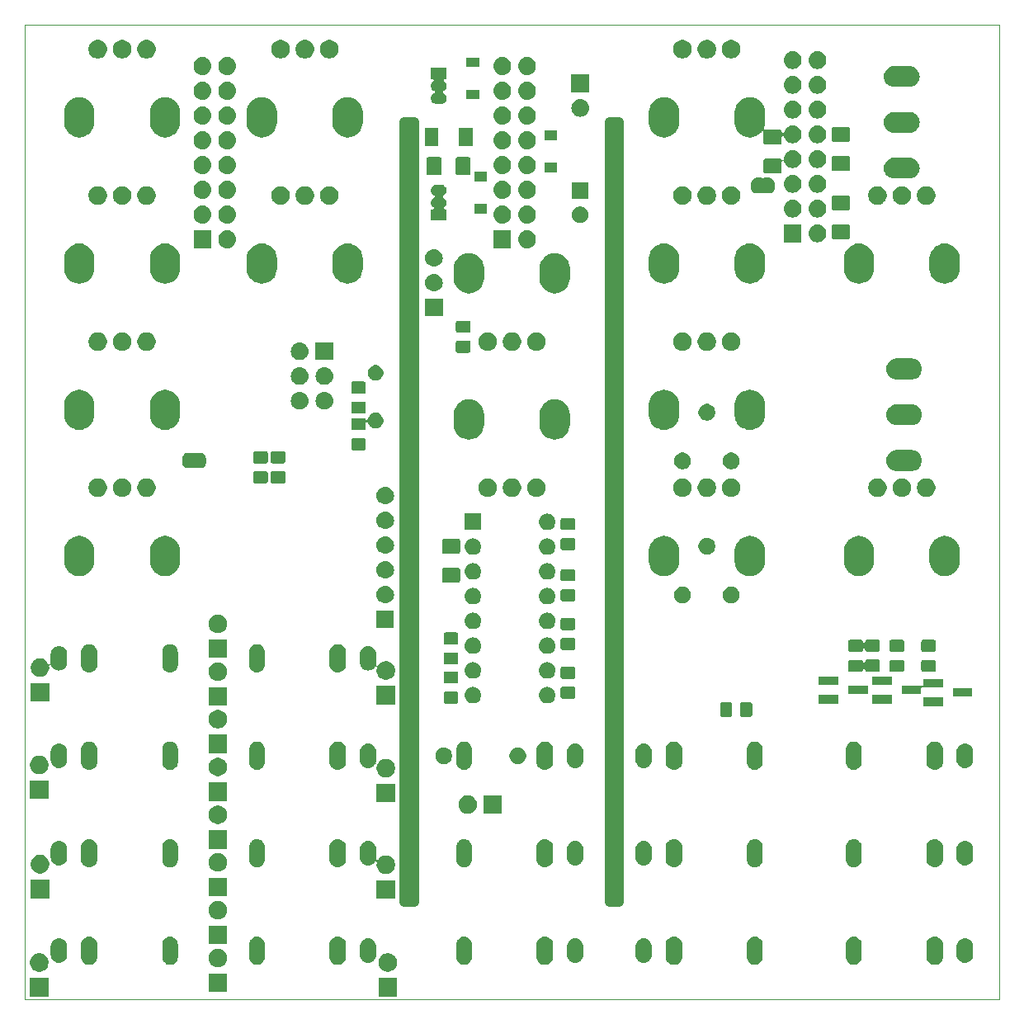
<source format=gbr>
G04 #@! TF.GenerationSoftware,KiCad,Pcbnew,(5.1.0)-1*
G04 #@! TF.CreationDate,2019-05-13T18:05:40+02:00*
G04 #@! TF.ProjectId,KicadJE_ADSR_Mega32,4b696361-644a-4455-9f41-4453525f4d65,rev?*
G04 #@! TF.SameCoordinates,Original*
G04 #@! TF.FileFunction,Soldermask,Top*
G04 #@! TF.FilePolarity,Negative*
%FSLAX46Y46*%
G04 Gerber Fmt 4.6, Leading zero omitted, Abs format (unit mm)*
G04 Created by KiCad (PCBNEW (5.1.0)-1) date 2019-05-13 18:05:40*
%MOMM*%
%LPD*%
G04 APERTURE LIST*
%ADD10C,1.000000*%
%ADD11C,0.050000*%
%ADD12C,0.150000*%
G04 APERTURE END LIST*
D10*
X89000000Y-60000000D02*
X90000000Y-60000000D01*
X110000000Y-60000000D02*
X111000000Y-60000000D01*
X110000000Y-140000000D02*
X111000000Y-140000000D01*
X89000000Y-140000000D02*
X90000000Y-140000000D01*
X110000000Y-60000000D02*
X110000000Y-140000000D01*
X111000000Y-60000000D02*
X111000000Y-140000000D01*
X90000000Y-60000000D02*
X90000000Y-140000000D01*
X89000000Y-60000000D02*
X89000000Y-140000000D01*
D11*
X50000000Y-150000000D02*
X50000000Y-50000000D01*
X150000000Y-150000000D02*
X50000000Y-150000000D01*
X150000000Y-50000000D02*
X150000000Y-150000000D01*
X50000000Y-50000000D02*
X150000000Y-50000000D01*
D12*
G36*
X88201000Y-149701000D02*
G01*
X86299000Y-149701000D01*
X86299000Y-147799000D01*
X88201000Y-147799000D01*
X88201000Y-149701000D01*
X88201000Y-149701000D01*
G37*
G36*
X52451000Y-149701000D02*
G01*
X50549000Y-149701000D01*
X50549000Y-147799000D01*
X52451000Y-147799000D01*
X52451000Y-149701000D01*
X52451000Y-149701000D01*
G37*
G36*
X70766001Y-149232142D02*
G01*
X68864001Y-149232142D01*
X68864001Y-147330142D01*
X70766001Y-147330142D01*
X70766001Y-149232142D01*
X70766001Y-149232142D01*
G37*
G36*
X51777395Y-145295546D02*
G01*
X51950466Y-145367234D01*
X51950467Y-145367235D01*
X52106227Y-145471310D01*
X52238690Y-145603773D01*
X52267892Y-145647477D01*
X52342766Y-145759534D01*
X52414454Y-145932605D01*
X52451000Y-146116333D01*
X52451000Y-146303667D01*
X52414454Y-146487395D01*
X52342766Y-146660466D01*
X52342765Y-146660467D01*
X52238690Y-146816227D01*
X52106227Y-146948690D01*
X52027818Y-147001081D01*
X51950466Y-147052766D01*
X51777395Y-147124454D01*
X51593667Y-147161000D01*
X51406333Y-147161000D01*
X51222605Y-147124454D01*
X51049534Y-147052766D01*
X50972182Y-147001081D01*
X50893773Y-146948690D01*
X50761310Y-146816227D01*
X50657235Y-146660467D01*
X50657234Y-146660466D01*
X50585546Y-146487395D01*
X50549000Y-146303667D01*
X50549000Y-146116333D01*
X50585546Y-145932605D01*
X50657234Y-145759534D01*
X50732108Y-145647477D01*
X50761310Y-145603773D01*
X50893773Y-145471310D01*
X51049533Y-145367235D01*
X51049534Y-145367234D01*
X51222605Y-145295546D01*
X51406333Y-145259000D01*
X51593667Y-145259000D01*
X51777395Y-145295546D01*
X51777395Y-145295546D01*
G37*
G36*
X87527395Y-145295546D02*
G01*
X87700466Y-145367234D01*
X87700467Y-145367235D01*
X87856227Y-145471310D01*
X87988690Y-145603773D01*
X88017892Y-145647477D01*
X88092766Y-145759534D01*
X88164454Y-145932605D01*
X88201000Y-146116333D01*
X88201000Y-146303667D01*
X88164454Y-146487395D01*
X88092766Y-146660466D01*
X88092765Y-146660467D01*
X87988690Y-146816227D01*
X87856227Y-146948690D01*
X87777818Y-147001081D01*
X87700466Y-147052766D01*
X87527395Y-147124454D01*
X87343667Y-147161000D01*
X87156333Y-147161000D01*
X86972605Y-147124454D01*
X86799534Y-147052766D01*
X86722182Y-147001081D01*
X86643773Y-146948690D01*
X86511310Y-146816227D01*
X86407235Y-146660467D01*
X86407234Y-146660466D01*
X86335546Y-146487395D01*
X86299000Y-146303667D01*
X86299000Y-146116333D01*
X86335546Y-145932605D01*
X86407234Y-145759534D01*
X86482108Y-145647477D01*
X86511310Y-145603773D01*
X86643773Y-145471310D01*
X86799533Y-145367235D01*
X86799534Y-145367234D01*
X86972605Y-145295546D01*
X87156333Y-145259000D01*
X87343667Y-145259000D01*
X87527395Y-145295546D01*
X87527395Y-145295546D01*
G37*
G36*
X70092396Y-144826688D02*
G01*
X70265467Y-144898376D01*
X70265468Y-144898377D01*
X70421228Y-145002452D01*
X70553691Y-145134915D01*
X70553692Y-145134917D01*
X70657767Y-145290676D01*
X70729455Y-145463747D01*
X70766001Y-145647475D01*
X70766001Y-145834809D01*
X70729455Y-146018537D01*
X70657767Y-146191608D01*
X70639376Y-146219132D01*
X70553691Y-146347369D01*
X70421228Y-146479832D01*
X70342819Y-146532223D01*
X70265467Y-146583908D01*
X70092396Y-146655596D01*
X69908668Y-146692142D01*
X69721334Y-146692142D01*
X69537606Y-146655596D01*
X69364535Y-146583908D01*
X69287183Y-146532223D01*
X69208774Y-146479832D01*
X69076311Y-146347369D01*
X68990626Y-146219132D01*
X68972235Y-146191608D01*
X68900547Y-146018537D01*
X68864001Y-145834809D01*
X68864001Y-145647475D01*
X68900547Y-145463747D01*
X68972235Y-145290676D01*
X69076310Y-145134917D01*
X69076311Y-145134915D01*
X69208774Y-145002452D01*
X69364534Y-144898377D01*
X69364535Y-144898376D01*
X69537606Y-144826688D01*
X69721334Y-144790142D01*
X69908668Y-144790142D01*
X70092396Y-144826688D01*
X70092396Y-144826688D01*
G37*
G36*
X116786823Y-143561313D02*
G01*
X116947242Y-143609976D01*
X117079690Y-143680771D01*
X117095078Y-143688996D01*
X117224659Y-143795341D01*
X117331004Y-143924922D01*
X117331005Y-143924924D01*
X117410024Y-144072758D01*
X117458687Y-144233177D01*
X117471000Y-144358196D01*
X117471000Y-145641804D01*
X117458687Y-145766823D01*
X117410024Y-145927242D01*
X117361226Y-146018537D01*
X117331004Y-146075078D01*
X117297145Y-146116335D01*
X117224659Y-146204659D01*
X117095077Y-146311005D01*
X116947241Y-146390024D01*
X116786822Y-146438687D01*
X116620000Y-146455117D01*
X116453177Y-146438687D01*
X116292758Y-146390024D01*
X116144924Y-146311005D01*
X116144922Y-146311004D01*
X116015341Y-146204659D01*
X116003330Y-146190024D01*
X115908995Y-146075077D01*
X115829976Y-145927241D01*
X115781313Y-145766822D01*
X115769000Y-145641803D01*
X115769001Y-144358196D01*
X115781314Y-144233177D01*
X115829977Y-144072758D01*
X115908996Y-143924924D01*
X115908997Y-143924922D01*
X116015342Y-143795341D01*
X116144923Y-143688996D01*
X116160311Y-143680771D01*
X116292759Y-143609976D01*
X116453178Y-143561313D01*
X116620000Y-143544883D01*
X116786823Y-143561313D01*
X116786823Y-143561313D01*
G37*
G36*
X82296822Y-143561313D02*
G01*
X82457241Y-143609976D01*
X82605077Y-143688995D01*
X82717024Y-143780868D01*
X82734659Y-143795341D01*
X82841004Y-143924922D01*
X82841005Y-143924924D01*
X82920024Y-144072758D01*
X82968687Y-144233177D01*
X82981000Y-144358196D01*
X82981000Y-145641804D01*
X82968687Y-145766823D01*
X82920024Y-145927242D01*
X82871226Y-146018537D01*
X82841004Y-146075078D01*
X82734659Y-146204659D01*
X82605078Y-146311004D01*
X82605076Y-146311005D01*
X82457242Y-146390024D01*
X82296823Y-146438687D01*
X82130000Y-146455117D01*
X81963178Y-146438687D01*
X81802759Y-146390024D01*
X81654925Y-146311005D01*
X81654923Y-146311004D01*
X81525342Y-146204659D01*
X81418997Y-146075078D01*
X81388775Y-146018537D01*
X81339977Y-145927242D01*
X81291314Y-145766823D01*
X81279001Y-145641804D01*
X81279000Y-144358197D01*
X81291313Y-144233178D01*
X81339976Y-144072759D01*
X81418995Y-143924923D01*
X81525341Y-143795341D01*
X81586824Y-143744883D01*
X81654922Y-143688996D01*
X81670310Y-143680771D01*
X81802758Y-143609976D01*
X81963177Y-143561313D01*
X82130000Y-143544883D01*
X82296822Y-143561313D01*
X82296822Y-143561313D01*
G37*
G36*
X56786823Y-143561313D02*
G01*
X56947242Y-143609976D01*
X57079690Y-143680771D01*
X57095078Y-143688996D01*
X57224659Y-143795341D01*
X57331004Y-143924922D01*
X57331005Y-143924924D01*
X57410024Y-144072758D01*
X57458687Y-144233177D01*
X57471000Y-144358196D01*
X57471000Y-145641804D01*
X57458687Y-145766823D01*
X57410024Y-145927242D01*
X57361226Y-146018537D01*
X57331004Y-146075078D01*
X57297145Y-146116335D01*
X57224659Y-146204659D01*
X57095077Y-146311005D01*
X56947241Y-146390024D01*
X56786822Y-146438687D01*
X56620000Y-146455117D01*
X56453177Y-146438687D01*
X56292758Y-146390024D01*
X56144924Y-146311005D01*
X56144922Y-146311004D01*
X56015341Y-146204659D01*
X56003330Y-146190024D01*
X55908995Y-146075077D01*
X55829976Y-145927241D01*
X55781313Y-145766822D01*
X55769000Y-145641803D01*
X55769001Y-144358196D01*
X55781314Y-144233177D01*
X55829977Y-144072758D01*
X55908996Y-143924924D01*
X55908997Y-143924922D01*
X56015342Y-143795341D01*
X56144923Y-143688996D01*
X56160311Y-143680771D01*
X56292759Y-143609976D01*
X56453178Y-143561313D01*
X56620000Y-143544883D01*
X56786823Y-143561313D01*
X56786823Y-143561313D01*
G37*
G36*
X103546822Y-143561313D02*
G01*
X103707241Y-143609976D01*
X103855077Y-143688995D01*
X103967024Y-143780868D01*
X103984659Y-143795341D01*
X104091004Y-143924922D01*
X104091005Y-143924924D01*
X104170024Y-144072758D01*
X104218687Y-144233177D01*
X104231000Y-144358196D01*
X104231000Y-145641804D01*
X104218687Y-145766823D01*
X104170024Y-145927242D01*
X104121226Y-146018537D01*
X104091004Y-146075078D01*
X103984659Y-146204659D01*
X103855078Y-146311004D01*
X103855076Y-146311005D01*
X103707242Y-146390024D01*
X103546823Y-146438687D01*
X103380000Y-146455117D01*
X103213178Y-146438687D01*
X103052759Y-146390024D01*
X102904925Y-146311005D01*
X102904923Y-146311004D01*
X102775342Y-146204659D01*
X102668997Y-146075078D01*
X102638775Y-146018537D01*
X102589977Y-145927242D01*
X102541314Y-145766823D01*
X102529001Y-145641804D01*
X102529000Y-144358197D01*
X102541313Y-144233178D01*
X102589976Y-144072759D01*
X102668995Y-143924923D01*
X102775341Y-143795341D01*
X102836824Y-143744883D01*
X102904922Y-143688996D01*
X102920310Y-143680771D01*
X103052758Y-143609976D01*
X103213177Y-143561313D01*
X103380000Y-143544883D01*
X103546822Y-143561313D01*
X103546822Y-143561313D01*
G37*
G36*
X143546822Y-143561313D02*
G01*
X143707241Y-143609976D01*
X143855077Y-143688995D01*
X143967024Y-143780868D01*
X143984659Y-143795341D01*
X144091004Y-143924922D01*
X144091005Y-143924924D01*
X144170024Y-144072758D01*
X144218687Y-144233177D01*
X144231000Y-144358196D01*
X144231000Y-145641804D01*
X144218687Y-145766823D01*
X144170024Y-145927242D01*
X144121226Y-146018537D01*
X144091004Y-146075078D01*
X143984659Y-146204659D01*
X143855078Y-146311004D01*
X143855076Y-146311005D01*
X143707242Y-146390024D01*
X143546823Y-146438687D01*
X143380000Y-146455117D01*
X143213178Y-146438687D01*
X143052759Y-146390024D01*
X142904925Y-146311005D01*
X142904923Y-146311004D01*
X142775342Y-146204659D01*
X142668997Y-146075078D01*
X142638775Y-146018537D01*
X142589977Y-145927242D01*
X142541314Y-145766823D01*
X142529001Y-145641804D01*
X142529000Y-144358197D01*
X142541313Y-144233178D01*
X142589976Y-144072759D01*
X142668995Y-143924923D01*
X142775341Y-143795341D01*
X142836824Y-143744883D01*
X142904922Y-143688996D01*
X142920310Y-143680771D01*
X143052758Y-143609976D01*
X143213177Y-143561313D01*
X143380000Y-143544883D01*
X143546822Y-143561313D01*
X143546822Y-143561313D01*
G37*
G36*
X65077023Y-143560590D02*
G01*
X65177682Y-143591125D01*
X65228013Y-143606392D01*
X65367165Y-143680771D01*
X65489133Y-143780867D01*
X65589229Y-143902835D01*
X65663608Y-144041987D01*
X65672942Y-144072758D01*
X65709410Y-144192977D01*
X65721000Y-144310655D01*
X65721000Y-145689345D01*
X65709410Y-145807023D01*
X65700981Y-145834809D01*
X65663608Y-145958013D01*
X65638675Y-146004659D01*
X65589229Y-146097165D01*
X65489133Y-146219133D01*
X65377186Y-146311004D01*
X65367164Y-146319229D01*
X65228012Y-146393608D01*
X65177681Y-146408875D01*
X65077022Y-146439410D01*
X64920000Y-146454875D01*
X64762977Y-146439410D01*
X64662318Y-146408875D01*
X64611987Y-146393608D01*
X64472835Y-146319229D01*
X64453870Y-146303665D01*
X64350867Y-146219133D01*
X64250771Y-146097164D01*
X64176393Y-145958013D01*
X64176392Y-145958012D01*
X64151234Y-145875076D01*
X64130590Y-145807022D01*
X64119000Y-145689344D01*
X64119001Y-144310655D01*
X64130591Y-144192977D01*
X64167059Y-144072758D01*
X64176393Y-144041987D01*
X64250772Y-143902835D01*
X64350868Y-143780867D01*
X64472836Y-143680771D01*
X64611988Y-143606392D01*
X64662319Y-143591125D01*
X64762978Y-143560590D01*
X64920000Y-143545125D01*
X65077023Y-143560590D01*
X65077023Y-143560590D01*
G37*
G36*
X95237022Y-143560590D02*
G01*
X95337681Y-143591125D01*
X95388012Y-143606392D01*
X95527164Y-143680771D01*
X95649133Y-143780867D01*
X95737871Y-143888995D01*
X95749229Y-143902835D01*
X95823608Y-144041987D01*
X95832942Y-144072758D01*
X95869410Y-144192977D01*
X95881000Y-144310655D01*
X95881000Y-145689345D01*
X95869410Y-145807023D01*
X95860981Y-145834809D01*
X95823608Y-145958013D01*
X95749229Y-146097165D01*
X95649133Y-146219133D01*
X95527165Y-146319229D01*
X95388013Y-146393608D01*
X95337682Y-146408875D01*
X95237023Y-146439410D01*
X95080000Y-146454875D01*
X94922978Y-146439410D01*
X94822319Y-146408875D01*
X94771988Y-146393608D01*
X94632836Y-146319229D01*
X94510868Y-146219133D01*
X94410772Y-146097165D01*
X94336393Y-145958013D01*
X94299020Y-145834809D01*
X94290591Y-145807023D01*
X94279001Y-145689345D01*
X94279000Y-144310656D01*
X94290590Y-144192978D01*
X94336392Y-144041989D01*
X94336392Y-144041988D01*
X94410771Y-143902836D01*
X94422130Y-143888995D01*
X94510867Y-143780867D01*
X94632835Y-143680771D01*
X94771987Y-143606392D01*
X94822318Y-143591125D01*
X94922977Y-143560590D01*
X95080000Y-143545125D01*
X95237022Y-143560590D01*
X95237022Y-143560590D01*
G37*
G36*
X125077023Y-143560590D02*
G01*
X125177682Y-143591125D01*
X125228013Y-143606392D01*
X125367165Y-143680771D01*
X125489133Y-143780867D01*
X125589229Y-143902835D01*
X125663608Y-144041987D01*
X125672942Y-144072758D01*
X125709410Y-144192977D01*
X125721000Y-144310655D01*
X125721000Y-145689345D01*
X125709410Y-145807023D01*
X125700981Y-145834809D01*
X125663608Y-145958013D01*
X125638675Y-146004659D01*
X125589229Y-146097165D01*
X125489133Y-146219133D01*
X125377186Y-146311004D01*
X125367164Y-146319229D01*
X125228012Y-146393608D01*
X125177681Y-146408875D01*
X125077022Y-146439410D01*
X124920000Y-146454875D01*
X124762977Y-146439410D01*
X124662318Y-146408875D01*
X124611987Y-146393608D01*
X124472835Y-146319229D01*
X124453870Y-146303665D01*
X124350867Y-146219133D01*
X124250771Y-146097164D01*
X124176393Y-145958013D01*
X124176392Y-145958012D01*
X124151234Y-145875076D01*
X124130590Y-145807022D01*
X124119000Y-145689344D01*
X124119001Y-144310655D01*
X124130591Y-144192977D01*
X124167059Y-144072758D01*
X124176393Y-144041987D01*
X124250772Y-143902835D01*
X124350868Y-143780867D01*
X124472836Y-143680771D01*
X124611988Y-143606392D01*
X124662319Y-143591125D01*
X124762978Y-143560590D01*
X124920000Y-143545125D01*
X125077023Y-143560590D01*
X125077023Y-143560590D01*
G37*
G36*
X135237022Y-143560590D02*
G01*
X135337681Y-143591125D01*
X135388012Y-143606392D01*
X135527164Y-143680771D01*
X135649133Y-143780867D01*
X135737871Y-143888995D01*
X135749229Y-143902835D01*
X135823608Y-144041987D01*
X135832942Y-144072758D01*
X135869410Y-144192977D01*
X135881000Y-144310655D01*
X135881000Y-145689345D01*
X135869410Y-145807023D01*
X135860981Y-145834809D01*
X135823608Y-145958013D01*
X135749229Y-146097165D01*
X135649133Y-146219133D01*
X135527165Y-146319229D01*
X135388013Y-146393608D01*
X135337682Y-146408875D01*
X135237023Y-146439410D01*
X135080000Y-146454875D01*
X134922978Y-146439410D01*
X134822319Y-146408875D01*
X134771988Y-146393608D01*
X134632836Y-146319229D01*
X134510868Y-146219133D01*
X134410772Y-146097165D01*
X134336393Y-145958013D01*
X134299020Y-145834809D01*
X134290591Y-145807023D01*
X134279001Y-145689345D01*
X134279000Y-144310656D01*
X134290590Y-144192978D01*
X134336392Y-144041989D01*
X134336392Y-144041988D01*
X134410771Y-143902836D01*
X134422130Y-143888995D01*
X134510867Y-143780867D01*
X134632835Y-143680771D01*
X134771987Y-143606392D01*
X134822318Y-143591125D01*
X134922977Y-143560590D01*
X135080000Y-143545125D01*
X135237022Y-143560590D01*
X135237022Y-143560590D01*
G37*
G36*
X73987022Y-143560590D02*
G01*
X74087681Y-143591125D01*
X74138012Y-143606392D01*
X74277164Y-143680771D01*
X74399133Y-143780867D01*
X74487871Y-143888995D01*
X74499229Y-143902835D01*
X74573608Y-144041987D01*
X74582942Y-144072758D01*
X74619410Y-144192977D01*
X74631000Y-144310655D01*
X74631000Y-145689345D01*
X74619410Y-145807023D01*
X74610981Y-145834809D01*
X74573608Y-145958013D01*
X74499229Y-146097165D01*
X74399133Y-146219133D01*
X74277165Y-146319229D01*
X74138013Y-146393608D01*
X74087682Y-146408875D01*
X73987023Y-146439410D01*
X73830000Y-146454875D01*
X73672978Y-146439410D01*
X73572319Y-146408875D01*
X73521988Y-146393608D01*
X73382836Y-146319229D01*
X73260868Y-146219133D01*
X73160772Y-146097165D01*
X73086393Y-145958013D01*
X73049020Y-145834809D01*
X73040591Y-145807023D01*
X73029001Y-145689345D01*
X73029000Y-144310656D01*
X73040590Y-144192978D01*
X73086392Y-144041989D01*
X73086392Y-144041988D01*
X73160771Y-143902836D01*
X73172130Y-143888995D01*
X73260867Y-143780867D01*
X73382835Y-143680771D01*
X73521987Y-143606392D01*
X73572318Y-143591125D01*
X73672977Y-143560590D01*
X73830000Y-143545125D01*
X73987022Y-143560590D01*
X73987022Y-143560590D01*
G37*
G36*
X85396822Y-143761313D02*
G01*
X85557241Y-143809976D01*
X85705077Y-143888995D01*
X85834659Y-143995341D01*
X85941004Y-144124922D01*
X85941005Y-144124924D01*
X86020024Y-144272758D01*
X86068687Y-144433177D01*
X86081000Y-144558196D01*
X86081000Y-145441803D01*
X86068687Y-145566822D01*
X86020024Y-145727242D01*
X85977380Y-145807023D01*
X85941004Y-145875078D01*
X85834659Y-146004659D01*
X85705078Y-146111004D01*
X85705076Y-146111005D01*
X85557242Y-146190024D01*
X85557239Y-146190025D01*
X85552017Y-146191609D01*
X85396823Y-146238687D01*
X85230000Y-146255117D01*
X85063178Y-146238687D01*
X84907984Y-146191609D01*
X84902762Y-146190025D01*
X84902759Y-146190024D01*
X84754925Y-146111005D01*
X84754923Y-146111004D01*
X84625342Y-146004659D01*
X84518997Y-145875078D01*
X84482621Y-145807023D01*
X84439977Y-145727242D01*
X84391314Y-145566823D01*
X84379000Y-145441803D01*
X84379000Y-144558197D01*
X84391313Y-144433178D01*
X84439976Y-144272759D01*
X84518995Y-144124923D01*
X84625341Y-143995341D01*
X84711144Y-143924924D01*
X84754922Y-143888996D01*
X84770094Y-143880886D01*
X84902758Y-143809976D01*
X85063177Y-143761313D01*
X85230000Y-143744883D01*
X85396822Y-143761313D01*
X85396822Y-143761313D01*
G37*
G36*
X53686823Y-143761313D02*
G01*
X53847242Y-143809976D01*
X53979906Y-143880886D01*
X53995078Y-143888996D01*
X54124659Y-143995341D01*
X54231004Y-144124922D01*
X54231005Y-144124924D01*
X54310024Y-144272758D01*
X54358687Y-144433178D01*
X54371000Y-144558197D01*
X54371000Y-145441804D01*
X54358687Y-145566823D01*
X54310024Y-145727242D01*
X54267380Y-145807023D01*
X54231004Y-145875078D01*
X54124659Y-146004659D01*
X53995077Y-146111005D01*
X53847241Y-146190024D01*
X53847238Y-146190025D01*
X53842016Y-146191609D01*
X53686822Y-146238687D01*
X53520000Y-146255117D01*
X53353177Y-146238687D01*
X53197983Y-146191609D01*
X53192761Y-146190025D01*
X53192758Y-146190024D01*
X53044924Y-146111005D01*
X53044922Y-146111004D01*
X52915341Y-146004659D01*
X52808995Y-145875077D01*
X52729976Y-145727241D01*
X52681313Y-145566822D01*
X52669000Y-145441803D01*
X52669000Y-144558197D01*
X52681314Y-144433177D01*
X52729977Y-144272758D01*
X52808996Y-144124924D01*
X52808997Y-144124922D01*
X52915342Y-143995341D01*
X53044923Y-143888996D01*
X53060095Y-143880886D01*
X53192759Y-143809976D01*
X53353178Y-143761313D01*
X53520000Y-143744883D01*
X53686823Y-143761313D01*
X53686823Y-143761313D01*
G37*
G36*
X106646822Y-143761313D02*
G01*
X106807241Y-143809976D01*
X106955077Y-143888995D01*
X107084659Y-143995341D01*
X107191004Y-144124922D01*
X107191005Y-144124924D01*
X107270024Y-144272758D01*
X107318687Y-144433177D01*
X107331000Y-144558196D01*
X107331000Y-145441803D01*
X107318687Y-145566822D01*
X107270024Y-145727242D01*
X107227380Y-145807023D01*
X107191004Y-145875078D01*
X107084659Y-146004659D01*
X106955078Y-146111004D01*
X106955076Y-146111005D01*
X106807242Y-146190024D01*
X106807239Y-146190025D01*
X106802017Y-146191609D01*
X106646823Y-146238687D01*
X106480000Y-146255117D01*
X106313178Y-146238687D01*
X106157984Y-146191609D01*
X106152762Y-146190025D01*
X106152759Y-146190024D01*
X106004925Y-146111005D01*
X106004923Y-146111004D01*
X105875342Y-146004659D01*
X105768997Y-145875078D01*
X105732621Y-145807023D01*
X105689977Y-145727242D01*
X105641314Y-145566823D01*
X105629000Y-145441803D01*
X105629000Y-144558197D01*
X105641313Y-144433178D01*
X105689976Y-144272759D01*
X105768995Y-144124923D01*
X105875341Y-143995341D01*
X105961144Y-143924924D01*
X106004922Y-143888996D01*
X106020094Y-143880886D01*
X106152758Y-143809976D01*
X106313177Y-143761313D01*
X106480000Y-143744883D01*
X106646822Y-143761313D01*
X106646822Y-143761313D01*
G37*
G36*
X113686823Y-143761313D02*
G01*
X113847242Y-143809976D01*
X113979906Y-143880886D01*
X113995078Y-143888996D01*
X114124659Y-143995341D01*
X114231004Y-144124922D01*
X114231005Y-144124924D01*
X114310024Y-144272758D01*
X114358687Y-144433178D01*
X114371000Y-144558197D01*
X114371000Y-145441804D01*
X114358687Y-145566823D01*
X114310024Y-145727242D01*
X114267380Y-145807023D01*
X114231004Y-145875078D01*
X114124659Y-146004659D01*
X113995077Y-146111005D01*
X113847241Y-146190024D01*
X113847238Y-146190025D01*
X113842016Y-146191609D01*
X113686822Y-146238687D01*
X113520000Y-146255117D01*
X113353177Y-146238687D01*
X113197983Y-146191609D01*
X113192761Y-146190025D01*
X113192758Y-146190024D01*
X113044924Y-146111005D01*
X113044922Y-146111004D01*
X112915341Y-146004659D01*
X112808995Y-145875077D01*
X112729976Y-145727241D01*
X112681313Y-145566822D01*
X112669000Y-145441803D01*
X112669000Y-144558197D01*
X112681314Y-144433177D01*
X112729977Y-144272758D01*
X112808996Y-144124924D01*
X112808997Y-144124922D01*
X112915342Y-143995341D01*
X113044923Y-143888996D01*
X113060095Y-143880886D01*
X113192759Y-143809976D01*
X113353178Y-143761313D01*
X113520000Y-143744883D01*
X113686823Y-143761313D01*
X113686823Y-143761313D01*
G37*
G36*
X146646822Y-143761313D02*
G01*
X146807241Y-143809976D01*
X146955077Y-143888995D01*
X147084659Y-143995341D01*
X147191004Y-144124922D01*
X147191005Y-144124924D01*
X147270024Y-144272758D01*
X147318687Y-144433177D01*
X147331000Y-144558196D01*
X147331000Y-145441803D01*
X147318687Y-145566822D01*
X147270024Y-145727242D01*
X147227380Y-145807023D01*
X147191004Y-145875078D01*
X147084659Y-146004659D01*
X146955078Y-146111004D01*
X146955076Y-146111005D01*
X146807242Y-146190024D01*
X146807239Y-146190025D01*
X146802017Y-146191609D01*
X146646823Y-146238687D01*
X146480000Y-146255117D01*
X146313178Y-146238687D01*
X146157984Y-146191609D01*
X146152762Y-146190025D01*
X146152759Y-146190024D01*
X146004925Y-146111005D01*
X146004923Y-146111004D01*
X145875342Y-146004659D01*
X145768997Y-145875078D01*
X145732621Y-145807023D01*
X145689977Y-145727242D01*
X145641314Y-145566823D01*
X145629000Y-145441803D01*
X145629000Y-144558197D01*
X145641313Y-144433178D01*
X145689976Y-144272759D01*
X145768995Y-144124923D01*
X145875341Y-143995341D01*
X145961144Y-143924924D01*
X146004922Y-143888996D01*
X146020094Y-143880886D01*
X146152758Y-143809976D01*
X146313177Y-143761313D01*
X146480000Y-143744883D01*
X146646822Y-143761313D01*
X146646822Y-143761313D01*
G37*
G36*
X70766001Y-144334836D02*
G01*
X68864001Y-144334836D01*
X68864001Y-142432836D01*
X70766001Y-142432836D01*
X70766001Y-144334836D01*
X70766001Y-144334836D01*
G37*
G36*
X70092396Y-139929382D02*
G01*
X70265467Y-140001070D01*
X70265468Y-140001071D01*
X70421228Y-140105146D01*
X70553691Y-140237609D01*
X70553692Y-140237611D01*
X70657767Y-140393370D01*
X70729455Y-140566441D01*
X70766001Y-140750169D01*
X70766001Y-140937503D01*
X70729455Y-141121231D01*
X70657767Y-141294302D01*
X70657766Y-141294303D01*
X70553691Y-141450063D01*
X70421228Y-141582526D01*
X70342819Y-141634917D01*
X70265467Y-141686602D01*
X70092396Y-141758290D01*
X69908668Y-141794836D01*
X69721334Y-141794836D01*
X69537606Y-141758290D01*
X69364535Y-141686602D01*
X69287183Y-141634917D01*
X69208774Y-141582526D01*
X69076311Y-141450063D01*
X68972236Y-141294303D01*
X68972235Y-141294302D01*
X68900547Y-141121231D01*
X68864001Y-140937503D01*
X68864001Y-140750169D01*
X68900547Y-140566441D01*
X68972235Y-140393370D01*
X69076310Y-140237611D01*
X69076311Y-140237609D01*
X69208774Y-140105146D01*
X69364534Y-140001071D01*
X69364535Y-140001070D01*
X69537606Y-139929382D01*
X69721334Y-139892836D01*
X69908668Y-139892836D01*
X70092396Y-139929382D01*
X70092396Y-139929382D01*
G37*
G36*
X88016001Y-139674070D02*
G01*
X86114001Y-139674070D01*
X86114001Y-137772070D01*
X88016001Y-137772070D01*
X88016001Y-139674070D01*
X88016001Y-139674070D01*
G37*
G36*
X52516001Y-139615999D02*
G01*
X50614001Y-139615999D01*
X50614001Y-137713999D01*
X52516001Y-137713999D01*
X52516001Y-139615999D01*
X52516001Y-139615999D01*
G37*
G36*
X70766001Y-139437530D02*
G01*
X68864001Y-139437530D01*
X68864001Y-137535530D01*
X70766001Y-137535530D01*
X70766001Y-139437530D01*
X70766001Y-139437530D01*
G37*
G36*
X85396822Y-133761313D02*
G01*
X85557241Y-133809976D01*
X85705077Y-133888995D01*
X85834659Y-133995341D01*
X85941004Y-134124922D01*
X85941005Y-134124924D01*
X86020024Y-134272758D01*
X86068687Y-134433177D01*
X86081000Y-134558196D01*
X86081000Y-135441803D01*
X86071902Y-135534175D01*
X86071902Y-135558679D01*
X86076682Y-135582712D01*
X86086060Y-135605351D01*
X86099673Y-135625725D01*
X86117000Y-135643052D01*
X86137375Y-135656666D01*
X86160013Y-135666044D01*
X86184047Y-135670824D01*
X86208551Y-135670824D01*
X86232584Y-135666044D01*
X86255223Y-135656666D01*
X86275597Y-135643053D01*
X86300231Y-135615873D01*
X86326307Y-135576848D01*
X86326310Y-135576845D01*
X86326311Y-135576843D01*
X86458774Y-135444380D01*
X86614534Y-135340305D01*
X86614535Y-135340304D01*
X86787606Y-135268616D01*
X86971334Y-135232070D01*
X87158668Y-135232070D01*
X87342396Y-135268616D01*
X87515467Y-135340304D01*
X87515468Y-135340305D01*
X87671228Y-135444380D01*
X87803691Y-135576843D01*
X87822739Y-135605351D01*
X87907767Y-135732604D01*
X87979455Y-135905675D01*
X88016001Y-136089403D01*
X88016001Y-136276737D01*
X87979455Y-136460465D01*
X87907767Y-136633536D01*
X87907766Y-136633537D01*
X87803691Y-136789297D01*
X87671228Y-136921760D01*
X87602378Y-136967764D01*
X87515467Y-137025836D01*
X87342396Y-137097524D01*
X87158668Y-137134070D01*
X86971334Y-137134070D01*
X86787606Y-137097524D01*
X86614535Y-137025836D01*
X86527624Y-136967764D01*
X86458774Y-136921760D01*
X86326311Y-136789297D01*
X86222236Y-136633537D01*
X86222235Y-136633536D01*
X86150547Y-136460465D01*
X86114001Y-136276737D01*
X86114001Y-136089402D01*
X86128261Y-136017710D01*
X86130663Y-135993324D01*
X86128261Y-135968938D01*
X86121148Y-135945489D01*
X86109596Y-135923879D01*
X86094051Y-135904937D01*
X86075109Y-135889392D01*
X86053498Y-135877841D01*
X86030049Y-135870728D01*
X86005663Y-135868326D01*
X85981277Y-135870728D01*
X85957828Y-135877841D01*
X85936218Y-135889393D01*
X85909043Y-135914023D01*
X85834659Y-136004659D01*
X85705078Y-136111004D01*
X85705076Y-136111005D01*
X85557242Y-136190024D01*
X85396823Y-136238687D01*
X85230000Y-136255117D01*
X85063178Y-136238687D01*
X84902759Y-136190024D01*
X84754925Y-136111005D01*
X84754923Y-136111004D01*
X84625342Y-136004659D01*
X84518997Y-135875078D01*
X84482621Y-135807023D01*
X84439977Y-135727242D01*
X84391314Y-135566823D01*
X84379000Y-135441803D01*
X84379000Y-134558197D01*
X84391313Y-134433178D01*
X84439976Y-134272759D01*
X84518995Y-134124923D01*
X84625341Y-133995341D01*
X84711144Y-133924924D01*
X84754922Y-133888996D01*
X84770094Y-133880886D01*
X84902758Y-133809976D01*
X85063177Y-133761313D01*
X85230000Y-133744883D01*
X85396822Y-133761313D01*
X85396822Y-133761313D01*
G37*
G36*
X51842396Y-135210545D02*
G01*
X52015467Y-135282233D01*
X52015468Y-135282234D01*
X52171228Y-135386309D01*
X52303691Y-135518772D01*
X52303692Y-135518774D01*
X52407767Y-135674533D01*
X52479455Y-135847604D01*
X52516001Y-136031332D01*
X52516001Y-136218666D01*
X52479455Y-136402394D01*
X52407767Y-136575465D01*
X52407766Y-136575466D01*
X52303691Y-136731226D01*
X52171228Y-136863689D01*
X52120581Y-136897530D01*
X52015467Y-136967765D01*
X51842396Y-137039453D01*
X51658668Y-137075999D01*
X51471334Y-137075999D01*
X51287606Y-137039453D01*
X51114535Y-136967765D01*
X51009421Y-136897530D01*
X50958774Y-136863689D01*
X50826311Y-136731226D01*
X50722236Y-136575466D01*
X50722235Y-136575465D01*
X50650547Y-136402394D01*
X50614001Y-136218666D01*
X50614001Y-136031332D01*
X50650547Y-135847604D01*
X50722235Y-135674533D01*
X50826310Y-135518774D01*
X50826311Y-135518772D01*
X50958774Y-135386309D01*
X51114534Y-135282234D01*
X51114535Y-135282233D01*
X51287606Y-135210545D01*
X51471334Y-135173999D01*
X51658668Y-135173999D01*
X51842396Y-135210545D01*
X51842396Y-135210545D01*
G37*
G36*
X70092396Y-135032076D02*
G01*
X70265467Y-135103764D01*
X70265468Y-135103765D01*
X70421228Y-135207840D01*
X70553691Y-135340303D01*
X70553692Y-135340305D01*
X70657767Y-135496064D01*
X70729455Y-135669135D01*
X70766001Y-135852863D01*
X70766001Y-136040197D01*
X70729455Y-136223925D01*
X70657767Y-136396996D01*
X70629910Y-136438687D01*
X70553691Y-136552757D01*
X70421228Y-136685220D01*
X70352378Y-136731224D01*
X70265467Y-136789296D01*
X70092396Y-136860984D01*
X69908668Y-136897530D01*
X69721334Y-136897530D01*
X69537606Y-136860984D01*
X69364535Y-136789296D01*
X69277624Y-136731224D01*
X69208774Y-136685220D01*
X69076311Y-136552757D01*
X69000092Y-136438687D01*
X68972235Y-136396996D01*
X68900547Y-136223925D01*
X68864001Y-136040197D01*
X68864001Y-135852863D01*
X68900547Y-135669135D01*
X68972235Y-135496064D01*
X69076310Y-135340305D01*
X69076311Y-135340303D01*
X69208774Y-135207840D01*
X69364534Y-135103765D01*
X69364535Y-135103764D01*
X69537606Y-135032076D01*
X69721334Y-134995530D01*
X69908668Y-134995530D01*
X70092396Y-135032076D01*
X70092396Y-135032076D01*
G37*
G36*
X143546822Y-133561313D02*
G01*
X143707241Y-133609976D01*
X143855077Y-133688995D01*
X143967024Y-133780868D01*
X143984659Y-133795341D01*
X144091004Y-133924922D01*
X144091005Y-133924924D01*
X144170024Y-134072758D01*
X144218687Y-134233177D01*
X144231000Y-134358196D01*
X144231000Y-135641804D01*
X144218687Y-135766823D01*
X144170024Y-135927242D01*
X144109649Y-136040195D01*
X144091004Y-136075078D01*
X143984659Y-136204659D01*
X143855078Y-136311004D01*
X143855076Y-136311005D01*
X143707242Y-136390024D01*
X143546823Y-136438687D01*
X143380000Y-136455117D01*
X143213178Y-136438687D01*
X143052759Y-136390024D01*
X142904925Y-136311005D01*
X142904923Y-136311004D01*
X142775342Y-136204659D01*
X142668997Y-136075078D01*
X142650352Y-136040195D01*
X142589977Y-135927242D01*
X142541314Y-135766823D01*
X142529001Y-135641804D01*
X142529000Y-134358197D01*
X142541313Y-134233178D01*
X142589976Y-134072759D01*
X142668995Y-133924923D01*
X142775341Y-133795341D01*
X142836824Y-133744883D01*
X142904922Y-133688996D01*
X142920310Y-133680771D01*
X143052758Y-133609976D01*
X143213177Y-133561313D01*
X143380000Y-133544883D01*
X143546822Y-133561313D01*
X143546822Y-133561313D01*
G37*
G36*
X103546822Y-133561313D02*
G01*
X103707241Y-133609976D01*
X103855077Y-133688995D01*
X103967024Y-133780868D01*
X103984659Y-133795341D01*
X104091004Y-133924922D01*
X104091005Y-133924924D01*
X104170024Y-134072758D01*
X104218687Y-134233177D01*
X104231000Y-134358196D01*
X104231000Y-135641804D01*
X104218687Y-135766823D01*
X104170024Y-135927242D01*
X104109649Y-136040195D01*
X104091004Y-136075078D01*
X103984659Y-136204659D01*
X103855078Y-136311004D01*
X103855076Y-136311005D01*
X103707242Y-136390024D01*
X103546823Y-136438687D01*
X103380000Y-136455117D01*
X103213178Y-136438687D01*
X103052759Y-136390024D01*
X102904925Y-136311005D01*
X102904923Y-136311004D01*
X102775342Y-136204659D01*
X102668997Y-136075078D01*
X102650352Y-136040195D01*
X102589977Y-135927242D01*
X102541314Y-135766823D01*
X102529001Y-135641804D01*
X102529000Y-134358197D01*
X102541313Y-134233178D01*
X102589976Y-134072759D01*
X102668995Y-133924923D01*
X102775341Y-133795341D01*
X102836824Y-133744883D01*
X102904922Y-133688996D01*
X102920310Y-133680771D01*
X103052758Y-133609976D01*
X103213177Y-133561313D01*
X103380000Y-133544883D01*
X103546822Y-133561313D01*
X103546822Y-133561313D01*
G37*
G36*
X56786823Y-133561313D02*
G01*
X56947242Y-133609976D01*
X57079690Y-133680771D01*
X57095078Y-133688996D01*
X57224659Y-133795341D01*
X57331004Y-133924922D01*
X57331005Y-133924924D01*
X57410024Y-134072758D01*
X57458687Y-134233177D01*
X57471000Y-134358196D01*
X57471000Y-135641804D01*
X57458687Y-135766823D01*
X57410024Y-135927242D01*
X57349649Y-136040195D01*
X57331004Y-136075078D01*
X57301520Y-136111004D01*
X57224659Y-136204659D01*
X57095077Y-136311005D01*
X56947241Y-136390024D01*
X56786822Y-136438687D01*
X56620000Y-136455117D01*
X56453177Y-136438687D01*
X56292758Y-136390024D01*
X56144924Y-136311005D01*
X56144922Y-136311004D01*
X56015341Y-136204659D01*
X55938480Y-136111004D01*
X55908995Y-136075077D01*
X55829976Y-135927241D01*
X55825968Y-135914027D01*
X55807414Y-135852865D01*
X55781313Y-135766822D01*
X55769000Y-135641803D01*
X55769001Y-134358196D01*
X55781314Y-134233177D01*
X55829977Y-134072758D01*
X55908996Y-133924924D01*
X55908997Y-133924922D01*
X56015342Y-133795341D01*
X56144923Y-133688996D01*
X56160311Y-133680771D01*
X56292759Y-133609976D01*
X56453178Y-133561313D01*
X56620000Y-133544883D01*
X56786823Y-133561313D01*
X56786823Y-133561313D01*
G37*
G36*
X82296822Y-133561313D02*
G01*
X82457241Y-133609976D01*
X82605077Y-133688995D01*
X82717024Y-133780868D01*
X82734659Y-133795341D01*
X82841004Y-133924922D01*
X82841005Y-133924924D01*
X82920024Y-134072758D01*
X82968687Y-134233177D01*
X82981000Y-134358196D01*
X82981000Y-135641804D01*
X82968687Y-135766823D01*
X82920024Y-135927242D01*
X82859649Y-136040195D01*
X82841004Y-136075078D01*
X82734659Y-136204659D01*
X82605078Y-136311004D01*
X82605076Y-136311005D01*
X82457242Y-136390024D01*
X82296823Y-136438687D01*
X82130000Y-136455117D01*
X81963178Y-136438687D01*
X81802759Y-136390024D01*
X81654925Y-136311005D01*
X81654923Y-136311004D01*
X81525342Y-136204659D01*
X81418997Y-136075078D01*
X81400352Y-136040195D01*
X81339977Y-135927242D01*
X81291314Y-135766823D01*
X81279001Y-135641804D01*
X81279000Y-134358197D01*
X81291313Y-134233178D01*
X81339976Y-134072759D01*
X81418995Y-133924923D01*
X81525341Y-133795341D01*
X81586824Y-133744883D01*
X81654922Y-133688996D01*
X81670310Y-133680771D01*
X81802758Y-133609976D01*
X81963177Y-133561313D01*
X82130000Y-133544883D01*
X82296822Y-133561313D01*
X82296822Y-133561313D01*
G37*
G36*
X116786823Y-133561313D02*
G01*
X116947242Y-133609976D01*
X117079690Y-133680771D01*
X117095078Y-133688996D01*
X117224659Y-133795341D01*
X117331004Y-133924922D01*
X117331005Y-133924924D01*
X117410024Y-134072758D01*
X117458687Y-134233177D01*
X117471000Y-134358196D01*
X117471000Y-135641804D01*
X117458687Y-135766823D01*
X117410024Y-135927242D01*
X117349649Y-136040195D01*
X117331004Y-136075078D01*
X117301520Y-136111004D01*
X117224659Y-136204659D01*
X117095077Y-136311005D01*
X116947241Y-136390024D01*
X116786822Y-136438687D01*
X116620000Y-136455117D01*
X116453177Y-136438687D01*
X116292758Y-136390024D01*
X116144924Y-136311005D01*
X116144922Y-136311004D01*
X116015341Y-136204659D01*
X115938480Y-136111004D01*
X115908995Y-136075077D01*
X115829976Y-135927241D01*
X115825968Y-135914027D01*
X115807414Y-135852865D01*
X115781313Y-135766822D01*
X115769000Y-135641803D01*
X115769001Y-134358196D01*
X115781314Y-134233177D01*
X115829977Y-134072758D01*
X115908996Y-133924924D01*
X115908997Y-133924922D01*
X116015342Y-133795341D01*
X116144923Y-133688996D01*
X116160311Y-133680771D01*
X116292759Y-133609976D01*
X116453178Y-133561313D01*
X116620000Y-133544883D01*
X116786823Y-133561313D01*
X116786823Y-133561313D01*
G37*
G36*
X95237022Y-133560590D02*
G01*
X95337681Y-133591125D01*
X95388012Y-133606392D01*
X95527164Y-133680771D01*
X95649133Y-133780867D01*
X95737871Y-133888995D01*
X95749229Y-133902835D01*
X95823608Y-134041987D01*
X95832942Y-134072758D01*
X95869410Y-134192977D01*
X95881000Y-134310655D01*
X95881000Y-135689345D01*
X95869410Y-135807023D01*
X95844424Y-135889392D01*
X95823608Y-135958013D01*
X95749229Y-136097165D01*
X95649133Y-136219133D01*
X95527165Y-136319229D01*
X95388013Y-136393608D01*
X95337682Y-136408875D01*
X95237023Y-136439410D01*
X95080000Y-136454875D01*
X94922978Y-136439410D01*
X94822319Y-136408875D01*
X94771988Y-136393608D01*
X94632836Y-136319229D01*
X94510868Y-136219133D01*
X94410772Y-136097165D01*
X94336393Y-135958013D01*
X94315577Y-135889392D01*
X94290591Y-135807023D01*
X94279001Y-135689345D01*
X94279000Y-134310656D01*
X94290590Y-134192978D01*
X94336392Y-134041989D01*
X94336392Y-134041988D01*
X94410771Y-133902836D01*
X94422130Y-133888995D01*
X94510867Y-133780867D01*
X94632835Y-133680771D01*
X94771987Y-133606392D01*
X94822318Y-133591125D01*
X94922977Y-133560590D01*
X95080000Y-133545125D01*
X95237022Y-133560590D01*
X95237022Y-133560590D01*
G37*
G36*
X65077023Y-133560590D02*
G01*
X65177682Y-133591125D01*
X65228013Y-133606392D01*
X65367165Y-133680771D01*
X65489133Y-133780867D01*
X65589229Y-133902835D01*
X65663608Y-134041987D01*
X65672942Y-134072758D01*
X65709410Y-134192977D01*
X65721000Y-134310655D01*
X65721000Y-135689345D01*
X65709410Y-135807023D01*
X65684424Y-135889392D01*
X65663608Y-135958013D01*
X65619680Y-136040195D01*
X65589229Y-136097165D01*
X65489133Y-136219133D01*
X65418941Y-136276737D01*
X65367164Y-136319229D01*
X65228012Y-136393608D01*
X65177681Y-136408875D01*
X65077022Y-136439410D01*
X64920000Y-136454875D01*
X64762977Y-136439410D01*
X64662318Y-136408875D01*
X64611987Y-136393608D01*
X64472835Y-136319229D01*
X64421056Y-136276735D01*
X64350867Y-136219133D01*
X64250771Y-136097164D01*
X64195267Y-135993324D01*
X64176392Y-135958012D01*
X64149915Y-135870728D01*
X64130590Y-135807022D01*
X64119000Y-135689344D01*
X64119001Y-134310655D01*
X64130591Y-134192977D01*
X64167059Y-134072758D01*
X64176393Y-134041987D01*
X64250772Y-133902835D01*
X64350868Y-133780867D01*
X64472836Y-133680771D01*
X64611988Y-133606392D01*
X64662319Y-133591125D01*
X64762978Y-133560590D01*
X64920000Y-133545125D01*
X65077023Y-133560590D01*
X65077023Y-133560590D01*
G37*
G36*
X73987022Y-133560590D02*
G01*
X74087681Y-133591125D01*
X74138012Y-133606392D01*
X74277164Y-133680771D01*
X74399133Y-133780867D01*
X74487871Y-133888995D01*
X74499229Y-133902835D01*
X74573608Y-134041987D01*
X74582942Y-134072758D01*
X74619410Y-134192977D01*
X74631000Y-134310655D01*
X74631000Y-135689345D01*
X74619410Y-135807023D01*
X74594424Y-135889392D01*
X74573608Y-135958013D01*
X74499229Y-136097165D01*
X74399133Y-136219133D01*
X74277165Y-136319229D01*
X74138013Y-136393608D01*
X74087682Y-136408875D01*
X73987023Y-136439410D01*
X73830000Y-136454875D01*
X73672978Y-136439410D01*
X73572319Y-136408875D01*
X73521988Y-136393608D01*
X73382836Y-136319229D01*
X73260868Y-136219133D01*
X73160772Y-136097165D01*
X73086393Y-135958013D01*
X73065577Y-135889392D01*
X73040591Y-135807023D01*
X73029001Y-135689345D01*
X73029000Y-134310656D01*
X73040590Y-134192978D01*
X73086392Y-134041989D01*
X73086392Y-134041988D01*
X73160771Y-133902836D01*
X73172130Y-133888995D01*
X73260867Y-133780867D01*
X73382835Y-133680771D01*
X73521987Y-133606392D01*
X73572318Y-133591125D01*
X73672977Y-133560590D01*
X73830000Y-133545125D01*
X73987022Y-133560590D01*
X73987022Y-133560590D01*
G37*
G36*
X135237022Y-133560590D02*
G01*
X135337681Y-133591125D01*
X135388012Y-133606392D01*
X135527164Y-133680771D01*
X135649133Y-133780867D01*
X135737871Y-133888995D01*
X135749229Y-133902835D01*
X135823608Y-134041987D01*
X135832942Y-134072758D01*
X135869410Y-134192977D01*
X135881000Y-134310655D01*
X135881000Y-135689345D01*
X135869410Y-135807023D01*
X135844424Y-135889392D01*
X135823608Y-135958013D01*
X135749229Y-136097165D01*
X135649133Y-136219133D01*
X135527165Y-136319229D01*
X135388013Y-136393608D01*
X135337682Y-136408875D01*
X135237023Y-136439410D01*
X135080000Y-136454875D01*
X134922978Y-136439410D01*
X134822319Y-136408875D01*
X134771988Y-136393608D01*
X134632836Y-136319229D01*
X134510868Y-136219133D01*
X134410772Y-136097165D01*
X134336393Y-135958013D01*
X134315577Y-135889392D01*
X134290591Y-135807023D01*
X134279001Y-135689345D01*
X134279000Y-134310656D01*
X134290590Y-134192978D01*
X134336392Y-134041989D01*
X134336392Y-134041988D01*
X134410771Y-133902836D01*
X134422130Y-133888995D01*
X134510867Y-133780867D01*
X134632835Y-133680771D01*
X134771987Y-133606392D01*
X134822318Y-133591125D01*
X134922977Y-133560590D01*
X135080000Y-133545125D01*
X135237022Y-133560590D01*
X135237022Y-133560590D01*
G37*
G36*
X125077023Y-133560590D02*
G01*
X125177682Y-133591125D01*
X125228013Y-133606392D01*
X125367165Y-133680771D01*
X125489133Y-133780867D01*
X125589229Y-133902835D01*
X125663608Y-134041987D01*
X125672942Y-134072758D01*
X125709410Y-134192977D01*
X125721000Y-134310655D01*
X125721000Y-135689345D01*
X125709410Y-135807023D01*
X125684424Y-135889392D01*
X125663608Y-135958013D01*
X125619680Y-136040195D01*
X125589229Y-136097165D01*
X125489133Y-136219133D01*
X125418941Y-136276737D01*
X125367164Y-136319229D01*
X125228012Y-136393608D01*
X125177681Y-136408875D01*
X125077022Y-136439410D01*
X124920000Y-136454875D01*
X124762977Y-136439410D01*
X124662318Y-136408875D01*
X124611987Y-136393608D01*
X124472835Y-136319229D01*
X124421056Y-136276735D01*
X124350867Y-136219133D01*
X124250771Y-136097164D01*
X124195267Y-135993324D01*
X124176392Y-135958012D01*
X124149915Y-135870728D01*
X124130590Y-135807022D01*
X124119000Y-135689344D01*
X124119001Y-134310655D01*
X124130591Y-134192977D01*
X124167059Y-134072758D01*
X124176393Y-134041987D01*
X124250772Y-133902835D01*
X124350868Y-133780867D01*
X124472836Y-133680771D01*
X124611988Y-133606392D01*
X124662319Y-133591125D01*
X124762978Y-133560590D01*
X124920000Y-133545125D01*
X125077023Y-133560590D01*
X125077023Y-133560590D01*
G37*
G36*
X113686823Y-133761313D02*
G01*
X113847242Y-133809976D01*
X113979906Y-133880886D01*
X113995078Y-133888996D01*
X114124659Y-133995341D01*
X114231004Y-134124922D01*
X114231005Y-134124924D01*
X114310024Y-134272758D01*
X114358687Y-134433178D01*
X114371000Y-134558197D01*
X114371000Y-135441804D01*
X114358687Y-135566823D01*
X114310024Y-135727242D01*
X114267380Y-135807023D01*
X114231004Y-135875078D01*
X114133961Y-135993324D01*
X114124659Y-136004659D01*
X113995077Y-136111005D01*
X113847241Y-136190024D01*
X113686822Y-136238687D01*
X113520000Y-136255117D01*
X113353177Y-136238687D01*
X113192758Y-136190024D01*
X113044924Y-136111005D01*
X113044922Y-136111004D01*
X112915341Y-136004659D01*
X112906039Y-135993324D01*
X112808995Y-135875077D01*
X112729976Y-135727241D01*
X112681313Y-135566822D01*
X112669000Y-135441803D01*
X112669000Y-134558197D01*
X112681314Y-134433177D01*
X112729977Y-134272758D01*
X112808996Y-134124924D01*
X112808997Y-134124922D01*
X112915342Y-133995341D01*
X113044923Y-133888996D01*
X113060095Y-133880886D01*
X113192759Y-133809976D01*
X113353178Y-133761313D01*
X113520000Y-133744883D01*
X113686823Y-133761313D01*
X113686823Y-133761313D01*
G37*
G36*
X146646822Y-133761313D02*
G01*
X146807241Y-133809976D01*
X146955077Y-133888995D01*
X147084659Y-133995341D01*
X147191004Y-134124922D01*
X147191005Y-134124924D01*
X147270024Y-134272758D01*
X147318687Y-134433177D01*
X147331000Y-134558196D01*
X147331000Y-135441803D01*
X147318687Y-135566822D01*
X147270024Y-135727242D01*
X147227380Y-135807023D01*
X147191004Y-135875078D01*
X147084659Y-136004659D01*
X146955078Y-136111004D01*
X146955076Y-136111005D01*
X146807242Y-136190024D01*
X146646823Y-136238687D01*
X146480000Y-136255117D01*
X146313178Y-136238687D01*
X146152759Y-136190024D01*
X146004925Y-136111005D01*
X146004923Y-136111004D01*
X145875342Y-136004659D01*
X145768997Y-135875078D01*
X145732621Y-135807023D01*
X145689977Y-135727242D01*
X145641314Y-135566823D01*
X145629000Y-135441803D01*
X145629000Y-134558197D01*
X145641313Y-134433178D01*
X145689976Y-134272759D01*
X145768995Y-134124923D01*
X145875341Y-133995341D01*
X145961144Y-133924924D01*
X146004922Y-133888996D01*
X146020094Y-133880886D01*
X146152758Y-133809976D01*
X146313177Y-133761313D01*
X146480000Y-133744883D01*
X146646822Y-133761313D01*
X146646822Y-133761313D01*
G37*
G36*
X106646822Y-133761313D02*
G01*
X106807241Y-133809976D01*
X106955077Y-133888995D01*
X107084659Y-133995341D01*
X107191004Y-134124922D01*
X107191005Y-134124924D01*
X107270024Y-134272758D01*
X107318687Y-134433177D01*
X107331000Y-134558196D01*
X107331000Y-135441803D01*
X107318687Y-135566822D01*
X107270024Y-135727242D01*
X107227380Y-135807023D01*
X107191004Y-135875078D01*
X107084659Y-136004659D01*
X106955078Y-136111004D01*
X106955076Y-136111005D01*
X106807242Y-136190024D01*
X106646823Y-136238687D01*
X106480000Y-136255117D01*
X106313178Y-136238687D01*
X106152759Y-136190024D01*
X106004925Y-136111005D01*
X106004923Y-136111004D01*
X105875342Y-136004659D01*
X105768997Y-135875078D01*
X105732621Y-135807023D01*
X105689977Y-135727242D01*
X105641314Y-135566823D01*
X105629000Y-135441803D01*
X105629000Y-134558197D01*
X105641313Y-134433178D01*
X105689976Y-134272759D01*
X105768995Y-134124923D01*
X105875341Y-133995341D01*
X105961144Y-133924924D01*
X106004922Y-133888996D01*
X106020094Y-133880886D01*
X106152758Y-133809976D01*
X106313177Y-133761313D01*
X106480000Y-133744883D01*
X106646822Y-133761313D01*
X106646822Y-133761313D01*
G37*
G36*
X53686823Y-133761313D02*
G01*
X53847242Y-133809976D01*
X53979906Y-133880886D01*
X53995078Y-133888996D01*
X54124659Y-133995341D01*
X54231004Y-134124922D01*
X54231005Y-134124924D01*
X54310024Y-134272758D01*
X54358687Y-134433178D01*
X54371000Y-134558197D01*
X54371000Y-135441804D01*
X54358687Y-135566823D01*
X54310024Y-135727242D01*
X54267380Y-135807023D01*
X54231004Y-135875078D01*
X54133961Y-135993324D01*
X54124659Y-136004659D01*
X53995077Y-136111005D01*
X53847241Y-136190024D01*
X53686822Y-136238687D01*
X53520000Y-136255117D01*
X53353177Y-136238687D01*
X53192758Y-136190024D01*
X53044924Y-136111005D01*
X53044922Y-136111004D01*
X52915341Y-136004659D01*
X52906039Y-135993324D01*
X52808995Y-135875077D01*
X52729976Y-135727241D01*
X52681313Y-135566822D01*
X52669000Y-135441803D01*
X52669000Y-134558197D01*
X52681314Y-134433177D01*
X52729977Y-134272758D01*
X52808996Y-134124924D01*
X52808997Y-134124922D01*
X52915342Y-133995341D01*
X53044923Y-133888996D01*
X53060095Y-133880886D01*
X53192759Y-133809976D01*
X53353178Y-133761313D01*
X53520000Y-133744883D01*
X53686823Y-133761313D01*
X53686823Y-133761313D01*
G37*
G36*
X70766001Y-134540224D02*
G01*
X68864001Y-134540224D01*
X68864001Y-132638224D01*
X70766001Y-132638224D01*
X70766001Y-134540224D01*
X70766001Y-134540224D01*
G37*
G36*
X70092396Y-130134770D02*
G01*
X70265467Y-130206458D01*
X70265468Y-130206459D01*
X70421228Y-130310534D01*
X70553691Y-130442997D01*
X70558682Y-130450467D01*
X70657767Y-130598758D01*
X70729455Y-130771829D01*
X70766001Y-130955557D01*
X70766001Y-131142891D01*
X70729455Y-131326619D01*
X70657767Y-131499690D01*
X70657766Y-131499691D01*
X70553691Y-131655451D01*
X70421228Y-131787914D01*
X70342819Y-131840305D01*
X70265467Y-131891990D01*
X70092396Y-131963678D01*
X69908668Y-132000224D01*
X69721334Y-132000224D01*
X69537606Y-131963678D01*
X69364535Y-131891990D01*
X69287183Y-131840305D01*
X69208774Y-131787914D01*
X69076311Y-131655451D01*
X68972236Y-131499691D01*
X68972235Y-131499690D01*
X68900547Y-131326619D01*
X68864001Y-131142891D01*
X68864001Y-130955557D01*
X68900547Y-130771829D01*
X68972235Y-130598758D01*
X69071320Y-130450467D01*
X69076311Y-130442997D01*
X69208774Y-130310534D01*
X69364534Y-130206459D01*
X69364535Y-130206458D01*
X69537606Y-130134770D01*
X69721334Y-130098224D01*
X69908668Y-130098224D01*
X70092396Y-130134770D01*
X70092396Y-130134770D01*
G37*
G36*
X95737395Y-129085546D02*
G01*
X95910466Y-129157234D01*
X95910467Y-129157235D01*
X96066227Y-129261310D01*
X96198690Y-129393773D01*
X96198691Y-129393775D01*
X96302766Y-129549534D01*
X96374454Y-129722605D01*
X96411000Y-129906333D01*
X96411000Y-130093667D01*
X96374454Y-130277395D01*
X96302766Y-130450466D01*
X96302765Y-130450467D01*
X96198690Y-130606227D01*
X96066227Y-130738690D01*
X96016632Y-130771828D01*
X95910466Y-130842766D01*
X95737395Y-130914454D01*
X95553667Y-130951000D01*
X95366333Y-130951000D01*
X95182605Y-130914454D01*
X95009534Y-130842766D01*
X94903368Y-130771828D01*
X94853773Y-130738690D01*
X94721310Y-130606227D01*
X94617235Y-130450467D01*
X94617234Y-130450466D01*
X94545546Y-130277395D01*
X94509000Y-130093667D01*
X94509000Y-129906333D01*
X94545546Y-129722605D01*
X94617234Y-129549534D01*
X94721309Y-129393775D01*
X94721310Y-129393773D01*
X94853773Y-129261310D01*
X95009533Y-129157235D01*
X95009534Y-129157234D01*
X95182605Y-129085546D01*
X95366333Y-129049000D01*
X95553667Y-129049000D01*
X95737395Y-129085546D01*
X95737395Y-129085546D01*
G37*
G36*
X98951000Y-130951000D02*
G01*
X97049000Y-130951000D01*
X97049000Y-129049000D01*
X98951000Y-129049000D01*
X98951000Y-130951000D01*
X98951000Y-130951000D01*
G37*
G36*
X88016001Y-129776763D02*
G01*
X86114001Y-129776763D01*
X86114001Y-127874763D01*
X88016001Y-127874763D01*
X88016001Y-129776763D01*
X88016001Y-129776763D01*
G37*
G36*
X70766001Y-129642918D02*
G01*
X68864001Y-129642918D01*
X68864001Y-127740918D01*
X70766001Y-127740918D01*
X70766001Y-129642918D01*
X70766001Y-129642918D01*
G37*
G36*
X52451000Y-129451000D02*
G01*
X50549000Y-129451000D01*
X50549000Y-127549000D01*
X52451000Y-127549000D01*
X52451000Y-129451000D01*
X52451000Y-129451000D01*
G37*
G36*
X85396822Y-123761313D02*
G01*
X85557241Y-123809976D01*
X85705077Y-123888995D01*
X85834659Y-123995341D01*
X85941004Y-124124922D01*
X85941005Y-124124924D01*
X86020024Y-124272758D01*
X86068687Y-124433177D01*
X86081000Y-124558196D01*
X86081000Y-125441803D01*
X86068687Y-125566822D01*
X86036476Y-125673008D01*
X86031696Y-125697041D01*
X86031696Y-125721545D01*
X86036476Y-125745579D01*
X86045854Y-125768217D01*
X86059468Y-125788592D01*
X86076795Y-125805919D01*
X86097169Y-125819532D01*
X86119808Y-125828910D01*
X86143841Y-125833690D01*
X86168345Y-125833690D01*
X86192379Y-125828910D01*
X86215017Y-125819532D01*
X86235392Y-125805918D01*
X86260026Y-125778739D01*
X86298242Y-125721545D01*
X86326311Y-125679536D01*
X86458774Y-125547073D01*
X86614534Y-125442998D01*
X86614535Y-125442997D01*
X86787606Y-125371309D01*
X86971334Y-125334763D01*
X87158668Y-125334763D01*
X87342396Y-125371309D01*
X87515467Y-125442997D01*
X87515468Y-125442998D01*
X87671228Y-125547073D01*
X87803691Y-125679536D01*
X87831760Y-125721545D01*
X87907767Y-125835297D01*
X87979455Y-126008368D01*
X88016001Y-126192096D01*
X88016001Y-126379430D01*
X87979455Y-126563158D01*
X87907767Y-126736229D01*
X87893123Y-126758145D01*
X87803691Y-126891990D01*
X87671228Y-127024453D01*
X87608493Y-127066371D01*
X87515467Y-127128529D01*
X87342396Y-127200217D01*
X87158668Y-127236763D01*
X86971334Y-127236763D01*
X86787606Y-127200217D01*
X86614535Y-127128529D01*
X86521509Y-127066371D01*
X86458774Y-127024453D01*
X86326311Y-126891990D01*
X86236879Y-126758145D01*
X86222235Y-126736229D01*
X86150547Y-126563158D01*
X86114001Y-126379430D01*
X86114001Y-126192096D01*
X86150548Y-126008365D01*
X86153081Y-126002248D01*
X86160194Y-125978799D01*
X86162595Y-125954412D01*
X86160192Y-125930026D01*
X86153079Y-125906578D01*
X86141527Y-125884967D01*
X86125981Y-125866026D01*
X86107039Y-125850481D01*
X86085428Y-125838931D01*
X86061979Y-125831818D01*
X86037592Y-125829417D01*
X86013206Y-125831820D01*
X85989758Y-125838933D01*
X85968147Y-125850485D01*
X85940978Y-125875110D01*
X85834659Y-126004659D01*
X85705078Y-126111004D01*
X85705076Y-126111005D01*
X85557242Y-126190024D01*
X85396823Y-126238687D01*
X85230000Y-126255117D01*
X85063178Y-126238687D01*
X84902759Y-126190024D01*
X84754925Y-126111005D01*
X84754923Y-126111004D01*
X84625342Y-126004659D01*
X84518997Y-125875078D01*
X84482621Y-125807023D01*
X84439977Y-125727242D01*
X84391314Y-125566823D01*
X84379000Y-125441803D01*
X84379000Y-124558197D01*
X84391313Y-124433178D01*
X84439976Y-124272759D01*
X84518995Y-124124923D01*
X84625341Y-123995341D01*
X84711144Y-123924924D01*
X84754922Y-123888996D01*
X84770094Y-123880886D01*
X84902758Y-123809976D01*
X85063177Y-123761313D01*
X85230000Y-123744883D01*
X85396822Y-123761313D01*
X85396822Y-123761313D01*
G37*
G36*
X70092396Y-125237464D02*
G01*
X70265467Y-125309152D01*
X70332247Y-125353773D01*
X70421228Y-125413228D01*
X70553691Y-125545691D01*
X70567812Y-125566825D01*
X70657767Y-125701452D01*
X70729455Y-125874523D01*
X70766001Y-126058251D01*
X70766001Y-126245585D01*
X70729455Y-126429313D01*
X70657767Y-126602384D01*
X70657766Y-126602385D01*
X70553691Y-126758145D01*
X70421228Y-126890608D01*
X70390709Y-126911000D01*
X70265467Y-126994684D01*
X70092396Y-127066372D01*
X69908668Y-127102918D01*
X69721334Y-127102918D01*
X69537606Y-127066372D01*
X69364535Y-126994684D01*
X69239293Y-126911000D01*
X69208774Y-126890608D01*
X69076311Y-126758145D01*
X68972236Y-126602385D01*
X68972235Y-126602384D01*
X68900547Y-126429313D01*
X68864001Y-126245585D01*
X68864001Y-126058251D01*
X68900547Y-125874523D01*
X68972235Y-125701452D01*
X69062190Y-125566825D01*
X69076311Y-125545691D01*
X69208774Y-125413228D01*
X69297755Y-125353773D01*
X69364535Y-125309152D01*
X69537606Y-125237464D01*
X69721334Y-125200918D01*
X69908668Y-125200918D01*
X70092396Y-125237464D01*
X70092396Y-125237464D01*
G37*
G36*
X51777395Y-125045546D02*
G01*
X51950466Y-125117234D01*
X51950467Y-125117235D01*
X52106227Y-125221310D01*
X52238690Y-125353773D01*
X52238691Y-125353775D01*
X52342766Y-125509534D01*
X52414454Y-125682605D01*
X52451000Y-125866333D01*
X52451000Y-126053667D01*
X52414454Y-126237395D01*
X52342766Y-126410466D01*
X52342765Y-126410467D01*
X52238690Y-126566227D01*
X52106227Y-126698690D01*
X52050046Y-126736229D01*
X51950466Y-126802766D01*
X51777395Y-126874454D01*
X51593667Y-126911000D01*
X51406333Y-126911000D01*
X51222605Y-126874454D01*
X51049534Y-126802766D01*
X50949954Y-126736229D01*
X50893773Y-126698690D01*
X50761310Y-126566227D01*
X50657235Y-126410467D01*
X50657234Y-126410466D01*
X50585546Y-126237395D01*
X50549000Y-126053667D01*
X50549000Y-125866333D01*
X50585546Y-125682605D01*
X50657234Y-125509534D01*
X50761309Y-125353775D01*
X50761310Y-125353773D01*
X50893773Y-125221310D01*
X51049533Y-125117235D01*
X51049534Y-125117234D01*
X51222605Y-125045546D01*
X51406333Y-125009000D01*
X51593667Y-125009000D01*
X51777395Y-125045546D01*
X51777395Y-125045546D01*
G37*
G36*
X56786823Y-123561313D02*
G01*
X56947242Y-123609976D01*
X57079690Y-123680771D01*
X57095078Y-123688996D01*
X57224659Y-123795341D01*
X57331004Y-123924922D01*
X57331005Y-123924924D01*
X57410024Y-124072758D01*
X57458687Y-124233177D01*
X57471000Y-124358196D01*
X57471000Y-125641804D01*
X57458687Y-125766823D01*
X57410024Y-125927242D01*
X57366663Y-126008365D01*
X57331004Y-126075078D01*
X57301520Y-126111004D01*
X57224659Y-126204659D01*
X57095077Y-126311005D01*
X56947241Y-126390024D01*
X56786822Y-126438687D01*
X56620000Y-126455117D01*
X56453177Y-126438687D01*
X56292758Y-126390024D01*
X56144924Y-126311005D01*
X56144922Y-126311004D01*
X56015341Y-126204659D01*
X55938480Y-126111004D01*
X55908995Y-126075077D01*
X55829976Y-125927241D01*
X55781313Y-125766822D01*
X55769000Y-125641803D01*
X55769001Y-124358196D01*
X55781314Y-124233177D01*
X55829977Y-124072758D01*
X55908996Y-123924924D01*
X55908997Y-123924922D01*
X56015342Y-123795341D01*
X56144923Y-123688996D01*
X56160311Y-123680771D01*
X56292759Y-123609976D01*
X56453178Y-123561313D01*
X56620000Y-123544883D01*
X56786823Y-123561313D01*
X56786823Y-123561313D01*
G37*
G36*
X82296822Y-123561313D02*
G01*
X82457241Y-123609976D01*
X82605077Y-123688995D01*
X82717024Y-123780868D01*
X82734659Y-123795341D01*
X82841004Y-123924922D01*
X82841005Y-123924924D01*
X82920024Y-124072758D01*
X82968687Y-124233177D01*
X82981000Y-124358196D01*
X82981000Y-125641804D01*
X82968687Y-125766823D01*
X82920024Y-125927242D01*
X82876663Y-126008365D01*
X82841004Y-126075078D01*
X82734659Y-126204659D01*
X82605078Y-126311004D01*
X82605076Y-126311005D01*
X82457242Y-126390024D01*
X82296823Y-126438687D01*
X82130000Y-126455117D01*
X81963178Y-126438687D01*
X81802759Y-126390024D01*
X81654925Y-126311005D01*
X81654923Y-126311004D01*
X81525342Y-126204659D01*
X81418997Y-126075078D01*
X81383338Y-126008365D01*
X81339977Y-125927242D01*
X81291314Y-125766823D01*
X81279001Y-125641804D01*
X81279000Y-124358197D01*
X81291313Y-124233178D01*
X81339976Y-124072759D01*
X81418995Y-123924923D01*
X81525341Y-123795341D01*
X81586824Y-123744883D01*
X81654922Y-123688996D01*
X81670310Y-123680771D01*
X81802758Y-123609976D01*
X81963177Y-123561313D01*
X82130000Y-123544883D01*
X82296822Y-123561313D01*
X82296822Y-123561313D01*
G37*
G36*
X116786823Y-123561313D02*
G01*
X116947242Y-123609976D01*
X117079690Y-123680771D01*
X117095078Y-123688996D01*
X117224659Y-123795341D01*
X117331004Y-123924922D01*
X117331005Y-123924924D01*
X117410024Y-124072758D01*
X117458687Y-124233177D01*
X117471000Y-124358196D01*
X117471000Y-125641804D01*
X117458687Y-125766823D01*
X117410024Y-125927242D01*
X117366663Y-126008365D01*
X117331004Y-126075078D01*
X117301520Y-126111004D01*
X117224659Y-126204659D01*
X117095077Y-126311005D01*
X116947241Y-126390024D01*
X116786822Y-126438687D01*
X116620000Y-126455117D01*
X116453177Y-126438687D01*
X116292758Y-126390024D01*
X116144924Y-126311005D01*
X116144922Y-126311004D01*
X116015341Y-126204659D01*
X115938480Y-126111004D01*
X115908995Y-126075077D01*
X115829976Y-125927241D01*
X115781313Y-125766822D01*
X115769000Y-125641803D01*
X115769001Y-124358196D01*
X115781314Y-124233177D01*
X115829977Y-124072758D01*
X115908996Y-123924924D01*
X115908997Y-123924922D01*
X116015342Y-123795341D01*
X116144923Y-123688996D01*
X116160311Y-123680771D01*
X116292759Y-123609976D01*
X116453178Y-123561313D01*
X116620000Y-123544883D01*
X116786823Y-123561313D01*
X116786823Y-123561313D01*
G37*
G36*
X103546822Y-123561313D02*
G01*
X103707241Y-123609976D01*
X103855077Y-123688995D01*
X103967024Y-123780868D01*
X103984659Y-123795341D01*
X104091004Y-123924922D01*
X104091005Y-123924924D01*
X104170024Y-124072758D01*
X104218687Y-124233177D01*
X104231000Y-124358196D01*
X104231000Y-125641804D01*
X104218687Y-125766823D01*
X104170024Y-125927242D01*
X104126663Y-126008365D01*
X104091004Y-126075078D01*
X103984659Y-126204659D01*
X103855078Y-126311004D01*
X103855076Y-126311005D01*
X103707242Y-126390024D01*
X103546823Y-126438687D01*
X103380000Y-126455117D01*
X103213178Y-126438687D01*
X103052759Y-126390024D01*
X102904925Y-126311005D01*
X102904923Y-126311004D01*
X102775342Y-126204659D01*
X102668997Y-126075078D01*
X102633338Y-126008365D01*
X102589977Y-125927242D01*
X102541314Y-125766823D01*
X102529001Y-125641804D01*
X102529000Y-124358197D01*
X102541313Y-124233178D01*
X102589976Y-124072759D01*
X102668995Y-123924923D01*
X102775341Y-123795341D01*
X102836824Y-123744883D01*
X102904922Y-123688996D01*
X102920310Y-123680771D01*
X103052758Y-123609976D01*
X103213177Y-123561313D01*
X103380000Y-123544883D01*
X103546822Y-123561313D01*
X103546822Y-123561313D01*
G37*
G36*
X143546822Y-123561313D02*
G01*
X143707241Y-123609976D01*
X143855077Y-123688995D01*
X143967024Y-123780868D01*
X143984659Y-123795341D01*
X144091004Y-123924922D01*
X144091005Y-123924924D01*
X144170024Y-124072758D01*
X144218687Y-124233177D01*
X144231000Y-124358196D01*
X144231000Y-125641804D01*
X144218687Y-125766823D01*
X144170024Y-125927242D01*
X144126663Y-126008365D01*
X144091004Y-126075078D01*
X143984659Y-126204659D01*
X143855078Y-126311004D01*
X143855076Y-126311005D01*
X143707242Y-126390024D01*
X143546823Y-126438687D01*
X143380000Y-126455117D01*
X143213178Y-126438687D01*
X143052759Y-126390024D01*
X142904925Y-126311005D01*
X142904923Y-126311004D01*
X142775342Y-126204659D01*
X142668997Y-126075078D01*
X142633338Y-126008365D01*
X142589977Y-125927242D01*
X142541314Y-125766823D01*
X142529001Y-125641804D01*
X142529000Y-124358197D01*
X142541313Y-124233178D01*
X142589976Y-124072759D01*
X142668995Y-123924923D01*
X142775341Y-123795341D01*
X142836824Y-123744883D01*
X142904922Y-123688996D01*
X142920310Y-123680771D01*
X143052758Y-123609976D01*
X143213177Y-123561313D01*
X143380000Y-123544883D01*
X143546822Y-123561313D01*
X143546822Y-123561313D01*
G37*
G36*
X125077023Y-123560590D02*
G01*
X125177682Y-123591125D01*
X125228013Y-123606392D01*
X125367165Y-123680771D01*
X125489133Y-123780867D01*
X125589229Y-123902835D01*
X125663608Y-124041987D01*
X125672942Y-124072758D01*
X125709410Y-124192977D01*
X125721000Y-124310655D01*
X125721000Y-125689345D01*
X125709410Y-125807023D01*
X125691418Y-125866335D01*
X125663608Y-125958013D01*
X125638675Y-126004659D01*
X125589229Y-126097165D01*
X125489133Y-126219133D01*
X125377186Y-126311004D01*
X125367164Y-126319229D01*
X125228012Y-126393608D01*
X125177681Y-126408875D01*
X125077022Y-126439410D01*
X124920000Y-126454875D01*
X124762977Y-126439410D01*
X124662318Y-126408875D01*
X124611987Y-126393608D01*
X124472835Y-126319229D01*
X124462813Y-126311004D01*
X124350867Y-126219133D01*
X124250771Y-126097164D01*
X124238965Y-126075076D01*
X124176392Y-125958012D01*
X124154234Y-125884967D01*
X124130590Y-125807022D01*
X124122171Y-125721545D01*
X124119000Y-125689345D01*
X124119001Y-124310654D01*
X124130591Y-124192979D01*
X124130591Y-124192977D01*
X124167059Y-124072758D01*
X124176393Y-124041987D01*
X124250772Y-123902835D01*
X124350868Y-123780867D01*
X124472836Y-123680771D01*
X124611988Y-123606392D01*
X124662319Y-123591125D01*
X124762978Y-123560590D01*
X124920000Y-123545125D01*
X125077023Y-123560590D01*
X125077023Y-123560590D01*
G37*
G36*
X135237022Y-123560590D02*
G01*
X135337681Y-123591125D01*
X135388012Y-123606392D01*
X135527164Y-123680771D01*
X135649133Y-123780867D01*
X135737871Y-123888995D01*
X135749229Y-123902835D01*
X135823608Y-124041987D01*
X135832942Y-124072758D01*
X135869410Y-124192977D01*
X135881000Y-124310655D01*
X135881000Y-125689345D01*
X135869410Y-125807023D01*
X135851418Y-125866335D01*
X135823608Y-125958013D01*
X135749229Y-126097165D01*
X135649133Y-126219133D01*
X135527165Y-126319229D01*
X135388013Y-126393608D01*
X135337682Y-126408875D01*
X135237023Y-126439410D01*
X135080000Y-126454875D01*
X134922978Y-126439410D01*
X134822319Y-126408875D01*
X134771988Y-126393608D01*
X134632836Y-126319229D01*
X134510868Y-126219133D01*
X134410772Y-126097165D01*
X134336393Y-125958013D01*
X134308583Y-125866335D01*
X134290591Y-125807023D01*
X134279001Y-125689345D01*
X134279000Y-124310656D01*
X134290590Y-124192978D01*
X134336392Y-124041989D01*
X134336392Y-124041988D01*
X134410771Y-123902836D01*
X134422130Y-123888995D01*
X134510867Y-123780867D01*
X134632835Y-123680771D01*
X134771987Y-123606392D01*
X134822318Y-123591125D01*
X134922977Y-123560590D01*
X135080000Y-123545125D01*
X135237022Y-123560590D01*
X135237022Y-123560590D01*
G37*
G36*
X73987022Y-123560590D02*
G01*
X74087681Y-123591125D01*
X74138012Y-123606392D01*
X74277164Y-123680771D01*
X74399133Y-123780867D01*
X74487871Y-123888995D01*
X74499229Y-123902835D01*
X74573608Y-124041987D01*
X74582942Y-124072758D01*
X74619410Y-124192977D01*
X74631000Y-124310655D01*
X74631000Y-125689345D01*
X74619410Y-125807023D01*
X74601418Y-125866335D01*
X74573608Y-125958013D01*
X74499229Y-126097165D01*
X74399133Y-126219133D01*
X74277165Y-126319229D01*
X74138013Y-126393608D01*
X74087682Y-126408875D01*
X73987023Y-126439410D01*
X73830000Y-126454875D01*
X73672978Y-126439410D01*
X73572319Y-126408875D01*
X73521988Y-126393608D01*
X73382836Y-126319229D01*
X73260868Y-126219133D01*
X73160772Y-126097165D01*
X73086393Y-125958013D01*
X73058583Y-125866335D01*
X73040591Y-125807023D01*
X73029001Y-125689345D01*
X73029000Y-124310656D01*
X73040590Y-124192978D01*
X73086392Y-124041989D01*
X73086392Y-124041988D01*
X73160771Y-123902836D01*
X73172130Y-123888995D01*
X73260867Y-123780867D01*
X73382835Y-123680771D01*
X73521987Y-123606392D01*
X73572318Y-123591125D01*
X73672977Y-123560590D01*
X73830000Y-123545125D01*
X73987022Y-123560590D01*
X73987022Y-123560590D01*
G37*
G36*
X65077023Y-123560590D02*
G01*
X65177682Y-123591125D01*
X65228013Y-123606392D01*
X65367165Y-123680771D01*
X65489133Y-123780867D01*
X65589229Y-123902835D01*
X65663608Y-124041987D01*
X65672942Y-124072758D01*
X65709410Y-124192977D01*
X65721000Y-124310655D01*
X65721000Y-125689345D01*
X65709410Y-125807023D01*
X65691418Y-125866335D01*
X65663608Y-125958013D01*
X65638675Y-126004659D01*
X65589229Y-126097165D01*
X65489133Y-126219133D01*
X65377186Y-126311004D01*
X65367164Y-126319229D01*
X65228012Y-126393608D01*
X65177681Y-126408875D01*
X65077022Y-126439410D01*
X64920000Y-126454875D01*
X64762977Y-126439410D01*
X64662318Y-126408875D01*
X64611987Y-126393608D01*
X64472835Y-126319229D01*
X64462813Y-126311004D01*
X64350867Y-126219133D01*
X64250771Y-126097164D01*
X64238965Y-126075076D01*
X64176392Y-125958012D01*
X64154234Y-125884967D01*
X64130590Y-125807022D01*
X64122171Y-125721545D01*
X64119000Y-125689345D01*
X64119001Y-124310654D01*
X64130591Y-124192979D01*
X64130591Y-124192977D01*
X64167059Y-124072758D01*
X64176393Y-124041987D01*
X64250772Y-123902835D01*
X64350868Y-123780867D01*
X64472836Y-123680771D01*
X64611988Y-123606392D01*
X64662319Y-123591125D01*
X64762978Y-123560590D01*
X64920000Y-123545125D01*
X65077023Y-123560590D01*
X65077023Y-123560590D01*
G37*
G36*
X95237022Y-123560590D02*
G01*
X95337681Y-123591125D01*
X95388012Y-123606392D01*
X95527164Y-123680771D01*
X95649133Y-123780867D01*
X95737871Y-123888995D01*
X95749229Y-123902835D01*
X95823608Y-124041987D01*
X95832942Y-124072758D01*
X95869410Y-124192977D01*
X95881000Y-124310655D01*
X95881000Y-125689345D01*
X95869410Y-125807023D01*
X95851418Y-125866335D01*
X95823608Y-125958013D01*
X95749229Y-126097165D01*
X95649133Y-126219133D01*
X95527165Y-126319229D01*
X95388013Y-126393608D01*
X95337682Y-126408875D01*
X95237023Y-126439410D01*
X95080000Y-126454875D01*
X94922978Y-126439410D01*
X94822319Y-126408875D01*
X94771988Y-126393608D01*
X94632836Y-126319229D01*
X94510868Y-126219133D01*
X94410772Y-126097165D01*
X94336393Y-125958013D01*
X94308583Y-125866335D01*
X94290591Y-125807023D01*
X94279001Y-125689345D01*
X94279000Y-124310656D01*
X94290590Y-124192978D01*
X94336392Y-124041989D01*
X94336392Y-124041988D01*
X94410771Y-123902836D01*
X94422130Y-123888995D01*
X94510867Y-123780867D01*
X94632835Y-123680771D01*
X94771987Y-123606392D01*
X94822318Y-123591125D01*
X94922977Y-123560590D01*
X95080000Y-123545125D01*
X95237022Y-123560590D01*
X95237022Y-123560590D01*
G37*
G36*
X106646822Y-123761313D02*
G01*
X106807241Y-123809976D01*
X106955077Y-123888995D01*
X107084659Y-123995341D01*
X107191004Y-124124922D01*
X107191005Y-124124924D01*
X107270024Y-124272758D01*
X107318687Y-124433177D01*
X107331000Y-124558196D01*
X107331000Y-125441803D01*
X107318687Y-125566822D01*
X107318686Y-125566824D01*
X107318686Y-125566825D01*
X107284496Y-125679536D01*
X107270024Y-125727242D01*
X107227380Y-125807023D01*
X107191004Y-125875078D01*
X107084659Y-126004659D01*
X106955078Y-126111004D01*
X106955076Y-126111005D01*
X106807242Y-126190024D01*
X106646823Y-126238687D01*
X106480000Y-126255117D01*
X106313178Y-126238687D01*
X106152759Y-126190024D01*
X106004925Y-126111005D01*
X106004923Y-126111004D01*
X105875342Y-126004659D01*
X105768997Y-125875078D01*
X105732621Y-125807023D01*
X105689977Y-125727242D01*
X105641314Y-125566823D01*
X105629000Y-125441803D01*
X105629000Y-124558197D01*
X105641313Y-124433178D01*
X105689976Y-124272759D01*
X105768995Y-124124923D01*
X105875341Y-123995341D01*
X105961144Y-123924924D01*
X106004922Y-123888996D01*
X106020094Y-123880886D01*
X106152758Y-123809976D01*
X106313177Y-123761313D01*
X106480000Y-123744883D01*
X106646822Y-123761313D01*
X106646822Y-123761313D01*
G37*
G36*
X53686823Y-123761313D02*
G01*
X53847242Y-123809976D01*
X53979906Y-123880886D01*
X53995078Y-123888996D01*
X54124659Y-123995341D01*
X54231004Y-124124922D01*
X54231005Y-124124924D01*
X54310024Y-124272758D01*
X54358687Y-124433178D01*
X54371000Y-124558197D01*
X54371000Y-125441804D01*
X54358687Y-125566823D01*
X54310024Y-125727242D01*
X54267380Y-125807023D01*
X54231004Y-125875078D01*
X54145882Y-125978799D01*
X54124659Y-126004659D01*
X53995077Y-126111005D01*
X53847241Y-126190024D01*
X53686822Y-126238687D01*
X53520000Y-126255117D01*
X53353177Y-126238687D01*
X53192758Y-126190024D01*
X53044924Y-126111005D01*
X53044922Y-126111004D01*
X52915341Y-126004659D01*
X52894118Y-125978799D01*
X52808995Y-125875077D01*
X52729976Y-125727241D01*
X52681313Y-125566822D01*
X52669000Y-125441803D01*
X52669000Y-124558197D01*
X52681314Y-124433177D01*
X52729977Y-124272758D01*
X52808996Y-124124924D01*
X52808997Y-124124922D01*
X52915342Y-123995341D01*
X53044923Y-123888996D01*
X53060095Y-123880886D01*
X53192759Y-123809976D01*
X53353178Y-123761313D01*
X53520000Y-123744883D01*
X53686823Y-123761313D01*
X53686823Y-123761313D01*
G37*
G36*
X146646822Y-123761313D02*
G01*
X146807241Y-123809976D01*
X146955077Y-123888995D01*
X147084659Y-123995341D01*
X147191004Y-124124922D01*
X147191005Y-124124924D01*
X147270024Y-124272758D01*
X147318687Y-124433177D01*
X147331000Y-124558196D01*
X147331000Y-125441803D01*
X147318687Y-125566822D01*
X147318686Y-125566824D01*
X147318686Y-125566825D01*
X147284496Y-125679536D01*
X147270024Y-125727242D01*
X147227380Y-125807023D01*
X147191004Y-125875078D01*
X147084659Y-126004659D01*
X146955078Y-126111004D01*
X146955076Y-126111005D01*
X146807242Y-126190024D01*
X146646823Y-126238687D01*
X146480000Y-126255117D01*
X146313178Y-126238687D01*
X146152759Y-126190024D01*
X146004925Y-126111005D01*
X146004923Y-126111004D01*
X145875342Y-126004659D01*
X145768997Y-125875078D01*
X145732621Y-125807023D01*
X145689977Y-125727242D01*
X145641314Y-125566823D01*
X145629000Y-125441803D01*
X145629000Y-124558197D01*
X145641313Y-124433178D01*
X145689976Y-124272759D01*
X145768995Y-124124923D01*
X145875341Y-123995341D01*
X145961144Y-123924924D01*
X146004922Y-123888996D01*
X146020094Y-123880886D01*
X146152758Y-123809976D01*
X146313177Y-123761313D01*
X146480000Y-123744883D01*
X146646822Y-123761313D01*
X146646822Y-123761313D01*
G37*
G36*
X113686823Y-123761313D02*
G01*
X113847242Y-123809976D01*
X113979906Y-123880886D01*
X113995078Y-123888996D01*
X114124659Y-123995341D01*
X114231004Y-124124922D01*
X114231005Y-124124924D01*
X114310024Y-124272758D01*
X114358687Y-124433178D01*
X114371000Y-124558197D01*
X114371000Y-125441804D01*
X114358687Y-125566823D01*
X114310024Y-125727242D01*
X114267380Y-125807023D01*
X114231004Y-125875078D01*
X114145882Y-125978799D01*
X114124659Y-126004659D01*
X113995077Y-126111005D01*
X113847241Y-126190024D01*
X113686822Y-126238687D01*
X113520000Y-126255117D01*
X113353177Y-126238687D01*
X113192758Y-126190024D01*
X113044924Y-126111005D01*
X113044922Y-126111004D01*
X112915341Y-126004659D01*
X112894118Y-125978799D01*
X112808995Y-125875077D01*
X112729976Y-125727241D01*
X112681313Y-125566822D01*
X112669000Y-125441803D01*
X112669000Y-124558197D01*
X112681314Y-124433177D01*
X112729977Y-124272758D01*
X112808996Y-124124924D01*
X112808997Y-124124922D01*
X112915342Y-123995341D01*
X113044923Y-123888996D01*
X113060095Y-123880886D01*
X113192759Y-123809976D01*
X113353178Y-123761313D01*
X113520000Y-123744883D01*
X113686823Y-123761313D01*
X113686823Y-123761313D01*
G37*
G36*
X100848228Y-124181703D02*
G01*
X101003100Y-124245853D01*
X101142481Y-124338985D01*
X101261015Y-124457519D01*
X101354147Y-124596900D01*
X101418297Y-124751772D01*
X101451000Y-124916184D01*
X101451000Y-125083816D01*
X101418297Y-125248228D01*
X101354147Y-125403100D01*
X101261015Y-125542481D01*
X101142481Y-125661015D01*
X101003100Y-125754147D01*
X100848228Y-125818297D01*
X100683816Y-125851000D01*
X100516184Y-125851000D01*
X100351772Y-125818297D01*
X100196900Y-125754147D01*
X100057519Y-125661015D01*
X99938985Y-125542481D01*
X99845853Y-125403100D01*
X99781703Y-125248228D01*
X99749000Y-125083816D01*
X99749000Y-124916184D01*
X99781703Y-124751772D01*
X99845853Y-124596900D01*
X99938985Y-124457519D01*
X100057519Y-124338985D01*
X100196900Y-124245853D01*
X100351772Y-124181703D01*
X100516184Y-124149000D01*
X100683816Y-124149000D01*
X100848228Y-124181703D01*
X100848228Y-124181703D01*
G37*
G36*
X93248228Y-124181703D02*
G01*
X93403100Y-124245853D01*
X93542481Y-124338985D01*
X93661015Y-124457519D01*
X93754147Y-124596900D01*
X93818297Y-124751772D01*
X93851000Y-124916184D01*
X93851000Y-125083816D01*
X93818297Y-125248228D01*
X93754147Y-125403100D01*
X93661015Y-125542481D01*
X93542481Y-125661015D01*
X93403100Y-125754147D01*
X93248228Y-125818297D01*
X93083816Y-125851000D01*
X92916184Y-125851000D01*
X92751772Y-125818297D01*
X92596900Y-125754147D01*
X92457519Y-125661015D01*
X92338985Y-125542481D01*
X92245853Y-125403100D01*
X92181703Y-125248228D01*
X92149000Y-125083816D01*
X92149000Y-124916184D01*
X92181703Y-124751772D01*
X92245853Y-124596900D01*
X92338985Y-124457519D01*
X92457519Y-124338985D01*
X92596900Y-124245853D01*
X92751772Y-124181703D01*
X92916184Y-124149000D01*
X93083816Y-124149000D01*
X93248228Y-124181703D01*
X93248228Y-124181703D01*
G37*
G36*
X70766001Y-124745612D02*
G01*
X68864001Y-124745612D01*
X68864001Y-122843612D01*
X70766001Y-122843612D01*
X70766001Y-124745612D01*
X70766001Y-124745612D01*
G37*
G36*
X70092396Y-120340158D02*
G01*
X70265467Y-120411846D01*
X70265468Y-120411847D01*
X70421228Y-120515922D01*
X70553691Y-120648385D01*
X70553692Y-120648387D01*
X70657767Y-120804146D01*
X70729455Y-120977217D01*
X70766001Y-121160945D01*
X70766001Y-121348279D01*
X70729455Y-121532007D01*
X70657767Y-121705078D01*
X70657766Y-121705079D01*
X70553691Y-121860839D01*
X70421228Y-121993302D01*
X70342819Y-122045693D01*
X70265467Y-122097378D01*
X70092396Y-122169066D01*
X69908668Y-122205612D01*
X69721334Y-122205612D01*
X69537606Y-122169066D01*
X69364535Y-122097378D01*
X69287183Y-122045693D01*
X69208774Y-121993302D01*
X69076311Y-121860839D01*
X68972236Y-121705079D01*
X68972235Y-121705078D01*
X68900547Y-121532007D01*
X68864001Y-121348279D01*
X68864001Y-121160945D01*
X68900547Y-120977217D01*
X68972235Y-120804146D01*
X69076310Y-120648387D01*
X69076311Y-120648385D01*
X69208774Y-120515922D01*
X69364534Y-120411847D01*
X69364535Y-120411846D01*
X69537606Y-120340158D01*
X69721334Y-120303612D01*
X69908668Y-120303612D01*
X70092396Y-120340158D01*
X70092396Y-120340158D01*
G37*
G36*
X124488674Y-119503465D02*
G01*
X124526367Y-119514899D01*
X124561103Y-119533466D01*
X124591548Y-119558452D01*
X124616534Y-119588897D01*
X124635101Y-119623633D01*
X124646535Y-119661326D01*
X124651000Y-119706661D01*
X124651000Y-120793339D01*
X124646535Y-120838674D01*
X124635101Y-120876367D01*
X124616534Y-120911103D01*
X124591548Y-120941548D01*
X124561103Y-120966534D01*
X124526367Y-120985101D01*
X124488674Y-120996535D01*
X124443339Y-121001000D01*
X123606661Y-121001000D01*
X123561326Y-120996535D01*
X123523633Y-120985101D01*
X123488897Y-120966534D01*
X123458452Y-120941548D01*
X123433466Y-120911103D01*
X123414899Y-120876367D01*
X123403465Y-120838674D01*
X123399000Y-120793339D01*
X123399000Y-119706661D01*
X123403465Y-119661326D01*
X123414899Y-119623633D01*
X123433466Y-119588897D01*
X123458452Y-119558452D01*
X123488897Y-119533466D01*
X123523633Y-119514899D01*
X123561326Y-119503465D01*
X123606661Y-119499000D01*
X124443339Y-119499000D01*
X124488674Y-119503465D01*
X124488674Y-119503465D01*
G37*
G36*
X122438674Y-119503465D02*
G01*
X122476367Y-119514899D01*
X122511103Y-119533466D01*
X122541548Y-119558452D01*
X122566534Y-119588897D01*
X122585101Y-119623633D01*
X122596535Y-119661326D01*
X122601000Y-119706661D01*
X122601000Y-120793339D01*
X122596535Y-120838674D01*
X122585101Y-120876367D01*
X122566534Y-120911103D01*
X122541548Y-120941548D01*
X122511103Y-120966534D01*
X122476367Y-120985101D01*
X122438674Y-120996535D01*
X122393339Y-121001000D01*
X121556661Y-121001000D01*
X121511326Y-120996535D01*
X121473633Y-120985101D01*
X121438897Y-120966534D01*
X121408452Y-120941548D01*
X121383466Y-120911103D01*
X121364899Y-120876367D01*
X121353465Y-120838674D01*
X121349000Y-120793339D01*
X121349000Y-119706661D01*
X121353465Y-119661326D01*
X121364899Y-119623633D01*
X121383466Y-119588897D01*
X121408452Y-119558452D01*
X121438897Y-119533466D01*
X121473633Y-119514899D01*
X121511326Y-119503465D01*
X121556661Y-119499000D01*
X122393339Y-119499000D01*
X122438674Y-119503465D01*
X122438674Y-119503465D01*
G37*
G36*
X144251000Y-119901000D02*
G01*
X142249000Y-119901000D01*
X142249000Y-118999000D01*
X144251000Y-118999000D01*
X144251000Y-119901000D01*
X144251000Y-119901000D01*
G37*
G36*
X70766001Y-119848306D02*
G01*
X68864001Y-119848306D01*
X68864001Y-117946306D01*
X70766001Y-117946306D01*
X70766001Y-119848306D01*
X70766001Y-119848306D01*
G37*
G36*
X88016001Y-119741000D02*
G01*
X86114001Y-119741000D01*
X86114001Y-117839000D01*
X88016001Y-117839000D01*
X88016001Y-119741000D01*
X88016001Y-119741000D01*
G37*
G36*
X94338674Y-118403465D02*
G01*
X94376367Y-118414899D01*
X94411103Y-118433466D01*
X94441548Y-118458452D01*
X94466534Y-118488897D01*
X94485101Y-118523633D01*
X94496535Y-118561326D01*
X94501000Y-118606661D01*
X94501000Y-119443339D01*
X94496535Y-119488674D01*
X94485101Y-119526367D01*
X94466534Y-119561103D01*
X94441548Y-119591548D01*
X94411103Y-119616534D01*
X94376367Y-119635101D01*
X94338674Y-119646535D01*
X94293339Y-119651000D01*
X93206661Y-119651000D01*
X93161326Y-119646535D01*
X93123633Y-119635101D01*
X93088897Y-119616534D01*
X93058452Y-119591548D01*
X93033466Y-119561103D01*
X93014899Y-119526367D01*
X93003465Y-119488674D01*
X92999000Y-119443339D01*
X92999000Y-118606661D01*
X93003465Y-118561326D01*
X93014899Y-118523633D01*
X93033466Y-118488897D01*
X93058452Y-118458452D01*
X93088897Y-118433466D01*
X93123633Y-118414899D01*
X93161326Y-118403465D01*
X93206661Y-118399000D01*
X94293339Y-118399000D01*
X94338674Y-118403465D01*
X94338674Y-118403465D01*
G37*
G36*
X139001000Y-119651000D02*
G01*
X136999000Y-119651000D01*
X136999000Y-118749000D01*
X139001000Y-118749000D01*
X139001000Y-119651000D01*
X139001000Y-119651000D01*
G37*
G36*
X133501000Y-119651000D02*
G01*
X131499000Y-119651000D01*
X131499000Y-118749000D01*
X133501000Y-118749000D01*
X133501000Y-119651000D01*
X133501000Y-119651000D01*
G37*
G36*
X96166823Y-117941313D02*
G01*
X96327242Y-117989976D01*
X96437668Y-118049000D01*
X96475078Y-118068996D01*
X96604659Y-118175341D01*
X96711004Y-118304922D01*
X96711005Y-118304924D01*
X96790024Y-118452758D01*
X96838687Y-118613177D01*
X96855117Y-118780000D01*
X96838687Y-118946823D01*
X96790024Y-119107242D01*
X96719114Y-119239906D01*
X96711004Y-119255078D01*
X96604659Y-119384659D01*
X96475078Y-119491004D01*
X96475076Y-119491005D01*
X96327242Y-119570024D01*
X96166823Y-119618687D01*
X96041804Y-119631000D01*
X95958196Y-119631000D01*
X95833177Y-119618687D01*
X95672758Y-119570024D01*
X95524924Y-119491005D01*
X95524922Y-119491004D01*
X95395341Y-119384659D01*
X95288996Y-119255078D01*
X95280886Y-119239906D01*
X95209976Y-119107242D01*
X95161313Y-118946823D01*
X95144883Y-118780000D01*
X95161313Y-118613177D01*
X95209976Y-118452758D01*
X95288995Y-118304924D01*
X95288996Y-118304922D01*
X95395341Y-118175341D01*
X95524922Y-118068996D01*
X95562332Y-118049000D01*
X95672758Y-117989976D01*
X95833177Y-117941313D01*
X95958196Y-117929000D01*
X96041804Y-117929000D01*
X96166823Y-117941313D01*
X96166823Y-117941313D01*
G37*
G36*
X103786823Y-117941313D02*
G01*
X103947242Y-117989976D01*
X104057668Y-118049000D01*
X104095078Y-118068996D01*
X104224659Y-118175341D01*
X104331004Y-118304922D01*
X104331005Y-118304924D01*
X104410024Y-118452758D01*
X104458687Y-118613177D01*
X104475117Y-118780000D01*
X104458687Y-118946823D01*
X104410024Y-119107242D01*
X104339114Y-119239906D01*
X104331004Y-119255078D01*
X104224659Y-119384659D01*
X104095078Y-119491004D01*
X104095076Y-119491005D01*
X103947242Y-119570024D01*
X103786823Y-119618687D01*
X103661804Y-119631000D01*
X103578196Y-119631000D01*
X103453177Y-119618687D01*
X103292758Y-119570024D01*
X103144924Y-119491005D01*
X103144922Y-119491004D01*
X103015341Y-119384659D01*
X102908996Y-119255078D01*
X102900886Y-119239906D01*
X102829976Y-119107242D01*
X102781313Y-118946823D01*
X102764883Y-118780000D01*
X102781313Y-118613177D01*
X102829976Y-118452758D01*
X102908995Y-118304924D01*
X102908996Y-118304922D01*
X103015341Y-118175341D01*
X103144922Y-118068996D01*
X103182332Y-118049000D01*
X103292758Y-117989976D01*
X103453177Y-117941313D01*
X103578196Y-117929000D01*
X103661804Y-117929000D01*
X103786823Y-117941313D01*
X103786823Y-117941313D01*
G37*
G36*
X52516001Y-119451000D02*
G01*
X50614001Y-119451000D01*
X50614001Y-117549000D01*
X52516001Y-117549000D01*
X52516001Y-119451000D01*
X52516001Y-119451000D01*
G37*
G36*
X106338674Y-117903465D02*
G01*
X106376367Y-117914899D01*
X106411103Y-117933466D01*
X106441548Y-117958452D01*
X106466534Y-117988897D01*
X106485101Y-118023633D01*
X106496535Y-118061326D01*
X106501000Y-118106661D01*
X106501000Y-118943339D01*
X106496535Y-118988674D01*
X106485101Y-119026367D01*
X106466534Y-119061103D01*
X106441548Y-119091548D01*
X106411103Y-119116534D01*
X106376367Y-119135101D01*
X106338674Y-119146535D01*
X106293339Y-119151000D01*
X105206661Y-119151000D01*
X105161326Y-119146535D01*
X105123633Y-119135101D01*
X105088897Y-119116534D01*
X105058452Y-119091548D01*
X105033466Y-119061103D01*
X105014899Y-119026367D01*
X105003465Y-118988674D01*
X104999000Y-118943339D01*
X104999000Y-118106661D01*
X105003465Y-118061326D01*
X105014899Y-118023633D01*
X105033466Y-117988897D01*
X105058452Y-117958452D01*
X105088897Y-117933466D01*
X105123633Y-117914899D01*
X105161326Y-117903465D01*
X105206661Y-117899000D01*
X106293339Y-117899000D01*
X106338674Y-117903465D01*
X106338674Y-117903465D01*
G37*
G36*
X147251000Y-118951000D02*
G01*
X145249000Y-118951000D01*
X145249000Y-118049000D01*
X147251000Y-118049000D01*
X147251000Y-118951000D01*
X147251000Y-118951000D01*
G37*
G36*
X136501000Y-118701000D02*
G01*
X134499000Y-118701000D01*
X134499000Y-117799000D01*
X136501000Y-117799000D01*
X136501000Y-118701000D01*
X136501000Y-118701000D01*
G37*
G36*
X144251000Y-118001000D02*
G01*
X142125999Y-118001000D01*
X142101613Y-118003402D01*
X142078164Y-118010515D01*
X142056553Y-118022066D01*
X142037611Y-118037611D01*
X142022066Y-118056553D01*
X142010515Y-118078164D01*
X142003402Y-118101613D01*
X142001000Y-118125999D01*
X142001000Y-118701000D01*
X139999000Y-118701000D01*
X139999000Y-117799000D01*
X142124001Y-117799000D01*
X142148387Y-117796598D01*
X142171836Y-117789485D01*
X142193447Y-117777934D01*
X142212389Y-117762389D01*
X142227934Y-117743447D01*
X142239485Y-117721836D01*
X142246598Y-117698387D01*
X142249000Y-117674001D01*
X142249000Y-117099000D01*
X144251000Y-117099000D01*
X144251000Y-118001000D01*
X144251000Y-118001000D01*
G37*
G36*
X139001000Y-117751000D02*
G01*
X136999000Y-117751000D01*
X136999000Y-116849000D01*
X139001000Y-116849000D01*
X139001000Y-117751000D01*
X139001000Y-117751000D01*
G37*
G36*
X133501000Y-117751000D02*
G01*
X131499000Y-117751000D01*
X131499000Y-116849000D01*
X133501000Y-116849000D01*
X133501000Y-117751000D01*
X133501000Y-117751000D01*
G37*
G36*
X94338674Y-116353465D02*
G01*
X94376367Y-116364899D01*
X94411103Y-116383466D01*
X94441548Y-116408452D01*
X94466534Y-116438897D01*
X94485101Y-116473633D01*
X94496535Y-116511326D01*
X94501000Y-116556661D01*
X94501000Y-117393339D01*
X94496535Y-117438674D01*
X94485101Y-117476367D01*
X94466534Y-117511103D01*
X94441548Y-117541548D01*
X94411103Y-117566534D01*
X94376367Y-117585101D01*
X94338674Y-117596535D01*
X94293339Y-117601000D01*
X93206661Y-117601000D01*
X93161326Y-117596535D01*
X93123633Y-117585101D01*
X93088897Y-117566534D01*
X93058452Y-117541548D01*
X93033466Y-117511103D01*
X93014899Y-117476367D01*
X93003465Y-117438674D01*
X92999000Y-117393339D01*
X92999000Y-116556661D01*
X93003465Y-116511326D01*
X93014899Y-116473633D01*
X93033466Y-116438897D01*
X93058452Y-116408452D01*
X93088897Y-116383466D01*
X93123633Y-116364899D01*
X93161326Y-116353465D01*
X93206661Y-116349000D01*
X94293339Y-116349000D01*
X94338674Y-116353465D01*
X94338674Y-116353465D01*
G37*
G36*
X70092396Y-115442852D02*
G01*
X70265467Y-115514540D01*
X70283167Y-115526367D01*
X70421228Y-115618616D01*
X70553691Y-115751079D01*
X70564211Y-115766824D01*
X70657767Y-115906840D01*
X70729455Y-116079911D01*
X70766001Y-116263639D01*
X70766001Y-116450973D01*
X70729455Y-116634701D01*
X70657767Y-116807772D01*
X70657766Y-116807773D01*
X70553691Y-116963533D01*
X70421228Y-117095996D01*
X70342819Y-117148387D01*
X70265467Y-117200072D01*
X70092396Y-117271760D01*
X69908668Y-117308306D01*
X69721334Y-117308306D01*
X69537606Y-117271760D01*
X69364535Y-117200072D01*
X69287183Y-117148387D01*
X69208774Y-117095996D01*
X69076311Y-116963533D01*
X68972236Y-116807773D01*
X68972235Y-116807772D01*
X68900547Y-116634701D01*
X68864001Y-116450973D01*
X68864001Y-116263639D01*
X68900547Y-116079911D01*
X68972235Y-115906840D01*
X69065791Y-115766824D01*
X69076311Y-115751079D01*
X69208774Y-115618616D01*
X69346835Y-115526367D01*
X69364535Y-115514540D01*
X69537606Y-115442852D01*
X69721334Y-115406306D01*
X69908668Y-115406306D01*
X70092396Y-115442852D01*
X70092396Y-115442852D01*
G37*
G36*
X85396822Y-113761313D02*
G01*
X85557241Y-113809976D01*
X85705077Y-113888995D01*
X85819601Y-113982983D01*
X85834659Y-113995341D01*
X85941004Y-114124922D01*
X85941005Y-114124924D01*
X86020024Y-114272758D01*
X86068687Y-114433177D01*
X86081000Y-114558196D01*
X86081000Y-115441803D01*
X86068687Y-115566825D01*
X86056345Y-115607509D01*
X86051564Y-115631542D01*
X86051564Y-115656046D01*
X86056344Y-115680080D01*
X86065721Y-115702719D01*
X86079335Y-115723093D01*
X86096662Y-115740420D01*
X86117036Y-115754034D01*
X86139675Y-115763411D01*
X86163708Y-115768192D01*
X86188212Y-115768192D01*
X86212246Y-115763412D01*
X86234885Y-115754035D01*
X86255259Y-115740421D01*
X86272586Y-115723094D01*
X86279894Y-115713241D01*
X86317666Y-115656711D01*
X86326311Y-115643773D01*
X86458774Y-115511310D01*
X86560500Y-115443339D01*
X86614535Y-115407234D01*
X86787606Y-115335546D01*
X86971334Y-115299000D01*
X87158668Y-115299000D01*
X87342396Y-115335546D01*
X87515467Y-115407234D01*
X87569502Y-115443339D01*
X87671228Y-115511310D01*
X87803691Y-115643773D01*
X87834370Y-115689688D01*
X87907767Y-115799534D01*
X87979455Y-115972605D01*
X88016001Y-116156333D01*
X88016001Y-116343667D01*
X87979455Y-116527395D01*
X87907767Y-116700466D01*
X87856082Y-116777818D01*
X87803691Y-116856227D01*
X87671228Y-116988690D01*
X87592819Y-117041081D01*
X87515467Y-117092766D01*
X87342396Y-117164454D01*
X87158668Y-117201000D01*
X86971334Y-117201000D01*
X86787606Y-117164454D01*
X86614535Y-117092766D01*
X86537183Y-117041081D01*
X86458774Y-116988690D01*
X86326311Y-116856227D01*
X86273920Y-116777818D01*
X86222235Y-116700466D01*
X86150547Y-116527395D01*
X86114001Y-116343667D01*
X86114001Y-116156333D01*
X86145834Y-115996300D01*
X86148236Y-115971914D01*
X86145834Y-115947528D01*
X86138721Y-115924079D01*
X86127170Y-115902469D01*
X86111625Y-115883527D01*
X86092683Y-115867981D01*
X86071072Y-115856430D01*
X86047623Y-115849317D01*
X86023237Y-115846915D01*
X85998851Y-115849317D01*
X85975402Y-115856430D01*
X85953792Y-115867981D01*
X85926612Y-115892615D01*
X85872941Y-115958013D01*
X85834659Y-116004659D01*
X85705078Y-116111004D01*
X85705076Y-116111005D01*
X85557242Y-116190024D01*
X85396823Y-116238687D01*
X85230000Y-116255117D01*
X85063178Y-116238687D01*
X84902759Y-116190024D01*
X84754925Y-116111005D01*
X84754923Y-116111004D01*
X84625342Y-116004659D01*
X84518997Y-115875078D01*
X84510887Y-115859906D01*
X84439977Y-115727242D01*
X84391314Y-115566823D01*
X84379000Y-115441803D01*
X84379000Y-114558197D01*
X84391313Y-114433178D01*
X84439976Y-114272759D01*
X84518995Y-114124923D01*
X84625341Y-113995341D01*
X84640399Y-113982983D01*
X84754922Y-113888996D01*
X84796405Y-113866823D01*
X84902758Y-113809976D01*
X85063177Y-113761313D01*
X85230000Y-113744883D01*
X85396822Y-113761313D01*
X85396822Y-113761313D01*
G37*
G36*
X106338674Y-115853465D02*
G01*
X106376367Y-115864899D01*
X106411103Y-115883466D01*
X106441548Y-115908452D01*
X106466534Y-115938897D01*
X106485101Y-115973633D01*
X106496535Y-116011326D01*
X106501000Y-116056661D01*
X106501000Y-116893339D01*
X106496535Y-116938674D01*
X106485101Y-116976367D01*
X106466534Y-117011103D01*
X106441548Y-117041548D01*
X106411103Y-117066534D01*
X106376367Y-117085101D01*
X106338674Y-117096535D01*
X106293339Y-117101000D01*
X105206661Y-117101000D01*
X105161326Y-117096535D01*
X105123633Y-117085101D01*
X105088897Y-117066534D01*
X105058452Y-117041548D01*
X105033466Y-117011103D01*
X105014899Y-116976367D01*
X105003465Y-116938674D01*
X104999000Y-116893339D01*
X104999000Y-116056661D01*
X105003465Y-116011326D01*
X105014899Y-115973633D01*
X105033466Y-115938897D01*
X105058452Y-115908452D01*
X105088897Y-115883466D01*
X105123633Y-115864899D01*
X105161326Y-115853465D01*
X105206661Y-115849000D01*
X106293339Y-115849000D01*
X106338674Y-115853465D01*
X106338674Y-115853465D01*
G37*
G36*
X96166823Y-115401313D02*
G01*
X96267736Y-115431925D01*
X96326834Y-115449852D01*
X96327242Y-115449976D01*
X96438665Y-115509533D01*
X96475078Y-115528996D01*
X96604659Y-115635341D01*
X96711004Y-115764922D01*
X96711005Y-115764924D01*
X96790024Y-115912758D01*
X96790025Y-115912761D01*
X96794417Y-115927239D01*
X96838687Y-116073177D01*
X96855117Y-116240000D01*
X96838687Y-116406823D01*
X96790024Y-116567242D01*
X96761197Y-116621173D01*
X96711004Y-116715078D01*
X96604659Y-116844659D01*
X96475078Y-116951004D01*
X96475076Y-116951005D01*
X96327242Y-117030024D01*
X96166823Y-117078687D01*
X96041804Y-117091000D01*
X95958196Y-117091000D01*
X95833177Y-117078687D01*
X95672758Y-117030024D01*
X95524924Y-116951005D01*
X95524922Y-116951004D01*
X95395341Y-116844659D01*
X95288996Y-116715078D01*
X95238803Y-116621173D01*
X95209976Y-116567242D01*
X95161313Y-116406823D01*
X95144883Y-116240000D01*
X95161313Y-116073177D01*
X95205583Y-115927239D01*
X95209975Y-115912761D01*
X95209976Y-115912758D01*
X95288995Y-115764924D01*
X95288996Y-115764922D01*
X95395341Y-115635341D01*
X95524922Y-115528996D01*
X95561335Y-115509533D01*
X95672758Y-115449976D01*
X95673167Y-115449852D01*
X95732264Y-115431925D01*
X95833177Y-115401313D01*
X95958196Y-115389000D01*
X96041804Y-115389000D01*
X96166823Y-115401313D01*
X96166823Y-115401313D01*
G37*
G36*
X103786823Y-115401313D02*
G01*
X103887736Y-115431925D01*
X103946834Y-115449852D01*
X103947242Y-115449976D01*
X104058665Y-115509533D01*
X104095078Y-115528996D01*
X104224659Y-115635341D01*
X104331004Y-115764922D01*
X104331005Y-115764924D01*
X104410024Y-115912758D01*
X104410025Y-115912761D01*
X104414417Y-115927239D01*
X104458687Y-116073177D01*
X104475117Y-116240000D01*
X104458687Y-116406823D01*
X104410024Y-116567242D01*
X104381197Y-116621173D01*
X104331004Y-116715078D01*
X104224659Y-116844659D01*
X104095078Y-116951004D01*
X104095076Y-116951005D01*
X103947242Y-117030024D01*
X103786823Y-117078687D01*
X103661804Y-117091000D01*
X103578196Y-117091000D01*
X103453177Y-117078687D01*
X103292758Y-117030024D01*
X103144924Y-116951005D01*
X103144922Y-116951004D01*
X103015341Y-116844659D01*
X102908996Y-116715078D01*
X102858803Y-116621173D01*
X102829976Y-116567242D01*
X102781313Y-116406823D01*
X102764883Y-116240000D01*
X102781313Y-116073177D01*
X102825583Y-115927239D01*
X102829975Y-115912761D01*
X102829976Y-115912758D01*
X102908995Y-115764924D01*
X102908996Y-115764922D01*
X103015341Y-115635341D01*
X103144922Y-115528996D01*
X103181335Y-115509533D01*
X103292758Y-115449976D01*
X103293167Y-115449852D01*
X103352264Y-115431925D01*
X103453177Y-115401313D01*
X103578196Y-115389000D01*
X103661804Y-115389000D01*
X103786823Y-115401313D01*
X103786823Y-115401313D01*
G37*
G36*
X53686823Y-113761313D02*
G01*
X53847242Y-113809976D01*
X53953595Y-113866823D01*
X53995078Y-113888996D01*
X54124659Y-113995341D01*
X54231004Y-114124922D01*
X54231005Y-114124924D01*
X54310024Y-114272758D01*
X54358687Y-114433178D01*
X54371000Y-114558197D01*
X54371000Y-115441804D01*
X54358687Y-115566823D01*
X54310024Y-115727242D01*
X54239114Y-115859906D01*
X54231004Y-115875078D01*
X54131519Y-115996300D01*
X54124659Y-116004659D01*
X53995077Y-116111005D01*
X53847241Y-116190024D01*
X53686822Y-116238687D01*
X53520000Y-116255117D01*
X53353177Y-116238687D01*
X53192758Y-116190024D01*
X53044924Y-116111005D01*
X53044922Y-116111004D01*
X52915341Y-116004659D01*
X52908481Y-115996300D01*
X52808995Y-115875077D01*
X52742344Y-115750380D01*
X52728731Y-115730006D01*
X52711404Y-115712679D01*
X52691030Y-115699065D01*
X52668391Y-115689688D01*
X52644358Y-115684907D01*
X52619853Y-115684907D01*
X52595820Y-115689687D01*
X52573181Y-115699065D01*
X52552807Y-115712678D01*
X52535480Y-115730005D01*
X52521866Y-115750379D01*
X52512489Y-115773018D01*
X52507708Y-115797051D01*
X52507708Y-115821556D01*
X52509508Y-115833690D01*
X52516001Y-115866333D01*
X52516001Y-116053667D01*
X52479455Y-116237395D01*
X52407767Y-116410466D01*
X52407766Y-116410467D01*
X52303691Y-116566227D01*
X52171228Y-116698690D01*
X52092819Y-116751081D01*
X52015467Y-116802766D01*
X51842396Y-116874454D01*
X51658668Y-116911000D01*
X51471334Y-116911000D01*
X51287606Y-116874454D01*
X51114535Y-116802766D01*
X51037183Y-116751081D01*
X50958774Y-116698690D01*
X50826311Y-116566227D01*
X50722236Y-116410467D01*
X50722235Y-116410466D01*
X50650547Y-116237395D01*
X50614001Y-116053667D01*
X50614001Y-115866333D01*
X50650547Y-115682605D01*
X50722235Y-115509534D01*
X50794546Y-115401313D01*
X50826311Y-115353773D01*
X50958774Y-115221310D01*
X51066994Y-115149000D01*
X51114535Y-115117234D01*
X51287606Y-115045546D01*
X51471334Y-115009000D01*
X51658668Y-115009000D01*
X51842396Y-115045546D01*
X52015467Y-115117234D01*
X52063008Y-115149000D01*
X52171228Y-115221310D01*
X52303691Y-115353773D01*
X52335456Y-115401313D01*
X52407767Y-115509534D01*
X52436767Y-115579547D01*
X52448318Y-115601157D01*
X52463863Y-115620099D01*
X52482805Y-115635645D01*
X52504415Y-115647196D01*
X52527864Y-115654309D01*
X52552250Y-115656711D01*
X52576637Y-115654309D01*
X52600086Y-115647196D01*
X52621696Y-115635645D01*
X52640638Y-115620100D01*
X52656184Y-115601158D01*
X52667735Y-115579548D01*
X52674848Y-115556099D01*
X52676648Y-115519461D01*
X52669000Y-115441805D01*
X52669000Y-114558197D01*
X52681314Y-114433177D01*
X52729977Y-114272758D01*
X52808996Y-114124924D01*
X52808997Y-114124922D01*
X52915342Y-113995341D01*
X53044923Y-113888996D01*
X53086406Y-113866823D01*
X53192759Y-113809976D01*
X53353178Y-113761313D01*
X53520000Y-113744883D01*
X53686823Y-113761313D01*
X53686823Y-113761313D01*
G37*
G36*
X56786823Y-113561313D02*
G01*
X56947242Y-113609976D01*
X57079690Y-113680771D01*
X57095078Y-113688996D01*
X57224659Y-113795341D01*
X57331004Y-113924922D01*
X57331005Y-113924924D01*
X57410024Y-114072758D01*
X57458687Y-114233177D01*
X57471000Y-114358196D01*
X57471000Y-115641804D01*
X57458687Y-115766823D01*
X57425848Y-115875077D01*
X57410984Y-115924079D01*
X57410024Y-115927242D01*
X57365080Y-116011326D01*
X57331004Y-116075078D01*
X57262557Y-116158480D01*
X57224659Y-116204659D01*
X57095077Y-116311005D01*
X56947241Y-116390024D01*
X56786822Y-116438687D01*
X56620000Y-116455117D01*
X56453177Y-116438687D01*
X56292758Y-116390024D01*
X56144924Y-116311005D01*
X56144922Y-116311004D01*
X56015341Y-116204659D01*
X55977443Y-116158480D01*
X55908995Y-116075077D01*
X55829976Y-115927241D01*
X55825584Y-115912761D01*
X55814152Y-115875076D01*
X55781313Y-115766822D01*
X55769000Y-115641803D01*
X55769001Y-114358196D01*
X55781314Y-114233177D01*
X55829977Y-114072758D01*
X55908996Y-113924924D01*
X55908997Y-113924922D01*
X56015342Y-113795341D01*
X56144923Y-113688996D01*
X56160311Y-113680771D01*
X56292759Y-113609976D01*
X56453178Y-113561313D01*
X56620000Y-113544883D01*
X56786823Y-113561313D01*
X56786823Y-113561313D01*
G37*
G36*
X82296822Y-113561313D02*
G01*
X82457241Y-113609976D01*
X82605077Y-113688995D01*
X82717024Y-113780868D01*
X82734659Y-113795341D01*
X82841004Y-113924922D01*
X82841005Y-113924924D01*
X82920024Y-114072758D01*
X82968687Y-114233177D01*
X82981000Y-114358196D01*
X82981000Y-115641804D01*
X82968687Y-115766823D01*
X82935848Y-115875077D01*
X82920984Y-115924079D01*
X82920024Y-115927242D01*
X82875080Y-116011326D01*
X82841004Y-116075078D01*
X82734659Y-116204659D01*
X82605078Y-116311004D01*
X82605076Y-116311005D01*
X82457242Y-116390024D01*
X82296823Y-116438687D01*
X82130000Y-116455117D01*
X81963178Y-116438687D01*
X81802759Y-116390024D01*
X81654925Y-116311005D01*
X81654923Y-116311004D01*
X81525342Y-116204659D01*
X81418997Y-116075078D01*
X81384921Y-116011326D01*
X81339977Y-115927242D01*
X81339018Y-115924079D01*
X81324153Y-115875077D01*
X81291314Y-115766823D01*
X81279001Y-115641804D01*
X81279000Y-114358197D01*
X81291313Y-114233178D01*
X81339976Y-114072759D01*
X81418995Y-113924923D01*
X81525341Y-113795341D01*
X81641514Y-113700000D01*
X81654922Y-113688996D01*
X81670310Y-113680771D01*
X81802758Y-113609976D01*
X81963177Y-113561313D01*
X82130000Y-113544883D01*
X82296822Y-113561313D01*
X82296822Y-113561313D01*
G37*
G36*
X73987022Y-113560590D02*
G01*
X74067824Y-113585101D01*
X74138012Y-113606392D01*
X74277164Y-113680771D01*
X74399133Y-113780867D01*
X74479526Y-113878827D01*
X74499229Y-113902835D01*
X74573608Y-114041987D01*
X74580730Y-114065466D01*
X74619410Y-114192977D01*
X74623060Y-114230038D01*
X74630946Y-114310101D01*
X74631000Y-114310655D01*
X74631000Y-115689345D01*
X74619410Y-115807023D01*
X74598766Y-115875076D01*
X74573608Y-115958013D01*
X74499229Y-116097165D01*
X74399133Y-116219133D01*
X74277165Y-116319229D01*
X74138013Y-116393608D01*
X74089078Y-116408452D01*
X73987023Y-116439410D01*
X73830000Y-116454875D01*
X73672978Y-116439410D01*
X73570923Y-116408452D01*
X73521988Y-116393608D01*
X73382836Y-116319229D01*
X73260868Y-116219133D01*
X73160772Y-116097165D01*
X73086393Y-115958013D01*
X73061235Y-115875076D01*
X73040591Y-115807023D01*
X73029001Y-115689345D01*
X73029000Y-114310656D01*
X73040590Y-114192978D01*
X73086392Y-114041989D01*
X73086392Y-114041988D01*
X73160771Y-113902836D01*
X73172130Y-113888995D01*
X73260867Y-113780867D01*
X73382835Y-113680771D01*
X73521987Y-113606392D01*
X73592175Y-113585101D01*
X73672977Y-113560590D01*
X73830000Y-113545125D01*
X73987022Y-113560590D01*
X73987022Y-113560590D01*
G37*
G36*
X65077023Y-113560590D02*
G01*
X65157825Y-113585101D01*
X65228013Y-113606392D01*
X65367165Y-113680771D01*
X65489133Y-113780867D01*
X65589229Y-113902835D01*
X65663608Y-114041987D01*
X65670730Y-114065466D01*
X65709410Y-114192977D01*
X65713060Y-114230038D01*
X65720946Y-114310101D01*
X65721000Y-114310655D01*
X65721000Y-115689345D01*
X65709410Y-115807023D01*
X65688766Y-115875076D01*
X65663608Y-115958013D01*
X65595985Y-116084526D01*
X65589229Y-116097165D01*
X65489133Y-116219133D01*
X65395125Y-116296282D01*
X65367164Y-116319229D01*
X65228012Y-116393608D01*
X65179077Y-116408452D01*
X65077022Y-116439410D01*
X64920000Y-116454875D01*
X64762977Y-116439410D01*
X64660922Y-116408452D01*
X64611987Y-116393608D01*
X64472835Y-116319229D01*
X64432471Y-116286103D01*
X64350867Y-116219133D01*
X64250771Y-116097164D01*
X64241549Y-116079911D01*
X64176392Y-115958012D01*
X64149082Y-115867981D01*
X64130590Y-115807022D01*
X64119000Y-115689344D01*
X64119001Y-114310655D01*
X64119056Y-114310101D01*
X64126941Y-114230038D01*
X64130591Y-114192977D01*
X64169271Y-114065466D01*
X64176393Y-114041987D01*
X64250772Y-113902835D01*
X64350868Y-113780867D01*
X64472836Y-113680771D01*
X64611988Y-113606392D01*
X64682176Y-113585101D01*
X64762978Y-113560590D01*
X64920000Y-113545125D01*
X65077023Y-113560590D01*
X65077023Y-113560590D01*
G37*
G36*
X143338674Y-115153465D02*
G01*
X143376367Y-115164899D01*
X143411103Y-115183466D01*
X143441548Y-115208452D01*
X143466534Y-115238897D01*
X143485101Y-115273633D01*
X143496535Y-115311326D01*
X143501000Y-115356661D01*
X143501000Y-116193339D01*
X143496535Y-116238674D01*
X143485101Y-116276367D01*
X143466534Y-116311103D01*
X143441548Y-116341548D01*
X143411103Y-116366534D01*
X143376367Y-116385101D01*
X143338674Y-116396535D01*
X143293339Y-116401000D01*
X142206661Y-116401000D01*
X142161326Y-116396535D01*
X142123633Y-116385101D01*
X142088897Y-116366534D01*
X142058452Y-116341548D01*
X142033466Y-116311103D01*
X142014899Y-116276367D01*
X142003465Y-116238674D01*
X141999000Y-116193339D01*
X141999000Y-115356661D01*
X142003465Y-115311326D01*
X142014899Y-115273633D01*
X142033466Y-115238897D01*
X142058452Y-115208452D01*
X142088897Y-115183466D01*
X142123633Y-115164899D01*
X142161326Y-115153465D01*
X142206661Y-115149000D01*
X143293339Y-115149000D01*
X143338674Y-115153465D01*
X143338674Y-115153465D01*
G37*
G36*
X140088674Y-115153465D02*
G01*
X140126367Y-115164899D01*
X140161103Y-115183466D01*
X140191548Y-115208452D01*
X140216534Y-115238897D01*
X140235101Y-115273633D01*
X140246535Y-115311326D01*
X140251000Y-115356661D01*
X140251000Y-116193339D01*
X140246535Y-116238674D01*
X140235101Y-116276367D01*
X140216534Y-116311103D01*
X140191548Y-116341548D01*
X140161103Y-116366534D01*
X140126367Y-116385101D01*
X140088674Y-116396535D01*
X140043339Y-116401000D01*
X138956661Y-116401000D01*
X138911326Y-116396535D01*
X138873633Y-116385101D01*
X138838897Y-116366534D01*
X138808452Y-116341548D01*
X138783466Y-116311103D01*
X138764899Y-116276367D01*
X138753465Y-116238674D01*
X138749000Y-116193339D01*
X138749000Y-115356661D01*
X138753465Y-115311326D01*
X138764899Y-115273633D01*
X138783466Y-115238897D01*
X138808452Y-115208452D01*
X138838897Y-115183466D01*
X138873633Y-115164899D01*
X138911326Y-115153465D01*
X138956661Y-115149000D01*
X140043339Y-115149000D01*
X140088674Y-115153465D01*
X140088674Y-115153465D01*
G37*
G36*
X137588674Y-115128465D02*
G01*
X137626367Y-115139899D01*
X137661103Y-115158466D01*
X137691548Y-115183452D01*
X137716534Y-115213897D01*
X137735101Y-115248633D01*
X137746535Y-115286326D01*
X137751000Y-115331661D01*
X137751000Y-116168339D01*
X137746535Y-116213674D01*
X137735101Y-116251367D01*
X137716534Y-116286103D01*
X137691548Y-116316548D01*
X137661103Y-116341534D01*
X137626367Y-116360101D01*
X137588674Y-116371535D01*
X137543339Y-116376000D01*
X136456661Y-116376000D01*
X136411326Y-116371535D01*
X136373633Y-116360101D01*
X136338897Y-116341534D01*
X136308452Y-116316548D01*
X136283466Y-116286103D01*
X136264899Y-116251367D01*
X136253465Y-116213674D01*
X136250396Y-116182513D01*
X136245616Y-116158480D01*
X136236238Y-116135841D01*
X136222625Y-116115466D01*
X136205298Y-116098139D01*
X136184923Y-116084526D01*
X136162284Y-116075148D01*
X136138251Y-116070368D01*
X136113747Y-116070368D01*
X136089714Y-116075148D01*
X136067075Y-116084526D01*
X136046700Y-116098139D01*
X136029373Y-116115466D01*
X136015760Y-116135841D01*
X136006382Y-116158480D01*
X136001602Y-116182513D01*
X136001140Y-116191920D01*
X135996535Y-116238674D01*
X135985101Y-116276367D01*
X135966534Y-116311103D01*
X135941548Y-116341548D01*
X135911103Y-116366534D01*
X135876367Y-116385101D01*
X135838674Y-116396535D01*
X135793339Y-116401000D01*
X134706661Y-116401000D01*
X134661326Y-116396535D01*
X134623633Y-116385101D01*
X134588897Y-116366534D01*
X134558452Y-116341548D01*
X134533466Y-116311103D01*
X134514899Y-116276367D01*
X134503465Y-116238674D01*
X134499000Y-116193339D01*
X134499000Y-115356661D01*
X134503465Y-115311326D01*
X134514899Y-115273633D01*
X134533466Y-115238897D01*
X134558452Y-115208452D01*
X134588897Y-115183466D01*
X134623633Y-115164899D01*
X134661326Y-115153465D01*
X134706661Y-115149000D01*
X135793339Y-115149000D01*
X135838674Y-115153465D01*
X135876367Y-115164899D01*
X135911103Y-115183466D01*
X135941548Y-115208452D01*
X135966534Y-115238897D01*
X135985101Y-115273633D01*
X135996535Y-115311326D01*
X135999604Y-115342487D01*
X136004384Y-115366520D01*
X136013762Y-115389159D01*
X136027375Y-115409534D01*
X136044702Y-115426861D01*
X136065077Y-115440474D01*
X136087716Y-115449852D01*
X136111749Y-115454632D01*
X136136253Y-115454632D01*
X136160286Y-115449852D01*
X136182925Y-115440474D01*
X136203300Y-115426861D01*
X136220627Y-115409534D01*
X136234240Y-115389159D01*
X136243618Y-115366520D01*
X136248398Y-115342487D01*
X136248860Y-115333080D01*
X136253465Y-115286326D01*
X136264899Y-115248633D01*
X136283466Y-115213897D01*
X136308452Y-115183452D01*
X136338897Y-115158466D01*
X136373633Y-115139899D01*
X136411326Y-115128465D01*
X136456661Y-115124000D01*
X137543339Y-115124000D01*
X137588674Y-115128465D01*
X137588674Y-115128465D01*
G37*
G36*
X94338674Y-114403465D02*
G01*
X94376367Y-114414899D01*
X94411103Y-114433466D01*
X94441548Y-114458452D01*
X94466534Y-114488897D01*
X94485101Y-114523633D01*
X94496535Y-114561326D01*
X94501000Y-114606661D01*
X94501000Y-115443339D01*
X94496535Y-115488674D01*
X94485101Y-115526367D01*
X94466534Y-115561103D01*
X94441548Y-115591548D01*
X94411103Y-115616534D01*
X94376367Y-115635101D01*
X94338674Y-115646535D01*
X94293339Y-115651000D01*
X93206661Y-115651000D01*
X93161326Y-115646535D01*
X93123633Y-115635101D01*
X93088897Y-115616534D01*
X93058452Y-115591548D01*
X93033466Y-115561103D01*
X93014899Y-115526367D01*
X93003465Y-115488674D01*
X92999000Y-115443339D01*
X92999000Y-114606661D01*
X93003465Y-114561326D01*
X93014899Y-114523633D01*
X93033466Y-114488897D01*
X93058452Y-114458452D01*
X93088897Y-114433466D01*
X93123633Y-114414899D01*
X93161326Y-114403465D01*
X93206661Y-114399000D01*
X94293339Y-114399000D01*
X94338674Y-114403465D01*
X94338674Y-114403465D01*
G37*
G36*
X70766001Y-114951000D02*
G01*
X68864001Y-114951000D01*
X68864001Y-113049000D01*
X70766001Y-113049000D01*
X70766001Y-114951000D01*
X70766001Y-114951000D01*
G37*
G36*
X103786823Y-112861313D02*
G01*
X103947242Y-112909976D01*
X104012522Y-112944869D01*
X104095078Y-112988996D01*
X104224659Y-113095341D01*
X104331004Y-113224922D01*
X104331005Y-113224924D01*
X104410024Y-113372758D01*
X104458687Y-113533177D01*
X104475117Y-113700000D01*
X104458687Y-113866823D01*
X104441062Y-113924923D01*
X104410290Y-114026367D01*
X104410024Y-114027242D01*
X104357813Y-114124922D01*
X104331004Y-114175078D01*
X104224659Y-114304659D01*
X104095078Y-114411004D01*
X104095076Y-114411005D01*
X103947242Y-114490024D01*
X103786823Y-114538687D01*
X103661804Y-114551000D01*
X103578196Y-114551000D01*
X103453177Y-114538687D01*
X103292758Y-114490024D01*
X103144924Y-114411005D01*
X103144922Y-114411004D01*
X103015341Y-114304659D01*
X102908996Y-114175078D01*
X102882187Y-114124922D01*
X102829976Y-114027242D01*
X102829711Y-114026367D01*
X102798938Y-113924923D01*
X102781313Y-113866823D01*
X102764883Y-113700000D01*
X102781313Y-113533177D01*
X102829976Y-113372758D01*
X102908995Y-113224924D01*
X102908996Y-113224922D01*
X103015341Y-113095341D01*
X103144922Y-112988996D01*
X103227478Y-112944869D01*
X103292758Y-112909976D01*
X103453177Y-112861313D01*
X103578196Y-112849000D01*
X103661804Y-112849000D01*
X103786823Y-112861313D01*
X103786823Y-112861313D01*
G37*
G36*
X96166823Y-112861313D02*
G01*
X96327242Y-112909976D01*
X96392522Y-112944869D01*
X96475078Y-112988996D01*
X96604659Y-113095341D01*
X96711004Y-113224922D01*
X96711005Y-113224924D01*
X96790024Y-113372758D01*
X96838687Y-113533177D01*
X96855117Y-113700000D01*
X96838687Y-113866823D01*
X96821062Y-113924923D01*
X96790290Y-114026367D01*
X96790024Y-114027242D01*
X96737813Y-114124922D01*
X96711004Y-114175078D01*
X96604659Y-114304659D01*
X96475078Y-114411004D01*
X96475076Y-114411005D01*
X96327242Y-114490024D01*
X96166823Y-114538687D01*
X96041804Y-114551000D01*
X95958196Y-114551000D01*
X95833177Y-114538687D01*
X95672758Y-114490024D01*
X95524924Y-114411005D01*
X95524922Y-114411004D01*
X95395341Y-114304659D01*
X95288996Y-114175078D01*
X95262187Y-114124922D01*
X95209976Y-114027242D01*
X95209711Y-114026367D01*
X95178938Y-113924923D01*
X95161313Y-113866823D01*
X95144883Y-113700000D01*
X95161313Y-113533177D01*
X95209976Y-113372758D01*
X95288995Y-113224924D01*
X95288996Y-113224922D01*
X95395341Y-113095341D01*
X95524922Y-112988996D01*
X95607478Y-112944869D01*
X95672758Y-112909976D01*
X95833177Y-112861313D01*
X95958196Y-112849000D01*
X96041804Y-112849000D01*
X96166823Y-112861313D01*
X96166823Y-112861313D01*
G37*
G36*
X137588674Y-113078465D02*
G01*
X137626367Y-113089899D01*
X137661103Y-113108466D01*
X137691548Y-113133452D01*
X137716534Y-113163897D01*
X137735101Y-113198633D01*
X137746535Y-113236326D01*
X137751000Y-113281661D01*
X137751000Y-114118339D01*
X137746535Y-114163674D01*
X137735101Y-114201367D01*
X137716534Y-114236103D01*
X137691548Y-114266548D01*
X137661103Y-114291534D01*
X137626367Y-114310101D01*
X137588674Y-114321535D01*
X137543339Y-114326000D01*
X136456661Y-114326000D01*
X136411326Y-114321535D01*
X136373633Y-114310101D01*
X136338897Y-114291534D01*
X136308452Y-114266548D01*
X136283466Y-114236103D01*
X136264899Y-114201367D01*
X136253465Y-114163674D01*
X136250396Y-114132513D01*
X136245616Y-114108480D01*
X136236238Y-114085841D01*
X136222625Y-114065466D01*
X136205298Y-114048139D01*
X136184923Y-114034526D01*
X136162284Y-114025148D01*
X136138251Y-114020368D01*
X136113747Y-114020368D01*
X136089714Y-114025148D01*
X136067075Y-114034526D01*
X136046700Y-114048139D01*
X136029373Y-114065466D01*
X136015760Y-114085841D01*
X136006382Y-114108480D01*
X136001602Y-114132513D01*
X136001140Y-114141920D01*
X135996535Y-114188674D01*
X135985101Y-114226367D01*
X135966534Y-114261103D01*
X135941548Y-114291548D01*
X135911103Y-114316534D01*
X135876367Y-114335101D01*
X135838674Y-114346535D01*
X135793339Y-114351000D01*
X134706661Y-114351000D01*
X134661326Y-114346535D01*
X134623633Y-114335101D01*
X134588897Y-114316534D01*
X134558452Y-114291548D01*
X134533466Y-114261103D01*
X134514899Y-114226367D01*
X134503465Y-114188674D01*
X134499000Y-114143339D01*
X134499000Y-113306661D01*
X134503465Y-113261326D01*
X134514899Y-113223633D01*
X134533466Y-113188897D01*
X134558452Y-113158452D01*
X134588897Y-113133466D01*
X134623633Y-113114899D01*
X134661326Y-113103465D01*
X134706661Y-113099000D01*
X135793339Y-113099000D01*
X135838674Y-113103465D01*
X135876367Y-113114899D01*
X135911103Y-113133466D01*
X135941548Y-113158452D01*
X135966534Y-113188897D01*
X135985101Y-113223633D01*
X135996535Y-113261326D01*
X135999604Y-113292487D01*
X136004384Y-113316520D01*
X136013762Y-113339159D01*
X136027375Y-113359534D01*
X136044702Y-113376861D01*
X136065077Y-113390474D01*
X136087716Y-113399852D01*
X136111749Y-113404632D01*
X136136253Y-113404632D01*
X136160286Y-113399852D01*
X136182925Y-113390474D01*
X136203300Y-113376861D01*
X136220627Y-113359534D01*
X136234240Y-113339159D01*
X136243618Y-113316520D01*
X136248398Y-113292487D01*
X136248860Y-113283080D01*
X136253465Y-113236326D01*
X136264899Y-113198633D01*
X136283466Y-113163897D01*
X136308452Y-113133452D01*
X136338897Y-113108466D01*
X136373633Y-113089899D01*
X136411326Y-113078465D01*
X136456661Y-113074000D01*
X137543339Y-113074000D01*
X137588674Y-113078465D01*
X137588674Y-113078465D01*
G37*
G36*
X143338674Y-113103465D02*
G01*
X143376367Y-113114899D01*
X143411103Y-113133466D01*
X143441548Y-113158452D01*
X143466534Y-113188897D01*
X143485101Y-113223633D01*
X143496535Y-113261326D01*
X143501000Y-113306661D01*
X143501000Y-114143339D01*
X143496535Y-114188674D01*
X143485101Y-114226367D01*
X143466534Y-114261103D01*
X143441548Y-114291548D01*
X143411103Y-114316534D01*
X143376367Y-114335101D01*
X143338674Y-114346535D01*
X143293339Y-114351000D01*
X142206661Y-114351000D01*
X142161326Y-114346535D01*
X142123633Y-114335101D01*
X142088897Y-114316534D01*
X142058452Y-114291548D01*
X142033466Y-114261103D01*
X142014899Y-114226367D01*
X142003465Y-114188674D01*
X141999000Y-114143339D01*
X141999000Y-113306661D01*
X142003465Y-113261326D01*
X142014899Y-113223633D01*
X142033466Y-113188897D01*
X142058452Y-113158452D01*
X142088897Y-113133466D01*
X142123633Y-113114899D01*
X142161326Y-113103465D01*
X142206661Y-113099000D01*
X143293339Y-113099000D01*
X143338674Y-113103465D01*
X143338674Y-113103465D01*
G37*
G36*
X140088674Y-113103465D02*
G01*
X140126367Y-113114899D01*
X140161103Y-113133466D01*
X140191548Y-113158452D01*
X140216534Y-113188897D01*
X140235101Y-113223633D01*
X140246535Y-113261326D01*
X140251000Y-113306661D01*
X140251000Y-114143339D01*
X140246535Y-114188674D01*
X140235101Y-114226367D01*
X140216534Y-114261103D01*
X140191548Y-114291548D01*
X140161103Y-114316534D01*
X140126367Y-114335101D01*
X140088674Y-114346535D01*
X140043339Y-114351000D01*
X138956661Y-114351000D01*
X138911326Y-114346535D01*
X138873633Y-114335101D01*
X138838897Y-114316534D01*
X138808452Y-114291548D01*
X138783466Y-114261103D01*
X138764899Y-114226367D01*
X138753465Y-114188674D01*
X138749000Y-114143339D01*
X138749000Y-113306661D01*
X138753465Y-113261326D01*
X138764899Y-113223633D01*
X138783466Y-113188897D01*
X138808452Y-113158452D01*
X138838897Y-113133466D01*
X138873633Y-113114899D01*
X138911326Y-113103465D01*
X138956661Y-113099000D01*
X140043339Y-113099000D01*
X140088674Y-113103465D01*
X140088674Y-113103465D01*
G37*
G36*
X106338674Y-112903465D02*
G01*
X106376367Y-112914899D01*
X106411103Y-112933466D01*
X106441548Y-112958452D01*
X106466534Y-112988897D01*
X106485101Y-113023633D01*
X106496535Y-113061326D01*
X106501000Y-113106661D01*
X106501000Y-113943339D01*
X106496535Y-113988674D01*
X106485101Y-114026367D01*
X106466534Y-114061103D01*
X106441548Y-114091548D01*
X106411103Y-114116534D01*
X106376367Y-114135101D01*
X106338674Y-114146535D01*
X106293339Y-114151000D01*
X105206661Y-114151000D01*
X105161326Y-114146535D01*
X105123633Y-114135101D01*
X105088897Y-114116534D01*
X105058452Y-114091548D01*
X105033466Y-114061103D01*
X105014899Y-114026367D01*
X105003465Y-113988674D01*
X104999000Y-113943339D01*
X104999000Y-113106661D01*
X105003465Y-113061326D01*
X105014899Y-113023633D01*
X105033466Y-112988897D01*
X105058452Y-112958452D01*
X105088897Y-112933466D01*
X105123633Y-112914899D01*
X105161326Y-112903465D01*
X105206661Y-112899000D01*
X106293339Y-112899000D01*
X106338674Y-112903465D01*
X106338674Y-112903465D01*
G37*
G36*
X94338674Y-112353465D02*
G01*
X94376367Y-112364899D01*
X94411103Y-112383466D01*
X94441548Y-112408452D01*
X94466534Y-112438897D01*
X94485101Y-112473633D01*
X94496535Y-112511326D01*
X94501000Y-112556661D01*
X94501000Y-113393339D01*
X94496535Y-113438674D01*
X94485101Y-113476367D01*
X94466534Y-113511103D01*
X94441548Y-113541548D01*
X94411103Y-113566534D01*
X94376367Y-113585101D01*
X94338674Y-113596535D01*
X94293339Y-113601000D01*
X93206661Y-113601000D01*
X93161326Y-113596535D01*
X93123633Y-113585101D01*
X93088897Y-113566534D01*
X93058452Y-113541548D01*
X93033466Y-113511103D01*
X93014899Y-113476367D01*
X93003465Y-113438674D01*
X92999000Y-113393339D01*
X92999000Y-112556661D01*
X93003465Y-112511326D01*
X93014899Y-112473633D01*
X93033466Y-112438897D01*
X93058452Y-112408452D01*
X93088897Y-112383466D01*
X93123633Y-112364899D01*
X93161326Y-112353465D01*
X93206661Y-112349000D01*
X94293339Y-112349000D01*
X94338674Y-112353465D01*
X94338674Y-112353465D01*
G37*
G36*
X70092396Y-110545546D02*
G01*
X70265467Y-110617234D01*
X70265468Y-110617235D01*
X70421228Y-110721310D01*
X70553691Y-110853773D01*
X70553692Y-110853775D01*
X70657767Y-111009534D01*
X70729455Y-111182605D01*
X70766001Y-111366333D01*
X70766001Y-111553667D01*
X70729455Y-111737395D01*
X70657767Y-111910466D01*
X70638919Y-111938674D01*
X70553691Y-112066227D01*
X70421228Y-112198690D01*
X70342819Y-112251081D01*
X70265467Y-112302766D01*
X70092396Y-112374454D01*
X69908668Y-112411000D01*
X69721334Y-112411000D01*
X69537606Y-112374454D01*
X69364535Y-112302766D01*
X69287183Y-112251081D01*
X69208774Y-112198690D01*
X69076311Y-112066227D01*
X68991083Y-111938674D01*
X68972235Y-111910466D01*
X68900547Y-111737395D01*
X68864001Y-111553667D01*
X68864001Y-111366333D01*
X68900547Y-111182605D01*
X68972235Y-111009534D01*
X69076310Y-110853775D01*
X69076311Y-110853773D01*
X69208774Y-110721310D01*
X69364534Y-110617235D01*
X69364535Y-110617234D01*
X69537606Y-110545546D01*
X69721334Y-110509000D01*
X69908668Y-110509000D01*
X70092396Y-110545546D01*
X70092396Y-110545546D01*
G37*
G36*
X106338674Y-110853465D02*
G01*
X106376367Y-110864899D01*
X106411103Y-110883466D01*
X106441548Y-110908452D01*
X106466534Y-110938897D01*
X106485101Y-110973633D01*
X106496535Y-111011326D01*
X106501000Y-111056661D01*
X106501000Y-111893339D01*
X106496535Y-111938674D01*
X106485101Y-111976367D01*
X106466534Y-112011103D01*
X106441548Y-112041548D01*
X106411103Y-112066534D01*
X106376367Y-112085101D01*
X106338674Y-112096535D01*
X106293339Y-112101000D01*
X105206661Y-112101000D01*
X105161326Y-112096535D01*
X105123633Y-112085101D01*
X105088897Y-112066534D01*
X105058452Y-112041548D01*
X105033466Y-112011103D01*
X105014899Y-111976367D01*
X105003465Y-111938674D01*
X104999000Y-111893339D01*
X104999000Y-111056661D01*
X105003465Y-111011326D01*
X105014899Y-110973633D01*
X105033466Y-110938897D01*
X105058452Y-110908452D01*
X105088897Y-110883466D01*
X105123633Y-110864899D01*
X105161326Y-110853465D01*
X105206661Y-110849000D01*
X106293339Y-110849000D01*
X106338674Y-110853465D01*
X106338674Y-110853465D01*
G37*
G36*
X103786823Y-110321313D02*
G01*
X103947242Y-110369976D01*
X104079906Y-110440886D01*
X104095078Y-110448996D01*
X104224659Y-110555341D01*
X104331004Y-110684922D01*
X104331005Y-110684924D01*
X104410024Y-110832758D01*
X104410025Y-110832761D01*
X104416538Y-110854230D01*
X104458687Y-110993177D01*
X104475117Y-111160000D01*
X104458687Y-111326823D01*
X104410024Y-111487242D01*
X104374520Y-111553665D01*
X104331004Y-111635078D01*
X104224659Y-111764659D01*
X104095078Y-111871004D01*
X104095076Y-111871005D01*
X103947242Y-111950024D01*
X103786823Y-111998687D01*
X103661804Y-112011000D01*
X103578196Y-112011000D01*
X103453177Y-111998687D01*
X103292758Y-111950024D01*
X103144924Y-111871005D01*
X103144922Y-111871004D01*
X103015341Y-111764659D01*
X102908996Y-111635078D01*
X102865480Y-111553665D01*
X102829976Y-111487242D01*
X102781313Y-111326823D01*
X102764883Y-111160000D01*
X102781313Y-110993177D01*
X102823462Y-110854230D01*
X102829975Y-110832761D01*
X102829976Y-110832758D01*
X102908995Y-110684924D01*
X102908996Y-110684922D01*
X103015341Y-110555341D01*
X103144922Y-110448996D01*
X103160094Y-110440886D01*
X103292758Y-110369976D01*
X103453177Y-110321313D01*
X103578196Y-110309000D01*
X103661804Y-110309000D01*
X103786823Y-110321313D01*
X103786823Y-110321313D01*
G37*
G36*
X96166823Y-110321313D02*
G01*
X96327242Y-110369976D01*
X96459906Y-110440886D01*
X96475078Y-110448996D01*
X96604659Y-110555341D01*
X96711004Y-110684922D01*
X96711005Y-110684924D01*
X96790024Y-110832758D01*
X96790025Y-110832761D01*
X96796538Y-110854230D01*
X96838687Y-110993177D01*
X96855117Y-111160000D01*
X96838687Y-111326823D01*
X96790024Y-111487242D01*
X96754520Y-111553665D01*
X96711004Y-111635078D01*
X96604659Y-111764659D01*
X96475078Y-111871004D01*
X96475076Y-111871005D01*
X96327242Y-111950024D01*
X96166823Y-111998687D01*
X96041804Y-112011000D01*
X95958196Y-112011000D01*
X95833177Y-111998687D01*
X95672758Y-111950024D01*
X95524924Y-111871005D01*
X95524922Y-111871004D01*
X95395341Y-111764659D01*
X95288996Y-111635078D01*
X95245480Y-111553665D01*
X95209976Y-111487242D01*
X95161313Y-111326823D01*
X95144883Y-111160000D01*
X95161313Y-110993177D01*
X95203462Y-110854230D01*
X95209975Y-110832761D01*
X95209976Y-110832758D01*
X95288995Y-110684924D01*
X95288996Y-110684922D01*
X95395341Y-110555341D01*
X95524922Y-110448996D01*
X95540094Y-110440886D01*
X95672758Y-110369976D01*
X95833177Y-110321313D01*
X95958196Y-110309000D01*
X96041804Y-110309000D01*
X96166823Y-110321313D01*
X96166823Y-110321313D01*
G37*
G36*
X87901000Y-111901000D02*
G01*
X86099000Y-111901000D01*
X86099000Y-110099000D01*
X87901000Y-110099000D01*
X87901000Y-111901000D01*
X87901000Y-111901000D01*
G37*
G36*
X96166823Y-107781313D02*
G01*
X96327242Y-107829976D01*
X96456377Y-107899000D01*
X96475078Y-107908996D01*
X96604659Y-108015341D01*
X96711004Y-108144922D01*
X96711005Y-108144924D01*
X96790024Y-108292758D01*
X96838687Y-108453177D01*
X96855117Y-108620000D01*
X96838687Y-108786823D01*
X96790024Y-108947242D01*
X96735712Y-109048853D01*
X96711004Y-109095078D01*
X96604659Y-109224659D01*
X96475078Y-109331004D01*
X96475076Y-109331005D01*
X96327242Y-109410024D01*
X96166823Y-109458687D01*
X96041804Y-109471000D01*
X95958196Y-109471000D01*
X95833177Y-109458687D01*
X95672758Y-109410024D01*
X95524924Y-109331005D01*
X95524922Y-109331004D01*
X95395341Y-109224659D01*
X95288996Y-109095078D01*
X95264288Y-109048853D01*
X95209976Y-108947242D01*
X95161313Y-108786823D01*
X95144883Y-108620000D01*
X95161313Y-108453177D01*
X95209976Y-108292758D01*
X95288995Y-108144924D01*
X95288996Y-108144922D01*
X95395341Y-108015341D01*
X95524922Y-107908996D01*
X95543623Y-107899000D01*
X95672758Y-107829976D01*
X95833177Y-107781313D01*
X95958196Y-107769000D01*
X96041804Y-107769000D01*
X96166823Y-107781313D01*
X96166823Y-107781313D01*
G37*
G36*
X103786823Y-107781313D02*
G01*
X103947242Y-107829976D01*
X104076377Y-107899000D01*
X104095078Y-107908996D01*
X104224659Y-108015341D01*
X104331004Y-108144922D01*
X104331005Y-108144924D01*
X104410024Y-108292758D01*
X104458687Y-108453177D01*
X104475117Y-108620000D01*
X104458687Y-108786823D01*
X104410024Y-108947242D01*
X104355712Y-109048853D01*
X104331004Y-109095078D01*
X104224659Y-109224659D01*
X104095078Y-109331004D01*
X104095076Y-109331005D01*
X103947242Y-109410024D01*
X103786823Y-109458687D01*
X103661804Y-109471000D01*
X103578196Y-109471000D01*
X103453177Y-109458687D01*
X103292758Y-109410024D01*
X103144924Y-109331005D01*
X103144922Y-109331004D01*
X103015341Y-109224659D01*
X102908996Y-109095078D01*
X102884288Y-109048853D01*
X102829976Y-108947242D01*
X102781313Y-108786823D01*
X102764883Y-108620000D01*
X102781313Y-108453177D01*
X102829976Y-108292758D01*
X102908995Y-108144924D01*
X102908996Y-108144922D01*
X103015341Y-108015341D01*
X103144922Y-107908996D01*
X103163623Y-107899000D01*
X103292758Y-107829976D01*
X103453177Y-107781313D01*
X103578196Y-107769000D01*
X103661804Y-107769000D01*
X103786823Y-107781313D01*
X103786823Y-107781313D01*
G37*
G36*
X122751143Y-107672087D02*
G01*
X122907838Y-107736992D01*
X123048853Y-107831215D01*
X123168785Y-107951147D01*
X123263008Y-108092162D01*
X123327913Y-108248857D01*
X123361000Y-108415198D01*
X123361000Y-108584802D01*
X123327913Y-108751143D01*
X123263008Y-108907838D01*
X123168785Y-109048853D01*
X123048853Y-109168785D01*
X122907838Y-109263008D01*
X122751143Y-109327913D01*
X122584802Y-109361000D01*
X122415198Y-109361000D01*
X122248857Y-109327913D01*
X122092162Y-109263008D01*
X121951147Y-109168785D01*
X121831215Y-109048853D01*
X121736992Y-108907838D01*
X121672087Y-108751143D01*
X121639000Y-108584802D01*
X121639000Y-108415198D01*
X121672087Y-108248857D01*
X121736992Y-108092162D01*
X121831215Y-107951147D01*
X121951147Y-107831215D01*
X122092162Y-107736992D01*
X122248857Y-107672087D01*
X122415198Y-107639000D01*
X122584802Y-107639000D01*
X122751143Y-107672087D01*
X122751143Y-107672087D01*
G37*
G36*
X117751143Y-107672087D02*
G01*
X117907838Y-107736992D01*
X118048853Y-107831215D01*
X118168785Y-107951147D01*
X118263008Y-108092162D01*
X118327913Y-108248857D01*
X118361000Y-108415198D01*
X118361000Y-108584802D01*
X118327913Y-108751143D01*
X118263008Y-108907838D01*
X118168785Y-109048853D01*
X118048853Y-109168785D01*
X117907838Y-109263008D01*
X117751143Y-109327913D01*
X117584802Y-109361000D01*
X117415198Y-109361000D01*
X117248857Y-109327913D01*
X117092162Y-109263008D01*
X116951147Y-109168785D01*
X116831215Y-109048853D01*
X116736992Y-108907838D01*
X116672087Y-108751143D01*
X116639000Y-108584802D01*
X116639000Y-108415198D01*
X116672087Y-108248857D01*
X116736992Y-108092162D01*
X116831215Y-107951147D01*
X116951147Y-107831215D01*
X117092162Y-107736992D01*
X117248857Y-107672087D01*
X117415198Y-107639000D01*
X117584802Y-107639000D01*
X117751143Y-107672087D01*
X117751143Y-107672087D01*
G37*
G36*
X87110443Y-107565519D02*
G01*
X87176627Y-107572037D01*
X87346466Y-107623557D01*
X87502991Y-107707222D01*
X87538729Y-107736552D01*
X87640186Y-107819814D01*
X87718219Y-107914899D01*
X87752778Y-107957009D01*
X87836443Y-108113534D01*
X87887963Y-108283373D01*
X87905359Y-108460000D01*
X87887963Y-108636627D01*
X87836443Y-108806466D01*
X87752778Y-108962991D01*
X87736371Y-108982983D01*
X87640186Y-109100186D01*
X87538729Y-109183448D01*
X87502991Y-109212778D01*
X87346466Y-109296443D01*
X87176627Y-109347963D01*
X87110443Y-109354481D01*
X87044260Y-109361000D01*
X86955740Y-109361000D01*
X86889557Y-109354481D01*
X86823373Y-109347963D01*
X86653534Y-109296443D01*
X86497009Y-109212778D01*
X86461271Y-109183448D01*
X86359814Y-109100186D01*
X86263629Y-108982983D01*
X86247222Y-108962991D01*
X86163557Y-108806466D01*
X86112037Y-108636627D01*
X86094641Y-108460000D01*
X86112037Y-108283373D01*
X86163557Y-108113534D01*
X86247222Y-107957009D01*
X86281781Y-107914899D01*
X86359814Y-107819814D01*
X86461271Y-107736552D01*
X86497009Y-107707222D01*
X86653534Y-107623557D01*
X86823373Y-107572037D01*
X86889557Y-107565519D01*
X86955740Y-107559000D01*
X87044260Y-107559000D01*
X87110443Y-107565519D01*
X87110443Y-107565519D01*
G37*
G36*
X106338674Y-107903465D02*
G01*
X106376367Y-107914899D01*
X106411103Y-107933466D01*
X106441548Y-107958452D01*
X106466534Y-107988897D01*
X106485101Y-108023633D01*
X106496535Y-108061326D01*
X106501000Y-108106661D01*
X106501000Y-108943339D01*
X106496535Y-108988674D01*
X106485101Y-109026367D01*
X106466534Y-109061103D01*
X106441548Y-109091548D01*
X106411103Y-109116534D01*
X106376367Y-109135101D01*
X106338674Y-109146535D01*
X106293339Y-109151000D01*
X105206661Y-109151000D01*
X105161326Y-109146535D01*
X105123633Y-109135101D01*
X105088897Y-109116534D01*
X105058452Y-109091548D01*
X105033466Y-109061103D01*
X105014899Y-109026367D01*
X105003465Y-108988674D01*
X104999000Y-108943339D01*
X104999000Y-108106661D01*
X105003465Y-108061326D01*
X105014899Y-108023633D01*
X105033466Y-107988897D01*
X105058452Y-107958452D01*
X105088897Y-107933466D01*
X105123633Y-107914899D01*
X105161326Y-107903465D01*
X105206661Y-107899000D01*
X106293339Y-107899000D01*
X106338674Y-107903465D01*
X106338674Y-107903465D01*
G37*
G36*
X94525562Y-105728181D02*
G01*
X94560481Y-105738774D01*
X94592663Y-105755976D01*
X94620873Y-105779127D01*
X94644024Y-105807337D01*
X94661226Y-105839519D01*
X94671819Y-105874438D01*
X94676000Y-105916895D01*
X94676000Y-107058105D01*
X94671819Y-107100562D01*
X94661226Y-107135481D01*
X94644024Y-107167663D01*
X94620873Y-107195873D01*
X94592663Y-107219024D01*
X94560481Y-107236226D01*
X94525562Y-107246819D01*
X94483105Y-107251000D01*
X93016895Y-107251000D01*
X92974438Y-107246819D01*
X92939519Y-107236226D01*
X92907337Y-107219024D01*
X92879127Y-107195873D01*
X92855976Y-107167663D01*
X92838774Y-107135481D01*
X92828181Y-107100562D01*
X92824000Y-107058105D01*
X92824000Y-105916895D01*
X92828181Y-105874438D01*
X92838774Y-105839519D01*
X92855976Y-105807337D01*
X92879127Y-105779127D01*
X92907337Y-105755976D01*
X92939519Y-105738774D01*
X92974438Y-105728181D01*
X93016895Y-105724000D01*
X94483105Y-105724000D01*
X94525562Y-105728181D01*
X94525562Y-105728181D01*
G37*
G36*
X106338674Y-105853465D02*
G01*
X106376367Y-105864899D01*
X106411103Y-105883466D01*
X106441548Y-105908452D01*
X106466534Y-105938897D01*
X106485101Y-105973633D01*
X106496535Y-106011326D01*
X106501000Y-106056661D01*
X106501000Y-106893339D01*
X106496535Y-106938674D01*
X106485101Y-106976367D01*
X106466534Y-107011103D01*
X106441548Y-107041548D01*
X106411103Y-107066534D01*
X106376367Y-107085101D01*
X106338674Y-107096535D01*
X106293339Y-107101000D01*
X105206661Y-107101000D01*
X105161326Y-107096535D01*
X105123633Y-107085101D01*
X105088897Y-107066534D01*
X105058452Y-107041548D01*
X105033466Y-107011103D01*
X105014899Y-106976367D01*
X105003465Y-106938674D01*
X104999000Y-106893339D01*
X104999000Y-106056661D01*
X105003465Y-106011326D01*
X105014899Y-105973633D01*
X105033466Y-105938897D01*
X105058452Y-105908452D01*
X105088897Y-105883466D01*
X105123633Y-105864899D01*
X105161326Y-105853465D01*
X105206661Y-105849000D01*
X106293339Y-105849000D01*
X106338674Y-105853465D01*
X106338674Y-105853465D01*
G37*
G36*
X96166823Y-105241313D02*
G01*
X96327242Y-105289976D01*
X96459906Y-105360886D01*
X96475078Y-105368996D01*
X96604659Y-105475341D01*
X96711004Y-105604922D01*
X96711005Y-105604924D01*
X96790024Y-105752758D01*
X96838687Y-105913177D01*
X96855117Y-106080000D01*
X96838687Y-106246823D01*
X96790024Y-106407242D01*
X96725179Y-106528558D01*
X96711004Y-106555078D01*
X96604659Y-106684659D01*
X96475078Y-106791004D01*
X96475076Y-106791005D01*
X96327242Y-106870024D01*
X96166823Y-106918687D01*
X96041804Y-106931000D01*
X95958196Y-106931000D01*
X95833177Y-106918687D01*
X95672758Y-106870024D01*
X95524924Y-106791005D01*
X95524922Y-106791004D01*
X95395341Y-106684659D01*
X95288996Y-106555078D01*
X95274821Y-106528558D01*
X95209976Y-106407242D01*
X95161313Y-106246823D01*
X95144883Y-106080000D01*
X95161313Y-105913177D01*
X95209976Y-105752758D01*
X95288995Y-105604924D01*
X95288996Y-105604922D01*
X95395341Y-105475341D01*
X95524922Y-105368996D01*
X95540094Y-105360886D01*
X95672758Y-105289976D01*
X95833177Y-105241313D01*
X95958196Y-105229000D01*
X96041804Y-105229000D01*
X96166823Y-105241313D01*
X96166823Y-105241313D01*
G37*
G36*
X103786823Y-105241313D02*
G01*
X103947242Y-105289976D01*
X104079906Y-105360886D01*
X104095078Y-105368996D01*
X104224659Y-105475341D01*
X104331004Y-105604922D01*
X104331005Y-105604924D01*
X104410024Y-105752758D01*
X104458687Y-105913177D01*
X104475117Y-106080000D01*
X104458687Y-106246823D01*
X104410024Y-106407242D01*
X104345179Y-106528558D01*
X104331004Y-106555078D01*
X104224659Y-106684659D01*
X104095078Y-106791004D01*
X104095076Y-106791005D01*
X103947242Y-106870024D01*
X103786823Y-106918687D01*
X103661804Y-106931000D01*
X103578196Y-106931000D01*
X103453177Y-106918687D01*
X103292758Y-106870024D01*
X103144924Y-106791005D01*
X103144922Y-106791004D01*
X103015341Y-106684659D01*
X102908996Y-106555078D01*
X102894821Y-106528558D01*
X102829976Y-106407242D01*
X102781313Y-106246823D01*
X102764883Y-106080000D01*
X102781313Y-105913177D01*
X102829976Y-105752758D01*
X102908995Y-105604924D01*
X102908996Y-105604922D01*
X103015341Y-105475341D01*
X103144922Y-105368996D01*
X103160094Y-105360886D01*
X103292758Y-105289976D01*
X103453177Y-105241313D01*
X103578196Y-105229000D01*
X103661804Y-105229000D01*
X103786823Y-105241313D01*
X103786823Y-105241313D01*
G37*
G36*
X87110443Y-105025519D02*
G01*
X87176627Y-105032037D01*
X87346466Y-105083557D01*
X87502991Y-105167222D01*
X87538729Y-105196552D01*
X87640186Y-105279814D01*
X87723448Y-105381271D01*
X87752778Y-105417009D01*
X87836443Y-105573534D01*
X87887963Y-105743373D01*
X87905359Y-105920000D01*
X87887963Y-106096627D01*
X87836443Y-106266466D01*
X87752778Y-106422991D01*
X87723448Y-106458729D01*
X87640186Y-106560186D01*
X87538729Y-106643448D01*
X87502991Y-106672778D01*
X87346466Y-106756443D01*
X87176627Y-106807963D01*
X87110442Y-106814482D01*
X87044260Y-106821000D01*
X86955740Y-106821000D01*
X86889558Y-106814482D01*
X86823373Y-106807963D01*
X86653534Y-106756443D01*
X86497009Y-106672778D01*
X86461271Y-106643448D01*
X86359814Y-106560186D01*
X86276552Y-106458729D01*
X86247222Y-106422991D01*
X86163557Y-106266466D01*
X86112037Y-106096627D01*
X86094641Y-105920000D01*
X86112037Y-105743373D01*
X86163557Y-105573534D01*
X86247222Y-105417009D01*
X86276552Y-105381271D01*
X86359814Y-105279814D01*
X86461271Y-105196552D01*
X86497009Y-105167222D01*
X86653534Y-105083557D01*
X86823373Y-105032037D01*
X86889558Y-105025518D01*
X86955740Y-105019000D01*
X87044260Y-105019000D01*
X87110443Y-105025519D01*
X87110443Y-105025519D01*
G37*
G36*
X115904049Y-102471442D02*
G01*
X116196414Y-102560130D01*
X116196416Y-102560131D01*
X116465858Y-102704150D01*
X116702029Y-102897971D01*
X116895850Y-103134142D01*
X116957166Y-103248857D01*
X117039870Y-103403586D01*
X117128558Y-103695951D01*
X117132205Y-103732983D01*
X117151000Y-103923809D01*
X117151000Y-105076191D01*
X117150274Y-105083558D01*
X117128558Y-105304049D01*
X117039870Y-105596413D01*
X117039869Y-105596416D01*
X116895850Y-105865858D01*
X116810413Y-105969962D01*
X116702029Y-106102029D01*
X116525596Y-106246823D01*
X116465856Y-106295850D01*
X116196415Y-106439869D01*
X116196413Y-106439870D01*
X115904048Y-106528558D01*
X115600000Y-106558504D01*
X115295951Y-106528558D01*
X115003586Y-106439870D01*
X115003584Y-106439869D01*
X114734142Y-106295850D01*
X114604426Y-106189395D01*
X114497971Y-106102029D01*
X114311193Y-105874438D01*
X114304150Y-105865856D01*
X114160131Y-105596415D01*
X114153190Y-105573534D01*
X114071442Y-105304048D01*
X114049000Y-105076189D01*
X114049000Y-103923810D01*
X114071442Y-103695951D01*
X114160130Y-103403586D01*
X114304151Y-103134142D01*
X114497972Y-102897971D01*
X114534400Y-102868075D01*
X114734143Y-102704150D01*
X115003585Y-102560131D01*
X115003587Y-102560130D01*
X115295952Y-102471442D01*
X115600000Y-102441496D01*
X115904049Y-102471442D01*
X115904049Y-102471442D01*
G37*
G36*
X124704049Y-102471442D02*
G01*
X124996414Y-102560130D01*
X124996416Y-102560131D01*
X125265858Y-102704150D01*
X125502029Y-102897971D01*
X125695850Y-103134142D01*
X125757166Y-103248857D01*
X125839870Y-103403586D01*
X125928558Y-103695951D01*
X125932205Y-103732983D01*
X125951000Y-103923809D01*
X125951000Y-105076191D01*
X125950274Y-105083558D01*
X125928558Y-105304049D01*
X125839870Y-105596413D01*
X125839869Y-105596416D01*
X125695850Y-105865858D01*
X125610413Y-105969962D01*
X125502029Y-106102029D01*
X125325596Y-106246823D01*
X125265856Y-106295850D01*
X124996415Y-106439869D01*
X124996413Y-106439870D01*
X124704048Y-106528558D01*
X124400000Y-106558504D01*
X124095951Y-106528558D01*
X123803586Y-106439870D01*
X123803584Y-106439869D01*
X123534142Y-106295850D01*
X123404426Y-106189395D01*
X123297971Y-106102029D01*
X123111193Y-105874438D01*
X123104150Y-105865856D01*
X122960131Y-105596415D01*
X122953190Y-105573534D01*
X122871442Y-105304048D01*
X122849000Y-105076189D01*
X122849000Y-103923810D01*
X122871442Y-103695951D01*
X122960130Y-103403586D01*
X123104151Y-103134142D01*
X123297972Y-102897971D01*
X123334400Y-102868075D01*
X123534143Y-102704150D01*
X123803585Y-102560131D01*
X123803587Y-102560130D01*
X124095952Y-102471442D01*
X124400000Y-102441496D01*
X124704049Y-102471442D01*
X124704049Y-102471442D01*
G37*
G36*
X135904049Y-102471442D02*
G01*
X136196414Y-102560130D01*
X136196416Y-102560131D01*
X136465858Y-102704150D01*
X136702029Y-102897971D01*
X136895850Y-103134142D01*
X136957166Y-103248857D01*
X137039870Y-103403586D01*
X137128558Y-103695951D01*
X137132205Y-103732983D01*
X137151000Y-103923809D01*
X137151000Y-105076191D01*
X137150274Y-105083558D01*
X137128558Y-105304049D01*
X137039870Y-105596413D01*
X137039869Y-105596416D01*
X136895850Y-105865858D01*
X136810413Y-105969962D01*
X136702029Y-106102029D01*
X136525596Y-106246823D01*
X136465856Y-106295850D01*
X136196415Y-106439869D01*
X136196413Y-106439870D01*
X135904048Y-106528558D01*
X135600000Y-106558504D01*
X135295951Y-106528558D01*
X135003586Y-106439870D01*
X135003584Y-106439869D01*
X134734142Y-106295850D01*
X134604426Y-106189395D01*
X134497971Y-106102029D01*
X134311193Y-105874438D01*
X134304150Y-105865856D01*
X134160131Y-105596415D01*
X134153190Y-105573534D01*
X134071442Y-105304048D01*
X134049000Y-105076189D01*
X134049000Y-103923810D01*
X134071442Y-103695951D01*
X134160130Y-103403586D01*
X134304151Y-103134142D01*
X134497972Y-102897971D01*
X134534400Y-102868075D01*
X134734143Y-102704150D01*
X135003585Y-102560131D01*
X135003587Y-102560130D01*
X135295952Y-102471442D01*
X135600000Y-102441496D01*
X135904049Y-102471442D01*
X135904049Y-102471442D01*
G37*
G36*
X144704049Y-102471442D02*
G01*
X144996414Y-102560130D01*
X144996416Y-102560131D01*
X145265858Y-102704150D01*
X145502029Y-102897971D01*
X145695850Y-103134142D01*
X145757166Y-103248857D01*
X145839870Y-103403586D01*
X145928558Y-103695951D01*
X145932205Y-103732983D01*
X145951000Y-103923809D01*
X145951000Y-105076191D01*
X145950274Y-105083558D01*
X145928558Y-105304049D01*
X145839870Y-105596413D01*
X145839869Y-105596416D01*
X145695850Y-105865858D01*
X145610413Y-105969962D01*
X145502029Y-106102029D01*
X145325596Y-106246823D01*
X145265856Y-106295850D01*
X144996415Y-106439869D01*
X144996413Y-106439870D01*
X144704048Y-106528558D01*
X144400000Y-106558504D01*
X144095951Y-106528558D01*
X143803586Y-106439870D01*
X143803584Y-106439869D01*
X143534142Y-106295850D01*
X143404426Y-106189395D01*
X143297971Y-106102029D01*
X143111193Y-105874438D01*
X143104150Y-105865856D01*
X142960131Y-105596415D01*
X142953190Y-105573534D01*
X142871442Y-105304048D01*
X142849000Y-105076189D01*
X142849000Y-103923810D01*
X142871442Y-103695951D01*
X142960130Y-103403586D01*
X143104151Y-103134142D01*
X143297972Y-102897971D01*
X143334400Y-102868075D01*
X143534143Y-102704150D01*
X143803585Y-102560131D01*
X143803587Y-102560130D01*
X144095952Y-102471442D01*
X144400000Y-102441496D01*
X144704049Y-102471442D01*
X144704049Y-102471442D01*
G37*
G36*
X55904049Y-102471442D02*
G01*
X56196414Y-102560130D01*
X56196416Y-102560131D01*
X56465858Y-102704150D01*
X56702029Y-102897971D01*
X56895850Y-103134142D01*
X56957166Y-103248857D01*
X57039870Y-103403586D01*
X57128558Y-103695951D01*
X57132205Y-103732983D01*
X57151000Y-103923809D01*
X57151000Y-105076191D01*
X57150274Y-105083558D01*
X57128558Y-105304049D01*
X57039870Y-105596413D01*
X57039869Y-105596416D01*
X56895850Y-105865858D01*
X56810413Y-105969962D01*
X56702029Y-106102029D01*
X56525596Y-106246823D01*
X56465856Y-106295850D01*
X56196415Y-106439869D01*
X56196413Y-106439870D01*
X55904048Y-106528558D01*
X55600000Y-106558504D01*
X55295951Y-106528558D01*
X55003586Y-106439870D01*
X55003584Y-106439869D01*
X54734142Y-106295850D01*
X54604426Y-106189395D01*
X54497971Y-106102029D01*
X54311193Y-105874438D01*
X54304150Y-105865856D01*
X54160131Y-105596415D01*
X54153190Y-105573534D01*
X54071442Y-105304048D01*
X54049000Y-105076189D01*
X54049000Y-103923810D01*
X54071442Y-103695951D01*
X54160130Y-103403586D01*
X54304151Y-103134142D01*
X54497972Y-102897971D01*
X54534400Y-102868075D01*
X54734143Y-102704150D01*
X55003585Y-102560131D01*
X55003587Y-102560130D01*
X55295952Y-102471442D01*
X55600000Y-102441496D01*
X55904049Y-102471442D01*
X55904049Y-102471442D01*
G37*
G36*
X64704049Y-102471442D02*
G01*
X64996414Y-102560130D01*
X64996416Y-102560131D01*
X65265858Y-102704150D01*
X65502029Y-102897971D01*
X65695850Y-103134142D01*
X65757166Y-103248857D01*
X65839870Y-103403586D01*
X65928558Y-103695951D01*
X65932205Y-103732983D01*
X65951000Y-103923809D01*
X65951000Y-105076191D01*
X65950274Y-105083558D01*
X65928558Y-105304049D01*
X65839870Y-105596413D01*
X65839869Y-105596416D01*
X65695850Y-105865858D01*
X65610413Y-105969962D01*
X65502029Y-106102029D01*
X65325596Y-106246823D01*
X65265856Y-106295850D01*
X64996415Y-106439869D01*
X64996413Y-106439870D01*
X64704048Y-106528558D01*
X64400000Y-106558504D01*
X64095951Y-106528558D01*
X63803586Y-106439870D01*
X63803584Y-106439869D01*
X63534142Y-106295850D01*
X63404426Y-106189395D01*
X63297971Y-106102029D01*
X63111193Y-105874438D01*
X63104150Y-105865856D01*
X62960131Y-105596415D01*
X62953190Y-105573534D01*
X62871442Y-105304048D01*
X62849000Y-105076189D01*
X62849000Y-103923810D01*
X62871442Y-103695951D01*
X62960130Y-103403586D01*
X63104151Y-103134142D01*
X63297972Y-102897971D01*
X63334400Y-102868075D01*
X63534143Y-102704150D01*
X63803585Y-102560131D01*
X63803587Y-102560130D01*
X64095952Y-102471442D01*
X64400000Y-102441496D01*
X64704049Y-102471442D01*
X64704049Y-102471442D01*
G37*
G36*
X103786823Y-102701313D02*
G01*
X103947242Y-102749976D01*
X104048551Y-102804127D01*
X104095078Y-102828996D01*
X104224659Y-102935341D01*
X104331004Y-103064922D01*
X104331005Y-103064924D01*
X104410024Y-103212758D01*
X104458687Y-103373177D01*
X104475117Y-103540000D01*
X104458687Y-103706823D01*
X104410024Y-103867242D01*
X104339114Y-103999906D01*
X104331004Y-104015078D01*
X104224659Y-104144659D01*
X104095078Y-104251004D01*
X104095076Y-104251005D01*
X103947242Y-104330024D01*
X103786823Y-104378687D01*
X103661804Y-104391000D01*
X103578196Y-104391000D01*
X103453177Y-104378687D01*
X103292758Y-104330024D01*
X103144924Y-104251005D01*
X103144922Y-104251004D01*
X103015341Y-104144659D01*
X102908996Y-104015078D01*
X102900886Y-103999906D01*
X102829976Y-103867242D01*
X102781313Y-103706823D01*
X102764883Y-103540000D01*
X102781313Y-103373177D01*
X102829976Y-103212758D01*
X102908995Y-103064924D01*
X102908996Y-103064922D01*
X103015341Y-102935341D01*
X103144922Y-102828996D01*
X103191449Y-102804127D01*
X103292758Y-102749976D01*
X103453177Y-102701313D01*
X103578196Y-102689000D01*
X103661804Y-102689000D01*
X103786823Y-102701313D01*
X103786823Y-102701313D01*
G37*
G36*
X96166823Y-102701313D02*
G01*
X96327242Y-102749976D01*
X96428551Y-102804127D01*
X96475078Y-102828996D01*
X96604659Y-102935341D01*
X96711004Y-103064922D01*
X96711005Y-103064924D01*
X96790024Y-103212758D01*
X96838687Y-103373177D01*
X96855117Y-103540000D01*
X96838687Y-103706823D01*
X96790024Y-103867242D01*
X96719114Y-103999906D01*
X96711004Y-104015078D01*
X96604659Y-104144659D01*
X96475078Y-104251004D01*
X96475076Y-104251005D01*
X96327242Y-104330024D01*
X96166823Y-104378687D01*
X96041804Y-104391000D01*
X95958196Y-104391000D01*
X95833177Y-104378687D01*
X95672758Y-104330024D01*
X95524924Y-104251005D01*
X95524922Y-104251004D01*
X95395341Y-104144659D01*
X95288996Y-104015078D01*
X95280886Y-103999906D01*
X95209976Y-103867242D01*
X95161313Y-103706823D01*
X95144883Y-103540000D01*
X95161313Y-103373177D01*
X95209976Y-103212758D01*
X95288995Y-103064924D01*
X95288996Y-103064922D01*
X95395341Y-102935341D01*
X95524922Y-102828996D01*
X95571449Y-102804127D01*
X95672758Y-102749976D01*
X95833177Y-102701313D01*
X95958196Y-102689000D01*
X96041804Y-102689000D01*
X96166823Y-102701313D01*
X96166823Y-102701313D01*
G37*
G36*
X120251143Y-102672087D02*
G01*
X120407838Y-102736992D01*
X120548853Y-102831215D01*
X120668785Y-102951147D01*
X120763008Y-103092162D01*
X120827913Y-103248857D01*
X120861000Y-103415198D01*
X120861000Y-103584802D01*
X120827913Y-103751143D01*
X120763008Y-103907838D01*
X120668785Y-104048853D01*
X120548853Y-104168785D01*
X120407838Y-104263008D01*
X120251143Y-104327913D01*
X120084802Y-104361000D01*
X119915198Y-104361000D01*
X119748857Y-104327913D01*
X119592162Y-104263008D01*
X119451147Y-104168785D01*
X119331215Y-104048853D01*
X119236992Y-103907838D01*
X119172087Y-103751143D01*
X119139000Y-103584802D01*
X119139000Y-103415198D01*
X119172087Y-103248857D01*
X119236992Y-103092162D01*
X119331215Y-102951147D01*
X119451147Y-102831215D01*
X119592162Y-102736992D01*
X119748857Y-102672087D01*
X119915198Y-102639000D01*
X120084802Y-102639000D01*
X120251143Y-102672087D01*
X120251143Y-102672087D01*
G37*
G36*
X87110442Y-102485518D02*
G01*
X87176627Y-102492037D01*
X87346466Y-102543557D01*
X87502991Y-102627222D01*
X87517342Y-102639000D01*
X87640186Y-102739814D01*
X87723448Y-102841271D01*
X87752778Y-102877009D01*
X87836443Y-103033534D01*
X87887963Y-103203373D01*
X87905359Y-103380000D01*
X87887963Y-103556627D01*
X87836443Y-103726466D01*
X87752778Y-103882991D01*
X87737998Y-103901000D01*
X87640186Y-104020186D01*
X87538729Y-104103448D01*
X87502991Y-104132778D01*
X87346466Y-104216443D01*
X87176627Y-104267963D01*
X87110442Y-104274482D01*
X87044260Y-104281000D01*
X86955740Y-104281000D01*
X86889557Y-104274481D01*
X86823373Y-104267963D01*
X86653534Y-104216443D01*
X86497009Y-104132778D01*
X86461271Y-104103448D01*
X86359814Y-104020186D01*
X86262002Y-103901000D01*
X86247222Y-103882991D01*
X86163557Y-103726466D01*
X86112037Y-103556627D01*
X86094641Y-103380000D01*
X86112037Y-103203373D01*
X86163557Y-103033534D01*
X86247222Y-102877009D01*
X86276552Y-102841271D01*
X86359814Y-102739814D01*
X86482658Y-102639000D01*
X86497009Y-102627222D01*
X86653534Y-102543557D01*
X86823373Y-102492037D01*
X86889558Y-102485518D01*
X86955740Y-102479000D01*
X87044260Y-102479000D01*
X87110442Y-102485518D01*
X87110442Y-102485518D01*
G37*
G36*
X94525562Y-102753181D02*
G01*
X94560481Y-102763774D01*
X94592663Y-102780976D01*
X94620873Y-102804127D01*
X94644024Y-102832337D01*
X94661226Y-102864519D01*
X94671819Y-102899438D01*
X94676000Y-102941895D01*
X94676000Y-104083105D01*
X94671819Y-104125562D01*
X94661226Y-104160481D01*
X94644024Y-104192663D01*
X94620873Y-104220873D01*
X94592663Y-104244024D01*
X94560481Y-104261226D01*
X94525562Y-104271819D01*
X94483105Y-104276000D01*
X93016895Y-104276000D01*
X92974438Y-104271819D01*
X92939519Y-104261226D01*
X92907337Y-104244024D01*
X92879127Y-104220873D01*
X92855976Y-104192663D01*
X92838774Y-104160481D01*
X92828181Y-104125562D01*
X92824000Y-104083105D01*
X92824000Y-102941895D01*
X92828181Y-102899438D01*
X92838774Y-102864519D01*
X92855976Y-102832337D01*
X92879127Y-102804127D01*
X92907337Y-102780976D01*
X92939519Y-102763774D01*
X92974438Y-102753181D01*
X93016895Y-102749000D01*
X94483105Y-102749000D01*
X94525562Y-102753181D01*
X94525562Y-102753181D01*
G37*
G36*
X106338674Y-102653465D02*
G01*
X106376367Y-102664899D01*
X106411103Y-102683466D01*
X106441548Y-102708452D01*
X106466534Y-102738897D01*
X106485101Y-102773633D01*
X106496535Y-102811326D01*
X106501000Y-102856661D01*
X106501000Y-103693339D01*
X106496535Y-103738674D01*
X106485101Y-103776367D01*
X106466534Y-103811103D01*
X106441548Y-103841548D01*
X106411103Y-103866534D01*
X106376367Y-103885101D01*
X106338674Y-103896535D01*
X106293339Y-103901000D01*
X105206661Y-103901000D01*
X105161326Y-103896535D01*
X105123633Y-103885101D01*
X105088897Y-103866534D01*
X105058452Y-103841548D01*
X105033466Y-103811103D01*
X105014899Y-103776367D01*
X105003465Y-103738674D01*
X104999000Y-103693339D01*
X104999000Y-102856661D01*
X105003465Y-102811326D01*
X105014899Y-102773633D01*
X105033466Y-102738897D01*
X105058452Y-102708452D01*
X105088897Y-102683466D01*
X105123633Y-102664899D01*
X105161326Y-102653465D01*
X105206661Y-102649000D01*
X106293339Y-102649000D01*
X106338674Y-102653465D01*
X106338674Y-102653465D01*
G37*
G36*
X96851000Y-101851000D02*
G01*
X95149000Y-101851000D01*
X95149000Y-100149000D01*
X96851000Y-100149000D01*
X96851000Y-101851000D01*
X96851000Y-101851000D01*
G37*
G36*
X106338674Y-100603465D02*
G01*
X106376367Y-100614899D01*
X106411103Y-100633466D01*
X106441548Y-100658452D01*
X106466534Y-100688897D01*
X106485101Y-100723633D01*
X106496535Y-100761326D01*
X106501000Y-100806661D01*
X106501000Y-101643339D01*
X106496535Y-101688674D01*
X106485101Y-101726367D01*
X106466534Y-101761103D01*
X106441548Y-101791548D01*
X106411103Y-101816534D01*
X106376367Y-101835101D01*
X106338674Y-101846535D01*
X106293339Y-101851000D01*
X105206661Y-101851000D01*
X105161326Y-101846535D01*
X105123633Y-101835101D01*
X105088897Y-101816534D01*
X105058452Y-101791548D01*
X105033466Y-101761103D01*
X105014899Y-101726367D01*
X105003465Y-101688674D01*
X104999000Y-101643339D01*
X104999000Y-100806661D01*
X105003465Y-100761326D01*
X105014899Y-100723633D01*
X105033466Y-100688897D01*
X105058452Y-100658452D01*
X105088897Y-100633466D01*
X105123633Y-100614899D01*
X105161326Y-100603465D01*
X105206661Y-100599000D01*
X106293339Y-100599000D01*
X106338674Y-100603465D01*
X106338674Y-100603465D01*
G37*
G36*
X103786823Y-100161313D02*
G01*
X103947242Y-100209976D01*
X104079906Y-100280886D01*
X104095078Y-100288996D01*
X104224659Y-100395341D01*
X104331004Y-100524922D01*
X104331005Y-100524924D01*
X104410024Y-100672758D01*
X104458687Y-100833177D01*
X104475117Y-101000000D01*
X104458687Y-101166823D01*
X104410024Y-101327242D01*
X104339114Y-101459906D01*
X104331004Y-101475078D01*
X104224659Y-101604659D01*
X104095078Y-101711004D01*
X104095076Y-101711005D01*
X103947242Y-101790024D01*
X103786823Y-101838687D01*
X103661804Y-101851000D01*
X103578196Y-101851000D01*
X103453177Y-101838687D01*
X103292758Y-101790024D01*
X103144924Y-101711005D01*
X103144922Y-101711004D01*
X103015341Y-101604659D01*
X102908996Y-101475078D01*
X102900886Y-101459906D01*
X102829976Y-101327242D01*
X102781313Y-101166823D01*
X102764883Y-101000000D01*
X102781313Y-100833177D01*
X102829976Y-100672758D01*
X102908995Y-100524924D01*
X102908996Y-100524922D01*
X103015341Y-100395341D01*
X103144922Y-100288996D01*
X103160094Y-100280886D01*
X103292758Y-100209976D01*
X103453177Y-100161313D01*
X103578196Y-100149000D01*
X103661804Y-100149000D01*
X103786823Y-100161313D01*
X103786823Y-100161313D01*
G37*
G36*
X87110443Y-99945519D02*
G01*
X87176627Y-99952037D01*
X87346466Y-100003557D01*
X87502991Y-100087222D01*
X87538729Y-100116552D01*
X87640186Y-100199814D01*
X87723448Y-100301271D01*
X87752778Y-100337009D01*
X87836443Y-100493534D01*
X87887963Y-100663373D01*
X87905359Y-100840000D01*
X87887963Y-101016627D01*
X87836443Y-101186466D01*
X87752778Y-101342991D01*
X87723448Y-101378729D01*
X87640186Y-101480186D01*
X87538729Y-101563448D01*
X87502991Y-101592778D01*
X87346466Y-101676443D01*
X87176627Y-101727963D01*
X87110443Y-101734481D01*
X87044260Y-101741000D01*
X86955740Y-101741000D01*
X86889558Y-101734482D01*
X86823373Y-101727963D01*
X86653534Y-101676443D01*
X86497009Y-101592778D01*
X86461271Y-101563448D01*
X86359814Y-101480186D01*
X86276552Y-101378729D01*
X86247222Y-101342991D01*
X86163557Y-101186466D01*
X86112037Y-101016627D01*
X86094641Y-100840000D01*
X86112037Y-100663373D01*
X86163557Y-100493534D01*
X86247222Y-100337009D01*
X86276552Y-100301271D01*
X86359814Y-100199814D01*
X86461271Y-100116552D01*
X86497009Y-100087222D01*
X86653534Y-100003557D01*
X86823373Y-99952037D01*
X86889557Y-99945519D01*
X86955740Y-99939000D01*
X87044260Y-99939000D01*
X87110443Y-99945519D01*
X87110443Y-99945519D01*
G37*
G36*
X87110442Y-97405518D02*
G01*
X87176627Y-97412037D01*
X87346466Y-97463557D01*
X87502991Y-97547222D01*
X87538729Y-97576552D01*
X87640186Y-97659814D01*
X87723448Y-97761271D01*
X87752778Y-97797009D01*
X87836443Y-97953534D01*
X87887963Y-98123373D01*
X87905359Y-98300000D01*
X87887963Y-98476627D01*
X87836443Y-98646466D01*
X87752778Y-98802991D01*
X87723448Y-98838729D01*
X87640186Y-98940186D01*
X87538729Y-99023448D01*
X87502991Y-99052778D01*
X87346466Y-99136443D01*
X87176627Y-99187963D01*
X87110442Y-99194482D01*
X87044260Y-99201000D01*
X86955740Y-99201000D01*
X86889558Y-99194482D01*
X86823373Y-99187963D01*
X86653534Y-99136443D01*
X86497009Y-99052778D01*
X86461271Y-99023448D01*
X86359814Y-98940186D01*
X86276552Y-98838729D01*
X86247222Y-98802991D01*
X86163557Y-98646466D01*
X86112037Y-98476627D01*
X86094641Y-98300000D01*
X86112037Y-98123373D01*
X86163557Y-97953534D01*
X86247222Y-97797009D01*
X86276552Y-97761271D01*
X86359814Y-97659814D01*
X86461271Y-97576552D01*
X86497009Y-97547222D01*
X86653534Y-97463557D01*
X86823373Y-97412037D01*
X86889558Y-97405518D01*
X86955740Y-97399000D01*
X87044260Y-97399000D01*
X87110442Y-97405518D01*
X87110442Y-97405518D01*
G37*
G36*
X122777395Y-96585546D02*
G01*
X122950466Y-96657234D01*
X122950467Y-96657235D01*
X123106227Y-96761310D01*
X123238690Y-96893773D01*
X123262921Y-96930038D01*
X123342766Y-97049534D01*
X123414454Y-97222605D01*
X123451000Y-97406333D01*
X123451000Y-97593667D01*
X123414454Y-97777395D01*
X123342766Y-97950466D01*
X123342765Y-97950467D01*
X123238690Y-98106227D01*
X123106227Y-98238690D01*
X123027818Y-98291081D01*
X122950466Y-98342766D01*
X122777395Y-98414454D01*
X122593667Y-98451000D01*
X122406333Y-98451000D01*
X122222605Y-98414454D01*
X122049534Y-98342766D01*
X121972182Y-98291081D01*
X121893773Y-98238690D01*
X121761310Y-98106227D01*
X121657235Y-97950467D01*
X121657234Y-97950466D01*
X121585546Y-97777395D01*
X121549000Y-97593667D01*
X121549000Y-97406333D01*
X121585546Y-97222605D01*
X121657234Y-97049534D01*
X121737079Y-96930038D01*
X121761310Y-96893773D01*
X121893773Y-96761310D01*
X122049533Y-96657235D01*
X122049534Y-96657234D01*
X122222605Y-96585546D01*
X122406333Y-96549000D01*
X122593667Y-96549000D01*
X122777395Y-96585546D01*
X122777395Y-96585546D01*
G37*
G36*
X142777395Y-96585546D02*
G01*
X142950466Y-96657234D01*
X142950467Y-96657235D01*
X143106227Y-96761310D01*
X143238690Y-96893773D01*
X143262921Y-96930038D01*
X143342766Y-97049534D01*
X143414454Y-97222605D01*
X143451000Y-97406333D01*
X143451000Y-97593667D01*
X143414454Y-97777395D01*
X143342766Y-97950466D01*
X143342765Y-97950467D01*
X143238690Y-98106227D01*
X143106227Y-98238690D01*
X143027818Y-98291081D01*
X142950466Y-98342766D01*
X142777395Y-98414454D01*
X142593667Y-98451000D01*
X142406333Y-98451000D01*
X142222605Y-98414454D01*
X142049534Y-98342766D01*
X141972182Y-98291081D01*
X141893773Y-98238690D01*
X141761310Y-98106227D01*
X141657235Y-97950467D01*
X141657234Y-97950466D01*
X141585546Y-97777395D01*
X141549000Y-97593667D01*
X141549000Y-97406333D01*
X141585546Y-97222605D01*
X141657234Y-97049534D01*
X141737079Y-96930038D01*
X141761310Y-96893773D01*
X141893773Y-96761310D01*
X142049533Y-96657235D01*
X142049534Y-96657234D01*
X142222605Y-96585546D01*
X142406333Y-96549000D01*
X142593667Y-96549000D01*
X142777395Y-96585546D01*
X142777395Y-96585546D01*
G37*
G36*
X140277395Y-96585546D02*
G01*
X140450466Y-96657234D01*
X140450467Y-96657235D01*
X140606227Y-96761310D01*
X140738690Y-96893773D01*
X140762921Y-96930038D01*
X140842766Y-97049534D01*
X140914454Y-97222605D01*
X140951000Y-97406333D01*
X140951000Y-97593667D01*
X140914454Y-97777395D01*
X140842766Y-97950466D01*
X140842765Y-97950467D01*
X140738690Y-98106227D01*
X140606227Y-98238690D01*
X140527818Y-98291081D01*
X140450466Y-98342766D01*
X140277395Y-98414454D01*
X140093667Y-98451000D01*
X139906333Y-98451000D01*
X139722605Y-98414454D01*
X139549534Y-98342766D01*
X139472182Y-98291081D01*
X139393773Y-98238690D01*
X139261310Y-98106227D01*
X139157235Y-97950467D01*
X139157234Y-97950466D01*
X139085546Y-97777395D01*
X139049000Y-97593667D01*
X139049000Y-97406333D01*
X139085546Y-97222605D01*
X139157234Y-97049534D01*
X139237079Y-96930038D01*
X139261310Y-96893773D01*
X139393773Y-96761310D01*
X139549533Y-96657235D01*
X139549534Y-96657234D01*
X139722605Y-96585546D01*
X139906333Y-96549000D01*
X140093667Y-96549000D01*
X140277395Y-96585546D01*
X140277395Y-96585546D01*
G37*
G36*
X120277395Y-96585546D02*
G01*
X120450466Y-96657234D01*
X120450467Y-96657235D01*
X120606227Y-96761310D01*
X120738690Y-96893773D01*
X120762921Y-96930038D01*
X120842766Y-97049534D01*
X120914454Y-97222605D01*
X120951000Y-97406333D01*
X120951000Y-97593667D01*
X120914454Y-97777395D01*
X120842766Y-97950466D01*
X120842765Y-97950467D01*
X120738690Y-98106227D01*
X120606227Y-98238690D01*
X120527818Y-98291081D01*
X120450466Y-98342766D01*
X120277395Y-98414454D01*
X120093667Y-98451000D01*
X119906333Y-98451000D01*
X119722605Y-98414454D01*
X119549534Y-98342766D01*
X119472182Y-98291081D01*
X119393773Y-98238690D01*
X119261310Y-98106227D01*
X119157235Y-97950467D01*
X119157234Y-97950466D01*
X119085546Y-97777395D01*
X119049000Y-97593667D01*
X119049000Y-97406333D01*
X119085546Y-97222605D01*
X119157234Y-97049534D01*
X119237079Y-96930038D01*
X119261310Y-96893773D01*
X119393773Y-96761310D01*
X119549533Y-96657235D01*
X119549534Y-96657234D01*
X119722605Y-96585546D01*
X119906333Y-96549000D01*
X120093667Y-96549000D01*
X120277395Y-96585546D01*
X120277395Y-96585546D01*
G37*
G36*
X117777395Y-96585546D02*
G01*
X117950466Y-96657234D01*
X117950467Y-96657235D01*
X118106227Y-96761310D01*
X118238690Y-96893773D01*
X118262921Y-96930038D01*
X118342766Y-97049534D01*
X118414454Y-97222605D01*
X118451000Y-97406333D01*
X118451000Y-97593667D01*
X118414454Y-97777395D01*
X118342766Y-97950466D01*
X118342765Y-97950467D01*
X118238690Y-98106227D01*
X118106227Y-98238690D01*
X118027818Y-98291081D01*
X117950466Y-98342766D01*
X117777395Y-98414454D01*
X117593667Y-98451000D01*
X117406333Y-98451000D01*
X117222605Y-98414454D01*
X117049534Y-98342766D01*
X116972182Y-98291081D01*
X116893773Y-98238690D01*
X116761310Y-98106227D01*
X116657235Y-97950467D01*
X116657234Y-97950466D01*
X116585546Y-97777395D01*
X116549000Y-97593667D01*
X116549000Y-97406333D01*
X116585546Y-97222605D01*
X116657234Y-97049534D01*
X116737079Y-96930038D01*
X116761310Y-96893773D01*
X116893773Y-96761310D01*
X117049533Y-96657235D01*
X117049534Y-96657234D01*
X117222605Y-96585546D01*
X117406333Y-96549000D01*
X117593667Y-96549000D01*
X117777395Y-96585546D01*
X117777395Y-96585546D01*
G37*
G36*
X57777395Y-96585546D02*
G01*
X57950466Y-96657234D01*
X57950467Y-96657235D01*
X58106227Y-96761310D01*
X58238690Y-96893773D01*
X58262921Y-96930038D01*
X58342766Y-97049534D01*
X58414454Y-97222605D01*
X58451000Y-97406333D01*
X58451000Y-97593667D01*
X58414454Y-97777395D01*
X58342766Y-97950466D01*
X58342765Y-97950467D01*
X58238690Y-98106227D01*
X58106227Y-98238690D01*
X58027818Y-98291081D01*
X57950466Y-98342766D01*
X57777395Y-98414454D01*
X57593667Y-98451000D01*
X57406333Y-98451000D01*
X57222605Y-98414454D01*
X57049534Y-98342766D01*
X56972182Y-98291081D01*
X56893773Y-98238690D01*
X56761310Y-98106227D01*
X56657235Y-97950467D01*
X56657234Y-97950466D01*
X56585546Y-97777395D01*
X56549000Y-97593667D01*
X56549000Y-97406333D01*
X56585546Y-97222605D01*
X56657234Y-97049534D01*
X56737079Y-96930038D01*
X56761310Y-96893773D01*
X56893773Y-96761310D01*
X57049533Y-96657235D01*
X57049534Y-96657234D01*
X57222605Y-96585546D01*
X57406333Y-96549000D01*
X57593667Y-96549000D01*
X57777395Y-96585546D01*
X57777395Y-96585546D01*
G37*
G36*
X62777395Y-96585546D02*
G01*
X62950466Y-96657234D01*
X62950467Y-96657235D01*
X63106227Y-96761310D01*
X63238690Y-96893773D01*
X63262921Y-96930038D01*
X63342766Y-97049534D01*
X63414454Y-97222605D01*
X63451000Y-97406333D01*
X63451000Y-97593667D01*
X63414454Y-97777395D01*
X63342766Y-97950466D01*
X63342765Y-97950467D01*
X63238690Y-98106227D01*
X63106227Y-98238690D01*
X63027818Y-98291081D01*
X62950466Y-98342766D01*
X62777395Y-98414454D01*
X62593667Y-98451000D01*
X62406333Y-98451000D01*
X62222605Y-98414454D01*
X62049534Y-98342766D01*
X61972182Y-98291081D01*
X61893773Y-98238690D01*
X61761310Y-98106227D01*
X61657235Y-97950467D01*
X61657234Y-97950466D01*
X61585546Y-97777395D01*
X61549000Y-97593667D01*
X61549000Y-97406333D01*
X61585546Y-97222605D01*
X61657234Y-97049534D01*
X61737079Y-96930038D01*
X61761310Y-96893773D01*
X61893773Y-96761310D01*
X62049533Y-96657235D01*
X62049534Y-96657234D01*
X62222605Y-96585546D01*
X62406333Y-96549000D01*
X62593667Y-96549000D01*
X62777395Y-96585546D01*
X62777395Y-96585546D01*
G37*
G36*
X60277395Y-96585546D02*
G01*
X60450466Y-96657234D01*
X60450467Y-96657235D01*
X60606227Y-96761310D01*
X60738690Y-96893773D01*
X60762921Y-96930038D01*
X60842766Y-97049534D01*
X60914454Y-97222605D01*
X60951000Y-97406333D01*
X60951000Y-97593667D01*
X60914454Y-97777395D01*
X60842766Y-97950466D01*
X60842765Y-97950467D01*
X60738690Y-98106227D01*
X60606227Y-98238690D01*
X60527818Y-98291081D01*
X60450466Y-98342766D01*
X60277395Y-98414454D01*
X60093667Y-98451000D01*
X59906333Y-98451000D01*
X59722605Y-98414454D01*
X59549534Y-98342766D01*
X59472182Y-98291081D01*
X59393773Y-98238690D01*
X59261310Y-98106227D01*
X59157235Y-97950467D01*
X59157234Y-97950466D01*
X59085546Y-97777395D01*
X59049000Y-97593667D01*
X59049000Y-97406333D01*
X59085546Y-97222605D01*
X59157234Y-97049534D01*
X59237079Y-96930038D01*
X59261310Y-96893773D01*
X59393773Y-96761310D01*
X59549533Y-96657235D01*
X59549534Y-96657234D01*
X59722605Y-96585546D01*
X59906333Y-96549000D01*
X60093667Y-96549000D01*
X60277395Y-96585546D01*
X60277395Y-96585546D01*
G37*
G36*
X102777395Y-96585546D02*
G01*
X102950466Y-96657234D01*
X102950467Y-96657235D01*
X103106227Y-96761310D01*
X103238690Y-96893773D01*
X103262921Y-96930038D01*
X103342766Y-97049534D01*
X103414454Y-97222605D01*
X103451000Y-97406333D01*
X103451000Y-97593667D01*
X103414454Y-97777395D01*
X103342766Y-97950466D01*
X103342765Y-97950467D01*
X103238690Y-98106227D01*
X103106227Y-98238690D01*
X103027818Y-98291081D01*
X102950466Y-98342766D01*
X102777395Y-98414454D01*
X102593667Y-98451000D01*
X102406333Y-98451000D01*
X102222605Y-98414454D01*
X102049534Y-98342766D01*
X101972182Y-98291081D01*
X101893773Y-98238690D01*
X101761310Y-98106227D01*
X101657235Y-97950467D01*
X101657234Y-97950466D01*
X101585546Y-97777395D01*
X101549000Y-97593667D01*
X101549000Y-97406333D01*
X101585546Y-97222605D01*
X101657234Y-97049534D01*
X101737079Y-96930038D01*
X101761310Y-96893773D01*
X101893773Y-96761310D01*
X102049533Y-96657235D01*
X102049534Y-96657234D01*
X102222605Y-96585546D01*
X102406333Y-96549000D01*
X102593667Y-96549000D01*
X102777395Y-96585546D01*
X102777395Y-96585546D01*
G37*
G36*
X97777395Y-96585546D02*
G01*
X97950466Y-96657234D01*
X97950467Y-96657235D01*
X98106227Y-96761310D01*
X98238690Y-96893773D01*
X98262921Y-96930038D01*
X98342766Y-97049534D01*
X98414454Y-97222605D01*
X98451000Y-97406333D01*
X98451000Y-97593667D01*
X98414454Y-97777395D01*
X98342766Y-97950466D01*
X98342765Y-97950467D01*
X98238690Y-98106227D01*
X98106227Y-98238690D01*
X98027818Y-98291081D01*
X97950466Y-98342766D01*
X97777395Y-98414454D01*
X97593667Y-98451000D01*
X97406333Y-98451000D01*
X97222605Y-98414454D01*
X97049534Y-98342766D01*
X96972182Y-98291081D01*
X96893773Y-98238690D01*
X96761310Y-98106227D01*
X96657235Y-97950467D01*
X96657234Y-97950466D01*
X96585546Y-97777395D01*
X96549000Y-97593667D01*
X96549000Y-97406333D01*
X96585546Y-97222605D01*
X96657234Y-97049534D01*
X96737079Y-96930038D01*
X96761310Y-96893773D01*
X96893773Y-96761310D01*
X97049533Y-96657235D01*
X97049534Y-96657234D01*
X97222605Y-96585546D01*
X97406333Y-96549000D01*
X97593667Y-96549000D01*
X97777395Y-96585546D01*
X97777395Y-96585546D01*
G37*
G36*
X137777395Y-96585546D02*
G01*
X137950466Y-96657234D01*
X137950467Y-96657235D01*
X138106227Y-96761310D01*
X138238690Y-96893773D01*
X138262921Y-96930038D01*
X138342766Y-97049534D01*
X138414454Y-97222605D01*
X138451000Y-97406333D01*
X138451000Y-97593667D01*
X138414454Y-97777395D01*
X138342766Y-97950466D01*
X138342765Y-97950467D01*
X138238690Y-98106227D01*
X138106227Y-98238690D01*
X138027818Y-98291081D01*
X137950466Y-98342766D01*
X137777395Y-98414454D01*
X137593667Y-98451000D01*
X137406333Y-98451000D01*
X137222605Y-98414454D01*
X137049534Y-98342766D01*
X136972182Y-98291081D01*
X136893773Y-98238690D01*
X136761310Y-98106227D01*
X136657235Y-97950467D01*
X136657234Y-97950466D01*
X136585546Y-97777395D01*
X136549000Y-97593667D01*
X136549000Y-97406333D01*
X136585546Y-97222605D01*
X136657234Y-97049534D01*
X136737079Y-96930038D01*
X136761310Y-96893773D01*
X136893773Y-96761310D01*
X137049533Y-96657235D01*
X137049534Y-96657234D01*
X137222605Y-96585546D01*
X137406333Y-96549000D01*
X137593667Y-96549000D01*
X137777395Y-96585546D01*
X137777395Y-96585546D01*
G37*
G36*
X100277395Y-96585546D02*
G01*
X100450466Y-96657234D01*
X100450467Y-96657235D01*
X100606227Y-96761310D01*
X100738690Y-96893773D01*
X100762921Y-96930038D01*
X100842766Y-97049534D01*
X100914454Y-97222605D01*
X100951000Y-97406333D01*
X100951000Y-97593667D01*
X100914454Y-97777395D01*
X100842766Y-97950466D01*
X100842765Y-97950467D01*
X100738690Y-98106227D01*
X100606227Y-98238690D01*
X100527818Y-98291081D01*
X100450466Y-98342766D01*
X100277395Y-98414454D01*
X100093667Y-98451000D01*
X99906333Y-98451000D01*
X99722605Y-98414454D01*
X99549534Y-98342766D01*
X99472182Y-98291081D01*
X99393773Y-98238690D01*
X99261310Y-98106227D01*
X99157235Y-97950467D01*
X99157234Y-97950466D01*
X99085546Y-97777395D01*
X99049000Y-97593667D01*
X99049000Y-97406333D01*
X99085546Y-97222605D01*
X99157234Y-97049534D01*
X99237079Y-96930038D01*
X99261310Y-96893773D01*
X99393773Y-96761310D01*
X99549533Y-96657235D01*
X99549534Y-96657234D01*
X99722605Y-96585546D01*
X99906333Y-96549000D01*
X100093667Y-96549000D01*
X100277395Y-96585546D01*
X100277395Y-96585546D01*
G37*
G36*
X76588674Y-95803465D02*
G01*
X76626367Y-95814899D01*
X76661103Y-95833466D01*
X76691548Y-95858452D01*
X76716534Y-95888897D01*
X76735101Y-95923633D01*
X76746535Y-95961326D01*
X76751000Y-96006661D01*
X76751000Y-96843339D01*
X76746535Y-96888674D01*
X76735101Y-96926367D01*
X76716534Y-96961103D01*
X76691548Y-96991548D01*
X76661103Y-97016534D01*
X76626367Y-97035101D01*
X76588674Y-97046535D01*
X76543339Y-97051000D01*
X75456661Y-97051000D01*
X75411326Y-97046535D01*
X75373633Y-97035101D01*
X75338897Y-97016534D01*
X75308452Y-96991548D01*
X75283466Y-96961103D01*
X75264899Y-96926367D01*
X75253465Y-96888674D01*
X75249000Y-96843339D01*
X75249000Y-96006661D01*
X75253465Y-95961326D01*
X75264899Y-95923633D01*
X75283466Y-95888897D01*
X75308452Y-95858452D01*
X75338897Y-95833466D01*
X75373633Y-95814899D01*
X75411326Y-95803465D01*
X75456661Y-95799000D01*
X76543339Y-95799000D01*
X76588674Y-95803465D01*
X76588674Y-95803465D01*
G37*
G36*
X74788674Y-95803465D02*
G01*
X74826367Y-95814899D01*
X74861103Y-95833466D01*
X74891548Y-95858452D01*
X74916534Y-95888897D01*
X74935101Y-95923633D01*
X74946535Y-95961326D01*
X74951000Y-96006661D01*
X74951000Y-96843339D01*
X74946535Y-96888674D01*
X74935101Y-96926367D01*
X74916534Y-96961103D01*
X74891548Y-96991548D01*
X74861103Y-97016534D01*
X74826367Y-97035101D01*
X74788674Y-97046535D01*
X74743339Y-97051000D01*
X73656661Y-97051000D01*
X73611326Y-97046535D01*
X73573633Y-97035101D01*
X73538897Y-97016534D01*
X73508452Y-96991548D01*
X73483466Y-96961103D01*
X73464899Y-96926367D01*
X73453465Y-96888674D01*
X73449000Y-96843339D01*
X73449000Y-96006661D01*
X73453465Y-95961326D01*
X73464899Y-95923633D01*
X73483466Y-95888897D01*
X73508452Y-95858452D01*
X73538897Y-95833466D01*
X73573633Y-95814899D01*
X73611326Y-95803465D01*
X73656661Y-95799000D01*
X74743339Y-95799000D01*
X74788674Y-95803465D01*
X74788674Y-95803465D01*
G37*
G36*
X141127114Y-93639176D02*
G01*
X141221168Y-93648439D01*
X141422299Y-93709451D01*
X141496289Y-93749000D01*
X141607661Y-93808529D01*
X141770133Y-93941867D01*
X141903471Y-94104339D01*
X141947029Y-94185831D01*
X142002549Y-94289701D01*
X142063561Y-94490832D01*
X142084162Y-94700000D01*
X142063561Y-94909168D01*
X142002549Y-95110299D01*
X141956682Y-95196110D01*
X141903471Y-95295661D01*
X141770133Y-95458133D01*
X141607661Y-95591471D01*
X141508110Y-95644682D01*
X141422299Y-95690549D01*
X141221168Y-95751561D01*
X141127114Y-95760824D01*
X141064413Y-95767000D01*
X139435587Y-95767000D01*
X139372886Y-95760824D01*
X139278832Y-95751561D01*
X139077701Y-95690549D01*
X138991890Y-95644682D01*
X138892339Y-95591471D01*
X138729867Y-95458133D01*
X138596529Y-95295661D01*
X138543318Y-95196110D01*
X138497451Y-95110299D01*
X138436439Y-94909168D01*
X138415838Y-94700000D01*
X138436439Y-94490832D01*
X138497451Y-94289701D01*
X138552971Y-94185831D01*
X138596529Y-94104339D01*
X138729867Y-93941867D01*
X138892339Y-93808529D01*
X139003711Y-93749000D01*
X139077701Y-93709451D01*
X139278832Y-93648439D01*
X139372886Y-93639176D01*
X139435587Y-93633000D01*
X141064413Y-93633000D01*
X141127114Y-93639176D01*
X141127114Y-93639176D01*
G37*
G36*
X122751143Y-93922087D02*
G01*
X122907838Y-93986992D01*
X123048853Y-94081215D01*
X123168785Y-94201147D01*
X123263008Y-94342162D01*
X123327913Y-94498857D01*
X123361000Y-94665198D01*
X123361000Y-94834802D01*
X123327913Y-95001143D01*
X123263008Y-95157838D01*
X123168785Y-95298853D01*
X123048853Y-95418785D01*
X122907838Y-95513008D01*
X122751143Y-95577913D01*
X122584802Y-95611000D01*
X122415198Y-95611000D01*
X122248857Y-95577913D01*
X122092162Y-95513008D01*
X121951147Y-95418785D01*
X121831215Y-95298853D01*
X121736992Y-95157838D01*
X121672087Y-95001143D01*
X121639000Y-94834802D01*
X121639000Y-94665198D01*
X121672087Y-94498857D01*
X121736992Y-94342162D01*
X121831215Y-94201147D01*
X121951147Y-94081215D01*
X122092162Y-93986992D01*
X122248857Y-93922087D01*
X122415198Y-93889000D01*
X122584802Y-93889000D01*
X122751143Y-93922087D01*
X122751143Y-93922087D01*
G37*
G36*
X117751143Y-93922087D02*
G01*
X117907838Y-93986992D01*
X118048853Y-94081215D01*
X118168785Y-94201147D01*
X118263008Y-94342162D01*
X118327913Y-94498857D01*
X118361000Y-94665198D01*
X118361000Y-94834802D01*
X118327913Y-95001143D01*
X118263008Y-95157838D01*
X118168785Y-95298853D01*
X118048853Y-95418785D01*
X117907838Y-95513008D01*
X117751143Y-95577913D01*
X117584802Y-95611000D01*
X117415198Y-95611000D01*
X117248857Y-95577913D01*
X117092162Y-95513008D01*
X116951147Y-95418785D01*
X116831215Y-95298853D01*
X116736992Y-95157838D01*
X116672087Y-95001143D01*
X116639000Y-94834802D01*
X116639000Y-94665198D01*
X116672087Y-94498857D01*
X116736992Y-94342162D01*
X116831215Y-94201147D01*
X116951147Y-94081215D01*
X117092162Y-93986992D01*
X117248857Y-93922087D01*
X117415198Y-93889000D01*
X117584802Y-93889000D01*
X117751143Y-93922087D01*
X117751143Y-93922087D01*
G37*
G36*
X67259999Y-93899737D02*
G01*
X67269608Y-93902652D01*
X67278472Y-93907390D01*
X67286237Y-93913763D01*
X67296448Y-93926206D01*
X67303378Y-93936575D01*
X67320705Y-93953902D01*
X67341080Y-93967515D01*
X67363720Y-93976891D01*
X67387753Y-93981671D01*
X67412257Y-93981670D01*
X67436290Y-93976888D01*
X67458929Y-93967510D01*
X67479302Y-93953895D01*
X67496629Y-93936568D01*
X67503558Y-93926198D01*
X67513763Y-93913763D01*
X67521528Y-93907390D01*
X67530392Y-93902652D01*
X67540001Y-93899737D01*
X67556140Y-93898148D01*
X68043861Y-93898148D01*
X68062199Y-93899954D01*
X68074450Y-93900556D01*
X68092869Y-93900556D01*
X68115149Y-93902750D01*
X68199233Y-93919476D01*
X68220660Y-93925976D01*
X68299858Y-93958780D01*
X68305303Y-93961691D01*
X68305309Y-93961693D01*
X68314169Y-93966429D01*
X68314173Y-93966432D01*
X68319614Y-93969340D01*
X68390899Y-94016971D01*
X68408204Y-94031172D01*
X68468828Y-94091796D01*
X68483029Y-94109101D01*
X68530660Y-94180386D01*
X68533568Y-94185827D01*
X68533571Y-94185831D01*
X68538307Y-94194691D01*
X68538309Y-94194697D01*
X68541220Y-94200142D01*
X68574024Y-94279340D01*
X68580524Y-94300767D01*
X68597250Y-94384851D01*
X68599444Y-94407131D01*
X68599444Y-94425550D01*
X68600046Y-94437801D01*
X68601852Y-94456139D01*
X68601852Y-94943862D01*
X68600046Y-94962199D01*
X68599444Y-94974450D01*
X68599444Y-94992869D01*
X68597250Y-95015149D01*
X68580524Y-95099233D01*
X68574024Y-95120660D01*
X68541220Y-95199858D01*
X68538309Y-95205303D01*
X68538307Y-95205309D01*
X68533571Y-95214169D01*
X68533568Y-95214173D01*
X68530660Y-95219614D01*
X68483029Y-95290899D01*
X68468828Y-95308204D01*
X68408204Y-95368828D01*
X68390899Y-95383029D01*
X68319614Y-95430660D01*
X68314173Y-95433568D01*
X68314169Y-95433571D01*
X68305309Y-95438307D01*
X68305303Y-95438309D01*
X68299858Y-95441220D01*
X68220660Y-95474024D01*
X68199233Y-95480524D01*
X68115149Y-95497250D01*
X68092869Y-95499444D01*
X68074450Y-95499444D01*
X68062199Y-95500046D01*
X68043862Y-95501852D01*
X67556140Y-95501852D01*
X67540001Y-95500263D01*
X67530392Y-95497348D01*
X67521528Y-95492610D01*
X67513763Y-95486237D01*
X67503552Y-95473794D01*
X67496622Y-95463425D01*
X67479295Y-95446098D01*
X67458920Y-95432485D01*
X67436280Y-95423109D01*
X67412247Y-95418329D01*
X67387743Y-95418330D01*
X67363710Y-95423112D01*
X67341071Y-95432490D01*
X67320698Y-95446105D01*
X67303371Y-95463432D01*
X67296442Y-95473802D01*
X67286237Y-95486237D01*
X67278472Y-95492610D01*
X67269608Y-95497348D01*
X67259999Y-95500263D01*
X67243860Y-95501852D01*
X66756138Y-95501852D01*
X66737801Y-95500046D01*
X66725550Y-95499444D01*
X66707131Y-95499444D01*
X66684851Y-95497250D01*
X66600767Y-95480524D01*
X66579340Y-95474024D01*
X66500142Y-95441220D01*
X66494697Y-95438309D01*
X66494691Y-95438307D01*
X66485831Y-95433571D01*
X66485827Y-95433568D01*
X66480386Y-95430660D01*
X66409101Y-95383029D01*
X66391796Y-95368828D01*
X66331172Y-95308204D01*
X66316971Y-95290899D01*
X66269340Y-95219614D01*
X66266432Y-95214173D01*
X66266429Y-95214169D01*
X66261693Y-95205309D01*
X66261691Y-95205303D01*
X66258780Y-95199858D01*
X66225976Y-95120660D01*
X66219476Y-95099233D01*
X66202750Y-95015149D01*
X66200556Y-94992869D01*
X66200556Y-94974450D01*
X66199954Y-94962199D01*
X66198148Y-94943862D01*
X66198148Y-94456139D01*
X66199954Y-94437801D01*
X66200556Y-94425550D01*
X66200556Y-94407131D01*
X66202750Y-94384851D01*
X66219476Y-94300767D01*
X66225976Y-94279340D01*
X66258780Y-94200142D01*
X66261691Y-94194697D01*
X66261693Y-94194691D01*
X66266429Y-94185831D01*
X66266432Y-94185827D01*
X66269340Y-94180386D01*
X66316971Y-94109101D01*
X66331172Y-94091796D01*
X66391796Y-94031172D01*
X66409101Y-94016971D01*
X66480386Y-93969340D01*
X66485827Y-93966432D01*
X66485831Y-93966429D01*
X66494691Y-93961693D01*
X66494697Y-93961691D01*
X66500142Y-93958780D01*
X66579340Y-93925976D01*
X66600767Y-93919476D01*
X66684851Y-93902750D01*
X66707131Y-93900556D01*
X66725550Y-93900556D01*
X66737801Y-93899954D01*
X66756139Y-93898148D01*
X67243860Y-93898148D01*
X67259999Y-93899737D01*
X67259999Y-93899737D01*
G37*
G36*
X74788674Y-93753465D02*
G01*
X74826367Y-93764899D01*
X74861103Y-93783466D01*
X74891548Y-93808452D01*
X74916534Y-93838897D01*
X74935101Y-93873633D01*
X74946535Y-93911326D01*
X74951000Y-93956661D01*
X74951000Y-94793339D01*
X74946535Y-94838674D01*
X74935101Y-94876367D01*
X74916534Y-94911103D01*
X74891548Y-94941548D01*
X74861103Y-94966534D01*
X74826367Y-94985101D01*
X74788674Y-94996535D01*
X74743339Y-95001000D01*
X73656661Y-95001000D01*
X73611326Y-94996535D01*
X73573633Y-94985101D01*
X73538897Y-94966534D01*
X73508452Y-94941548D01*
X73483466Y-94911103D01*
X73464899Y-94876367D01*
X73453465Y-94838674D01*
X73449000Y-94793339D01*
X73449000Y-93956661D01*
X73453465Y-93911326D01*
X73464899Y-93873633D01*
X73483466Y-93838897D01*
X73508452Y-93808452D01*
X73538897Y-93783466D01*
X73573633Y-93764899D01*
X73611326Y-93753465D01*
X73656661Y-93749000D01*
X74743339Y-93749000D01*
X74788674Y-93753465D01*
X74788674Y-93753465D01*
G37*
G36*
X76588674Y-93753465D02*
G01*
X76626367Y-93764899D01*
X76661103Y-93783466D01*
X76691548Y-93808452D01*
X76716534Y-93838897D01*
X76735101Y-93873633D01*
X76746535Y-93911326D01*
X76751000Y-93956661D01*
X76751000Y-94793339D01*
X76746535Y-94838674D01*
X76735101Y-94876367D01*
X76716534Y-94911103D01*
X76691548Y-94941548D01*
X76661103Y-94966534D01*
X76626367Y-94985101D01*
X76588674Y-94996535D01*
X76543339Y-95001000D01*
X75456661Y-95001000D01*
X75411326Y-94996535D01*
X75373633Y-94985101D01*
X75338897Y-94966534D01*
X75308452Y-94941548D01*
X75283466Y-94911103D01*
X75264899Y-94876367D01*
X75253465Y-94838674D01*
X75249000Y-94793339D01*
X75249000Y-93956661D01*
X75253465Y-93911326D01*
X75264899Y-93873633D01*
X75283466Y-93838897D01*
X75308452Y-93808452D01*
X75338897Y-93783466D01*
X75373633Y-93764899D01*
X75411326Y-93753465D01*
X75456661Y-93749000D01*
X76543339Y-93749000D01*
X76588674Y-93753465D01*
X76588674Y-93753465D01*
G37*
G36*
X84838674Y-92403465D02*
G01*
X84876367Y-92414899D01*
X84911103Y-92433466D01*
X84941548Y-92458452D01*
X84966534Y-92488897D01*
X84985101Y-92523633D01*
X84996535Y-92561326D01*
X85001000Y-92606661D01*
X85001000Y-93443339D01*
X84996535Y-93488674D01*
X84985101Y-93526367D01*
X84966534Y-93561103D01*
X84941548Y-93591548D01*
X84911103Y-93616534D01*
X84876367Y-93635101D01*
X84838674Y-93646535D01*
X84793339Y-93651000D01*
X83706661Y-93651000D01*
X83661326Y-93646535D01*
X83623633Y-93635101D01*
X83588897Y-93616534D01*
X83558452Y-93591548D01*
X83533466Y-93561103D01*
X83514899Y-93526367D01*
X83503465Y-93488674D01*
X83499000Y-93443339D01*
X83499000Y-92606661D01*
X83503465Y-92561326D01*
X83514899Y-92523633D01*
X83533466Y-92488897D01*
X83558452Y-92458452D01*
X83588897Y-92433466D01*
X83623633Y-92414899D01*
X83661326Y-92403465D01*
X83706661Y-92399000D01*
X84793339Y-92399000D01*
X84838674Y-92403465D01*
X84838674Y-92403465D01*
G37*
G36*
X95904048Y-88471442D02*
G01*
X96196413Y-88560130D01*
X96196415Y-88560131D01*
X96465856Y-88704150D01*
X96465858Y-88704151D01*
X96465857Y-88704151D01*
X96702029Y-88897971D01*
X96775086Y-88986992D01*
X96895850Y-89134142D01*
X97002023Y-89332779D01*
X97039870Y-89403586D01*
X97128558Y-89695951D01*
X97151000Y-89923810D01*
X97151000Y-91076190D01*
X97128558Y-91304049D01*
X97040065Y-91595770D01*
X97039869Y-91596416D01*
X96895850Y-91865858D01*
X96702029Y-92102029D01*
X96465858Y-92295850D01*
X96234116Y-92419718D01*
X96196414Y-92439870D01*
X95904049Y-92528558D01*
X95600000Y-92558504D01*
X95295952Y-92528558D01*
X95003587Y-92439870D01*
X94965885Y-92419718D01*
X94734143Y-92295850D01*
X94497972Y-92102029D01*
X94304151Y-91865858D01*
X94160130Y-91596414D01*
X94071442Y-91304049D01*
X94049000Y-91076190D01*
X94049000Y-89923811D01*
X94071442Y-89695952D01*
X94160130Y-89403587D01*
X94258160Y-89220186D01*
X94304150Y-89134144D01*
X94406480Y-89009454D01*
X94497971Y-88897971D01*
X94604426Y-88810605D01*
X94734142Y-88704150D01*
X95003584Y-88560131D01*
X95003586Y-88560130D01*
X95295951Y-88471442D01*
X95600000Y-88441496D01*
X95904048Y-88471442D01*
X95904048Y-88471442D01*
G37*
G36*
X104704048Y-88471442D02*
G01*
X104996413Y-88560130D01*
X104996415Y-88560131D01*
X105265856Y-88704150D01*
X105265858Y-88704151D01*
X105265857Y-88704151D01*
X105502029Y-88897971D01*
X105575086Y-88986992D01*
X105695850Y-89134142D01*
X105802023Y-89332779D01*
X105839870Y-89403586D01*
X105928558Y-89695951D01*
X105951000Y-89923810D01*
X105951000Y-91076190D01*
X105928558Y-91304049D01*
X105840065Y-91595770D01*
X105839869Y-91596416D01*
X105695850Y-91865858D01*
X105502029Y-92102029D01*
X105265858Y-92295850D01*
X105034116Y-92419718D01*
X104996414Y-92439870D01*
X104704049Y-92528558D01*
X104400000Y-92558504D01*
X104095952Y-92528558D01*
X103803587Y-92439870D01*
X103765885Y-92419718D01*
X103534143Y-92295850D01*
X103297972Y-92102029D01*
X103104151Y-91865858D01*
X102960130Y-91596414D01*
X102871442Y-91304049D01*
X102849000Y-91076190D01*
X102849000Y-89923811D01*
X102871442Y-89695952D01*
X102960130Y-89403587D01*
X103058160Y-89220186D01*
X103104150Y-89134144D01*
X103206480Y-89009454D01*
X103297971Y-88897971D01*
X103404426Y-88810605D01*
X103534142Y-88704150D01*
X103803584Y-88560131D01*
X103803586Y-88560130D01*
X104095951Y-88471442D01*
X104400000Y-88441496D01*
X104704048Y-88471442D01*
X104704048Y-88471442D01*
G37*
G36*
X86233642Y-89829781D02*
G01*
X86379414Y-89890162D01*
X86379416Y-89890163D01*
X86510608Y-89977822D01*
X86622178Y-90089392D01*
X86702207Y-90209165D01*
X86709838Y-90220586D01*
X86770219Y-90366358D01*
X86801000Y-90521107D01*
X86801000Y-90678893D01*
X86770219Y-90833642D01*
X86746265Y-90891471D01*
X86709837Y-90979416D01*
X86622178Y-91110608D01*
X86510608Y-91222178D01*
X86379416Y-91309837D01*
X86379415Y-91309838D01*
X86379414Y-91309838D01*
X86233642Y-91370219D01*
X86078893Y-91401000D01*
X85921107Y-91401000D01*
X85766358Y-91370219D01*
X85620586Y-91309838D01*
X85620585Y-91309838D01*
X85620584Y-91309837D01*
X85489392Y-91222178D01*
X85377822Y-91110608D01*
X85290163Y-90979416D01*
X85253735Y-90891471D01*
X85241483Y-90861893D01*
X85229932Y-90840282D01*
X85214387Y-90821340D01*
X85195445Y-90805795D01*
X85173834Y-90794244D01*
X85150385Y-90787131D01*
X85125999Y-90784729D01*
X85101613Y-90787131D01*
X85078164Y-90794244D01*
X85056553Y-90805795D01*
X85037611Y-90821340D01*
X85022066Y-90840282D01*
X85010515Y-90861893D01*
X85003402Y-90885342D01*
X85001000Y-90909728D01*
X85001000Y-91393339D01*
X84996535Y-91438674D01*
X84985101Y-91476367D01*
X84966534Y-91511103D01*
X84941548Y-91541548D01*
X84911103Y-91566534D01*
X84876367Y-91585101D01*
X84838674Y-91596535D01*
X84793339Y-91601000D01*
X83706661Y-91601000D01*
X83661326Y-91596535D01*
X83623633Y-91585101D01*
X83588897Y-91566534D01*
X83558452Y-91541548D01*
X83533466Y-91511103D01*
X83514899Y-91476367D01*
X83503465Y-91438674D01*
X83499000Y-91393339D01*
X83499000Y-90556661D01*
X83503465Y-90511326D01*
X83514899Y-90473633D01*
X83533466Y-90438897D01*
X83558452Y-90408452D01*
X83588897Y-90383466D01*
X83623633Y-90364899D01*
X83661326Y-90353465D01*
X83706661Y-90349000D01*
X84793339Y-90349000D01*
X84838674Y-90353465D01*
X84876367Y-90364899D01*
X84911103Y-90383466D01*
X84941548Y-90408452D01*
X84966534Y-90438897D01*
X84983189Y-90470056D01*
X84996803Y-90490430D01*
X85014130Y-90507757D01*
X85034505Y-90521371D01*
X85057144Y-90530748D01*
X85081177Y-90535528D01*
X85105681Y-90535528D01*
X85129714Y-90530747D01*
X85152353Y-90521370D01*
X85172727Y-90507756D01*
X85190054Y-90490429D01*
X85203668Y-90470054D01*
X85216025Y-90435516D01*
X85229781Y-90366358D01*
X85290162Y-90220586D01*
X85297793Y-90209165D01*
X85377822Y-90089392D01*
X85489392Y-89977822D01*
X85620584Y-89890163D01*
X85620586Y-89890162D01*
X85766358Y-89829781D01*
X85921107Y-89799000D01*
X86078893Y-89799000D01*
X86233642Y-89829781D01*
X86233642Y-89829781D01*
G37*
G36*
X124704049Y-87471442D02*
G01*
X124996414Y-87560130D01*
X124996416Y-87560131D01*
X125265858Y-87704150D01*
X125502029Y-87897971D01*
X125695850Y-88134142D01*
X125839756Y-88403373D01*
X125839870Y-88403586D01*
X125928558Y-88695951D01*
X125951000Y-88923810D01*
X125951000Y-90076190D01*
X125928558Y-90304049D01*
X125845482Y-90577913D01*
X125839869Y-90596416D01*
X125695850Y-90865858D01*
X125593518Y-90990549D01*
X125502029Y-91102029D01*
X125355626Y-91222178D01*
X125265856Y-91295850D01*
X125069134Y-91401000D01*
X124996413Y-91439870D01*
X124704048Y-91528558D01*
X124400000Y-91558504D01*
X124095951Y-91528558D01*
X123803586Y-91439870D01*
X123730865Y-91401000D01*
X123534142Y-91295850D01*
X123308425Y-91110608D01*
X123297971Y-91102029D01*
X123104151Y-90865857D01*
X123090481Y-90840282D01*
X122960131Y-90596415D01*
X122951534Y-90568075D01*
X122871442Y-90304048D01*
X122849000Y-90076189D01*
X122849000Y-88923810D01*
X122871442Y-88695951D01*
X122960130Y-88403586D01*
X123104151Y-88134142D01*
X123297972Y-87897971D01*
X123361579Y-87845770D01*
X123534143Y-87704150D01*
X123803585Y-87560131D01*
X123803587Y-87560130D01*
X124095952Y-87471442D01*
X124400000Y-87441496D01*
X124704049Y-87471442D01*
X124704049Y-87471442D01*
G37*
G36*
X55904049Y-87471442D02*
G01*
X56196414Y-87560130D01*
X56196416Y-87560131D01*
X56465858Y-87704150D01*
X56702029Y-87897971D01*
X56895850Y-88134142D01*
X57039756Y-88403373D01*
X57039870Y-88403586D01*
X57128558Y-88695951D01*
X57151000Y-88923810D01*
X57151000Y-90076190D01*
X57128558Y-90304049D01*
X57045482Y-90577913D01*
X57039869Y-90596416D01*
X56895850Y-90865858D01*
X56793518Y-90990549D01*
X56702029Y-91102029D01*
X56555626Y-91222178D01*
X56465856Y-91295850D01*
X56269134Y-91401000D01*
X56196413Y-91439870D01*
X55904048Y-91528558D01*
X55600000Y-91558504D01*
X55295951Y-91528558D01*
X55003586Y-91439870D01*
X54930865Y-91401000D01*
X54734142Y-91295850D01*
X54508425Y-91110608D01*
X54497971Y-91102029D01*
X54304151Y-90865857D01*
X54290481Y-90840282D01*
X54160131Y-90596415D01*
X54151534Y-90568075D01*
X54071442Y-90304048D01*
X54049000Y-90076189D01*
X54049000Y-88923810D01*
X54071442Y-88695951D01*
X54160130Y-88403586D01*
X54304151Y-88134142D01*
X54497972Y-87897971D01*
X54561579Y-87845770D01*
X54734143Y-87704150D01*
X55003585Y-87560131D01*
X55003587Y-87560130D01*
X55295952Y-87471442D01*
X55600000Y-87441496D01*
X55904049Y-87471442D01*
X55904049Y-87471442D01*
G37*
G36*
X64704049Y-87471442D02*
G01*
X64996414Y-87560130D01*
X64996416Y-87560131D01*
X65265858Y-87704150D01*
X65502029Y-87897971D01*
X65695850Y-88134142D01*
X65839756Y-88403373D01*
X65839870Y-88403586D01*
X65928558Y-88695951D01*
X65951000Y-88923810D01*
X65951000Y-90076190D01*
X65928558Y-90304049D01*
X65845482Y-90577913D01*
X65839869Y-90596416D01*
X65695850Y-90865858D01*
X65593518Y-90990549D01*
X65502029Y-91102029D01*
X65355626Y-91222178D01*
X65265856Y-91295850D01*
X65069134Y-91401000D01*
X64996413Y-91439870D01*
X64704048Y-91528558D01*
X64400000Y-91558504D01*
X64095951Y-91528558D01*
X63803586Y-91439870D01*
X63730865Y-91401000D01*
X63534142Y-91295850D01*
X63308425Y-91110608D01*
X63297971Y-91102029D01*
X63104151Y-90865857D01*
X63090481Y-90840282D01*
X62960131Y-90596415D01*
X62951534Y-90568075D01*
X62871442Y-90304048D01*
X62849000Y-90076189D01*
X62849000Y-88923810D01*
X62871442Y-88695951D01*
X62960130Y-88403586D01*
X63104151Y-88134142D01*
X63297972Y-87897971D01*
X63361579Y-87845770D01*
X63534143Y-87704150D01*
X63803585Y-87560131D01*
X63803587Y-87560130D01*
X64095952Y-87471442D01*
X64400000Y-87441496D01*
X64704049Y-87471442D01*
X64704049Y-87471442D01*
G37*
G36*
X115904049Y-87471442D02*
G01*
X116196414Y-87560130D01*
X116196416Y-87560131D01*
X116465858Y-87704150D01*
X116702029Y-87897971D01*
X116895850Y-88134142D01*
X117039756Y-88403373D01*
X117039870Y-88403586D01*
X117128558Y-88695951D01*
X117151000Y-88923810D01*
X117151000Y-90076190D01*
X117128558Y-90304049D01*
X117045482Y-90577913D01*
X117039869Y-90596416D01*
X116895850Y-90865858D01*
X116793518Y-90990549D01*
X116702029Y-91102029D01*
X116555626Y-91222178D01*
X116465856Y-91295850D01*
X116269134Y-91401000D01*
X116196413Y-91439870D01*
X115904048Y-91528558D01*
X115600000Y-91558504D01*
X115295951Y-91528558D01*
X115003586Y-91439870D01*
X114930865Y-91401000D01*
X114734142Y-91295850D01*
X114508425Y-91110608D01*
X114497971Y-91102029D01*
X114304151Y-90865857D01*
X114290481Y-90840282D01*
X114160131Y-90596415D01*
X114151534Y-90568075D01*
X114071442Y-90304048D01*
X114049000Y-90076189D01*
X114049000Y-88923810D01*
X114071442Y-88695951D01*
X114160130Y-88403586D01*
X114304151Y-88134142D01*
X114497972Y-87897971D01*
X114561579Y-87845770D01*
X114734143Y-87704150D01*
X115003585Y-87560131D01*
X115003587Y-87560130D01*
X115295952Y-87471442D01*
X115600000Y-87441496D01*
X115904049Y-87471442D01*
X115904049Y-87471442D01*
G37*
G36*
X141127114Y-88939176D02*
G01*
X141221168Y-88948439D01*
X141422299Y-89009451D01*
X141508110Y-89055318D01*
X141607661Y-89108529D01*
X141770133Y-89241867D01*
X141903471Y-89404339D01*
X141937478Y-89467963D01*
X142002549Y-89589701D01*
X142063561Y-89790832D01*
X142084162Y-90000000D01*
X142063561Y-90209168D01*
X142002549Y-90410299D01*
X141970658Y-90469962D01*
X141903471Y-90595661D01*
X141770133Y-90758133D01*
X141607661Y-90891471D01*
X141508110Y-90944682D01*
X141422299Y-90990549D01*
X141221168Y-91051561D01*
X141127114Y-91060824D01*
X141064413Y-91067000D01*
X139435587Y-91067000D01*
X139372886Y-91060824D01*
X139278832Y-91051561D01*
X139077701Y-90990549D01*
X138991890Y-90944682D01*
X138892339Y-90891471D01*
X138729867Y-90758133D01*
X138596529Y-90595661D01*
X138529342Y-90469962D01*
X138497451Y-90410299D01*
X138436439Y-90209168D01*
X138415838Y-90000000D01*
X138436439Y-89790832D01*
X138497451Y-89589701D01*
X138562522Y-89467963D01*
X138596529Y-89404339D01*
X138729867Y-89241867D01*
X138892339Y-89108529D01*
X138991890Y-89055318D01*
X139077701Y-89009451D01*
X139278832Y-88948439D01*
X139372886Y-88939176D01*
X139435587Y-88933000D01*
X141064413Y-88933000D01*
X141127114Y-88939176D01*
X141127114Y-88939176D01*
G37*
G36*
X120251143Y-88922087D02*
G01*
X120407838Y-88986992D01*
X120548853Y-89081215D01*
X120668785Y-89201147D01*
X120763008Y-89342162D01*
X120827913Y-89498857D01*
X120861000Y-89665198D01*
X120861000Y-89834802D01*
X120827913Y-90001143D01*
X120763008Y-90157838D01*
X120668785Y-90298853D01*
X120548853Y-90418785D01*
X120407838Y-90513008D01*
X120251143Y-90577913D01*
X120084802Y-90611000D01*
X119915198Y-90611000D01*
X119748857Y-90577913D01*
X119592162Y-90513008D01*
X119451147Y-90418785D01*
X119331215Y-90298853D01*
X119236992Y-90157838D01*
X119172087Y-90001143D01*
X119139000Y-89834802D01*
X119139000Y-89665198D01*
X119172087Y-89498857D01*
X119236992Y-89342162D01*
X119331215Y-89201147D01*
X119451147Y-89081215D01*
X119592162Y-88986992D01*
X119748857Y-88922087D01*
X119915198Y-88889000D01*
X120084802Y-88889000D01*
X120251143Y-88922087D01*
X120251143Y-88922087D01*
G37*
G36*
X84838674Y-88653465D02*
G01*
X84876367Y-88664899D01*
X84911103Y-88683466D01*
X84941548Y-88708452D01*
X84966534Y-88738897D01*
X84985101Y-88773633D01*
X84996535Y-88811326D01*
X85001000Y-88856661D01*
X85001000Y-89693339D01*
X84996535Y-89738674D01*
X84985101Y-89776367D01*
X84966534Y-89811103D01*
X84941548Y-89841548D01*
X84911103Y-89866534D01*
X84876367Y-89885101D01*
X84838674Y-89896535D01*
X84793339Y-89901000D01*
X83706661Y-89901000D01*
X83661326Y-89896535D01*
X83623633Y-89885101D01*
X83588897Y-89866534D01*
X83558452Y-89841548D01*
X83533466Y-89811103D01*
X83514899Y-89776367D01*
X83503465Y-89738674D01*
X83499000Y-89693339D01*
X83499000Y-88856661D01*
X83503465Y-88811326D01*
X83514899Y-88773633D01*
X83533466Y-88738897D01*
X83558452Y-88708452D01*
X83588897Y-88683466D01*
X83623633Y-88664899D01*
X83661326Y-88653465D01*
X83706661Y-88649000D01*
X84793339Y-88649000D01*
X84838674Y-88653465D01*
X84838674Y-88653465D01*
G37*
G36*
X78320442Y-87685518D02*
G01*
X78386627Y-87692037D01*
X78556466Y-87743557D01*
X78712991Y-87827222D01*
X78736524Y-87846535D01*
X78850186Y-87939814D01*
X78933448Y-88041271D01*
X78962778Y-88077009D01*
X79046443Y-88233534D01*
X79097963Y-88403373D01*
X79115359Y-88580000D01*
X79097963Y-88756627D01*
X79046443Y-88926466D01*
X79046442Y-88926468D01*
X79034698Y-88948439D01*
X78962778Y-89082991D01*
X78933448Y-89118729D01*
X78850186Y-89220186D01*
X78748729Y-89303448D01*
X78712991Y-89332778D01*
X78712989Y-89332779D01*
X78580522Y-89403585D01*
X78556466Y-89416443D01*
X78386627Y-89467963D01*
X78320443Y-89474481D01*
X78254260Y-89481000D01*
X78165740Y-89481000D01*
X78099557Y-89474481D01*
X78033373Y-89467963D01*
X77863534Y-89416443D01*
X77839479Y-89403585D01*
X77707011Y-89332779D01*
X77707009Y-89332778D01*
X77671271Y-89303448D01*
X77569814Y-89220186D01*
X77486552Y-89118729D01*
X77457222Y-89082991D01*
X77385302Y-88948439D01*
X77373558Y-88926468D01*
X77373557Y-88926466D01*
X77322037Y-88756627D01*
X77304641Y-88580000D01*
X77322037Y-88403373D01*
X77373557Y-88233534D01*
X77457222Y-88077009D01*
X77486552Y-88041271D01*
X77569814Y-87939814D01*
X77683476Y-87846535D01*
X77707009Y-87827222D01*
X77863534Y-87743557D01*
X78033373Y-87692037D01*
X78099558Y-87685518D01*
X78165740Y-87679000D01*
X78254260Y-87679000D01*
X78320442Y-87685518D01*
X78320442Y-87685518D01*
G37*
G36*
X80860442Y-87685518D02*
G01*
X80926627Y-87692037D01*
X81096466Y-87743557D01*
X81252991Y-87827222D01*
X81276524Y-87846535D01*
X81390186Y-87939814D01*
X81473448Y-88041271D01*
X81502778Y-88077009D01*
X81586443Y-88233534D01*
X81637963Y-88403373D01*
X81655359Y-88580000D01*
X81637963Y-88756627D01*
X81586443Y-88926466D01*
X81586442Y-88926468D01*
X81574698Y-88948439D01*
X81502778Y-89082991D01*
X81473448Y-89118729D01*
X81390186Y-89220186D01*
X81288729Y-89303448D01*
X81252991Y-89332778D01*
X81252989Y-89332779D01*
X81120522Y-89403585D01*
X81096466Y-89416443D01*
X80926627Y-89467963D01*
X80860443Y-89474481D01*
X80794260Y-89481000D01*
X80705740Y-89481000D01*
X80639557Y-89474481D01*
X80573373Y-89467963D01*
X80403534Y-89416443D01*
X80379479Y-89403585D01*
X80247011Y-89332779D01*
X80247009Y-89332778D01*
X80211271Y-89303448D01*
X80109814Y-89220186D01*
X80026552Y-89118729D01*
X79997222Y-89082991D01*
X79925302Y-88948439D01*
X79913558Y-88926468D01*
X79913557Y-88926466D01*
X79862037Y-88756627D01*
X79844641Y-88580000D01*
X79862037Y-88403373D01*
X79913557Y-88233534D01*
X79997222Y-88077009D01*
X80026552Y-88041271D01*
X80109814Y-87939814D01*
X80223476Y-87846535D01*
X80247009Y-87827222D01*
X80403534Y-87743557D01*
X80573373Y-87692037D01*
X80639558Y-87685518D01*
X80705740Y-87679000D01*
X80794260Y-87679000D01*
X80860442Y-87685518D01*
X80860442Y-87685518D01*
G37*
G36*
X84838674Y-86603465D02*
G01*
X84876367Y-86614899D01*
X84911103Y-86633466D01*
X84941548Y-86658452D01*
X84966534Y-86688897D01*
X84985101Y-86723633D01*
X84996535Y-86761326D01*
X85001000Y-86806661D01*
X85001000Y-87643339D01*
X84996535Y-87688674D01*
X84985101Y-87726367D01*
X84966534Y-87761103D01*
X84941548Y-87791548D01*
X84911103Y-87816534D01*
X84876367Y-87835101D01*
X84838674Y-87846535D01*
X84793339Y-87851000D01*
X83706661Y-87851000D01*
X83661326Y-87846535D01*
X83623633Y-87835101D01*
X83588897Y-87816534D01*
X83558452Y-87791548D01*
X83533466Y-87761103D01*
X83514899Y-87726367D01*
X83503465Y-87688674D01*
X83499000Y-87643339D01*
X83499000Y-86806661D01*
X83503465Y-86761326D01*
X83514899Y-86723633D01*
X83533466Y-86688897D01*
X83558452Y-86658452D01*
X83588897Y-86633466D01*
X83623633Y-86614899D01*
X83661326Y-86603465D01*
X83706661Y-86599000D01*
X84793339Y-86599000D01*
X84838674Y-86603465D01*
X84838674Y-86603465D01*
G37*
G36*
X78320442Y-85145518D02*
G01*
X78386627Y-85152037D01*
X78556466Y-85203557D01*
X78556468Y-85203558D01*
X78567384Y-85209393D01*
X78712991Y-85287222D01*
X78748729Y-85316552D01*
X78850186Y-85399814D01*
X78921209Y-85486357D01*
X78962778Y-85537009D01*
X79046443Y-85693534D01*
X79097963Y-85863373D01*
X79115359Y-86040000D01*
X79097963Y-86216627D01*
X79046443Y-86386466D01*
X78962778Y-86542991D01*
X78933448Y-86578729D01*
X78850186Y-86680186D01*
X78751315Y-86761326D01*
X78712991Y-86792778D01*
X78712989Y-86792779D01*
X78566326Y-86871173D01*
X78556466Y-86876443D01*
X78386627Y-86927963D01*
X78320442Y-86934482D01*
X78254260Y-86941000D01*
X78165740Y-86941000D01*
X78099558Y-86934482D01*
X78033373Y-86927963D01*
X77863534Y-86876443D01*
X77853675Y-86871173D01*
X77707011Y-86792779D01*
X77707009Y-86792778D01*
X77668685Y-86761326D01*
X77569814Y-86680186D01*
X77486552Y-86578729D01*
X77457222Y-86542991D01*
X77373557Y-86386466D01*
X77322037Y-86216627D01*
X77304641Y-86040000D01*
X77322037Y-85863373D01*
X77373557Y-85693534D01*
X77457222Y-85537009D01*
X77498791Y-85486357D01*
X77569814Y-85399814D01*
X77671271Y-85316552D01*
X77707009Y-85287222D01*
X77852616Y-85209393D01*
X77863532Y-85203558D01*
X77863534Y-85203557D01*
X78033373Y-85152037D01*
X78099558Y-85145518D01*
X78165740Y-85139000D01*
X78254260Y-85139000D01*
X78320442Y-85145518D01*
X78320442Y-85145518D01*
G37*
G36*
X80860442Y-85145518D02*
G01*
X80926627Y-85152037D01*
X81096466Y-85203557D01*
X81096468Y-85203558D01*
X81107384Y-85209393D01*
X81252991Y-85287222D01*
X81288729Y-85316552D01*
X81390186Y-85399814D01*
X81461209Y-85486357D01*
X81502778Y-85537009D01*
X81586443Y-85693534D01*
X81637963Y-85863373D01*
X81655359Y-86040000D01*
X81637963Y-86216627D01*
X81586443Y-86386466D01*
X81502778Y-86542991D01*
X81473448Y-86578729D01*
X81390186Y-86680186D01*
X81291315Y-86761326D01*
X81252991Y-86792778D01*
X81252989Y-86792779D01*
X81106326Y-86871173D01*
X81096466Y-86876443D01*
X80926627Y-86927963D01*
X80860442Y-86934482D01*
X80794260Y-86941000D01*
X80705740Y-86941000D01*
X80639558Y-86934482D01*
X80573373Y-86927963D01*
X80403534Y-86876443D01*
X80393675Y-86871173D01*
X80247011Y-86792779D01*
X80247009Y-86792778D01*
X80208685Y-86761326D01*
X80109814Y-86680186D01*
X80026552Y-86578729D01*
X79997222Y-86542991D01*
X79913557Y-86386466D01*
X79862037Y-86216627D01*
X79844641Y-86040000D01*
X79862037Y-85863373D01*
X79913557Y-85693534D01*
X79997222Y-85537009D01*
X80038791Y-85486357D01*
X80109814Y-85399814D01*
X80211271Y-85316552D01*
X80247009Y-85287222D01*
X80392616Y-85209393D01*
X80403532Y-85203558D01*
X80403534Y-85203557D01*
X80573373Y-85152037D01*
X80639558Y-85145518D01*
X80705740Y-85139000D01*
X80794260Y-85139000D01*
X80860442Y-85145518D01*
X80860442Y-85145518D01*
G37*
G36*
X86233642Y-84949781D02*
G01*
X86379414Y-85010162D01*
X86379416Y-85010163D01*
X86510608Y-85097822D01*
X86622178Y-85209392D01*
X86709837Y-85340584D01*
X86709838Y-85340586D01*
X86770219Y-85486358D01*
X86801000Y-85641107D01*
X86801000Y-85798893D01*
X86770219Y-85953642D01*
X86734448Y-86040000D01*
X86709837Y-86099416D01*
X86622178Y-86230608D01*
X86510608Y-86342178D01*
X86379416Y-86429837D01*
X86379415Y-86429838D01*
X86379414Y-86429838D01*
X86233642Y-86490219D01*
X86078893Y-86521000D01*
X85921107Y-86521000D01*
X85766358Y-86490219D01*
X85620586Y-86429838D01*
X85620585Y-86429838D01*
X85620584Y-86429837D01*
X85489392Y-86342178D01*
X85377822Y-86230608D01*
X85290163Y-86099416D01*
X85265552Y-86040000D01*
X85229781Y-85953642D01*
X85199000Y-85798893D01*
X85199000Y-85641107D01*
X85229781Y-85486358D01*
X85290162Y-85340586D01*
X85290163Y-85340584D01*
X85377822Y-85209392D01*
X85489392Y-85097822D01*
X85620584Y-85010163D01*
X85620586Y-85010162D01*
X85766358Y-84949781D01*
X85921107Y-84919000D01*
X86078893Y-84919000D01*
X86233642Y-84949781D01*
X86233642Y-84949781D01*
G37*
G36*
X141127114Y-84239176D02*
G01*
X141221168Y-84248439D01*
X141422299Y-84309451D01*
X141508110Y-84355318D01*
X141607661Y-84408529D01*
X141770133Y-84541867D01*
X141903471Y-84704339D01*
X141956682Y-84803890D01*
X142002549Y-84889701D01*
X142063561Y-85090832D01*
X142084162Y-85300000D01*
X142063561Y-85509168D01*
X142002549Y-85710299D01*
X141956682Y-85796110D01*
X141903471Y-85895661D01*
X141770133Y-86058133D01*
X141607661Y-86191471D01*
X141534442Y-86230607D01*
X141422299Y-86290549D01*
X141221168Y-86351561D01*
X141127114Y-86360824D01*
X141064413Y-86367000D01*
X139435587Y-86367000D01*
X139372886Y-86360824D01*
X139278832Y-86351561D01*
X139077701Y-86290549D01*
X138965558Y-86230607D01*
X138892339Y-86191471D01*
X138729867Y-86058133D01*
X138596529Y-85895661D01*
X138543318Y-85796110D01*
X138497451Y-85710299D01*
X138436439Y-85509168D01*
X138415838Y-85300000D01*
X138436439Y-85090832D01*
X138497451Y-84889701D01*
X138543318Y-84803890D01*
X138596529Y-84704339D01*
X138729867Y-84541867D01*
X138892339Y-84408529D01*
X138991890Y-84355318D01*
X139077701Y-84309451D01*
X139278832Y-84248439D01*
X139372886Y-84239176D01*
X139435587Y-84233000D01*
X141064413Y-84233000D01*
X141127114Y-84239176D01*
X141127114Y-84239176D01*
G37*
G36*
X81651000Y-84401000D02*
G01*
X79849000Y-84401000D01*
X79849000Y-82599000D01*
X81651000Y-82599000D01*
X81651000Y-84401000D01*
X81651000Y-84401000D01*
G37*
G36*
X78320443Y-82605519D02*
G01*
X78386627Y-82612037D01*
X78556466Y-82663557D01*
X78556468Y-82663558D01*
X78634728Y-82705389D01*
X78712991Y-82747222D01*
X78748729Y-82776552D01*
X78850186Y-82859814D01*
X78924581Y-82950466D01*
X78962778Y-82997009D01*
X79046443Y-83153534D01*
X79097963Y-83323373D01*
X79115359Y-83500000D01*
X79097963Y-83676627D01*
X79046443Y-83846466D01*
X78962778Y-84002991D01*
X78933448Y-84038729D01*
X78850186Y-84140186D01*
X78748729Y-84223448D01*
X78712991Y-84252778D01*
X78712989Y-84252779D01*
X78606959Y-84309454D01*
X78556466Y-84336443D01*
X78386627Y-84387963D01*
X78320443Y-84394481D01*
X78254260Y-84401000D01*
X78165740Y-84401000D01*
X78099557Y-84394481D01*
X78033373Y-84387963D01*
X77863534Y-84336443D01*
X77813042Y-84309454D01*
X77707011Y-84252779D01*
X77707009Y-84252778D01*
X77671271Y-84223448D01*
X77569814Y-84140186D01*
X77486552Y-84038729D01*
X77457222Y-84002991D01*
X77373557Y-83846466D01*
X77322037Y-83676627D01*
X77304641Y-83500000D01*
X77322037Y-83323373D01*
X77373557Y-83153534D01*
X77457222Y-82997009D01*
X77495419Y-82950466D01*
X77569814Y-82859814D01*
X77671271Y-82776552D01*
X77707009Y-82747222D01*
X77785272Y-82705389D01*
X77863532Y-82663558D01*
X77863534Y-82663557D01*
X78033373Y-82612037D01*
X78099557Y-82605519D01*
X78165740Y-82599000D01*
X78254260Y-82599000D01*
X78320443Y-82605519D01*
X78320443Y-82605519D01*
G37*
G36*
X95588674Y-82403465D02*
G01*
X95626367Y-82414899D01*
X95661103Y-82433466D01*
X95691548Y-82458452D01*
X95716534Y-82488897D01*
X95735101Y-82523633D01*
X95746535Y-82561326D01*
X95751000Y-82606661D01*
X95751000Y-83443339D01*
X95746535Y-83488674D01*
X95735101Y-83526367D01*
X95716534Y-83561103D01*
X95691548Y-83591548D01*
X95661103Y-83616534D01*
X95626367Y-83635101D01*
X95588674Y-83646535D01*
X95543339Y-83651000D01*
X94456661Y-83651000D01*
X94411326Y-83646535D01*
X94373633Y-83635101D01*
X94338897Y-83616534D01*
X94308452Y-83591548D01*
X94283466Y-83561103D01*
X94264899Y-83526367D01*
X94253465Y-83488674D01*
X94249000Y-83443339D01*
X94249000Y-82606661D01*
X94253465Y-82561326D01*
X94264899Y-82523633D01*
X94283466Y-82488897D01*
X94308452Y-82458452D01*
X94338897Y-82433466D01*
X94373633Y-82414899D01*
X94411326Y-82403465D01*
X94456661Y-82399000D01*
X95543339Y-82399000D01*
X95588674Y-82403465D01*
X95588674Y-82403465D01*
G37*
G36*
X60277395Y-81585546D02*
G01*
X60450466Y-81657234D01*
X60450467Y-81657235D01*
X60606227Y-81761310D01*
X60738690Y-81893773D01*
X60738691Y-81893775D01*
X60842766Y-82049534D01*
X60914454Y-82222605D01*
X60951000Y-82406333D01*
X60951000Y-82593667D01*
X60914454Y-82777395D01*
X60842766Y-82950466D01*
X60791081Y-83027818D01*
X60738690Y-83106227D01*
X60606227Y-83238690D01*
X60527818Y-83291081D01*
X60450466Y-83342766D01*
X60277395Y-83414454D01*
X60093667Y-83451000D01*
X59906333Y-83451000D01*
X59722605Y-83414454D01*
X59549534Y-83342766D01*
X59472182Y-83291081D01*
X59393773Y-83238690D01*
X59261310Y-83106227D01*
X59208919Y-83027818D01*
X59157234Y-82950466D01*
X59085546Y-82777395D01*
X59049000Y-82593667D01*
X59049000Y-82406333D01*
X59085546Y-82222605D01*
X59157234Y-82049534D01*
X59261309Y-81893775D01*
X59261310Y-81893773D01*
X59393773Y-81761310D01*
X59549533Y-81657235D01*
X59549534Y-81657234D01*
X59722605Y-81585546D01*
X59906333Y-81549000D01*
X60093667Y-81549000D01*
X60277395Y-81585546D01*
X60277395Y-81585546D01*
G37*
G36*
X62777395Y-81585546D02*
G01*
X62950466Y-81657234D01*
X62950467Y-81657235D01*
X63106227Y-81761310D01*
X63238690Y-81893773D01*
X63238691Y-81893775D01*
X63342766Y-82049534D01*
X63414454Y-82222605D01*
X63451000Y-82406333D01*
X63451000Y-82593667D01*
X63414454Y-82777395D01*
X63342766Y-82950466D01*
X63291081Y-83027818D01*
X63238690Y-83106227D01*
X63106227Y-83238690D01*
X63027818Y-83291081D01*
X62950466Y-83342766D01*
X62777395Y-83414454D01*
X62593667Y-83451000D01*
X62406333Y-83451000D01*
X62222605Y-83414454D01*
X62049534Y-83342766D01*
X61972182Y-83291081D01*
X61893773Y-83238690D01*
X61761310Y-83106227D01*
X61708919Y-83027818D01*
X61657234Y-82950466D01*
X61585546Y-82777395D01*
X61549000Y-82593667D01*
X61549000Y-82406333D01*
X61585546Y-82222605D01*
X61657234Y-82049534D01*
X61761309Y-81893775D01*
X61761310Y-81893773D01*
X61893773Y-81761310D01*
X62049533Y-81657235D01*
X62049534Y-81657234D01*
X62222605Y-81585546D01*
X62406333Y-81549000D01*
X62593667Y-81549000D01*
X62777395Y-81585546D01*
X62777395Y-81585546D01*
G37*
G36*
X57777395Y-81585546D02*
G01*
X57950466Y-81657234D01*
X57950467Y-81657235D01*
X58106227Y-81761310D01*
X58238690Y-81893773D01*
X58238691Y-81893775D01*
X58342766Y-82049534D01*
X58414454Y-82222605D01*
X58451000Y-82406333D01*
X58451000Y-82593667D01*
X58414454Y-82777395D01*
X58342766Y-82950466D01*
X58291081Y-83027818D01*
X58238690Y-83106227D01*
X58106227Y-83238690D01*
X58027818Y-83291081D01*
X57950466Y-83342766D01*
X57777395Y-83414454D01*
X57593667Y-83451000D01*
X57406333Y-83451000D01*
X57222605Y-83414454D01*
X57049534Y-83342766D01*
X56972182Y-83291081D01*
X56893773Y-83238690D01*
X56761310Y-83106227D01*
X56708919Y-83027818D01*
X56657234Y-82950466D01*
X56585546Y-82777395D01*
X56549000Y-82593667D01*
X56549000Y-82406333D01*
X56585546Y-82222605D01*
X56657234Y-82049534D01*
X56761309Y-81893775D01*
X56761310Y-81893773D01*
X56893773Y-81761310D01*
X57049533Y-81657235D01*
X57049534Y-81657234D01*
X57222605Y-81585546D01*
X57406333Y-81549000D01*
X57593667Y-81549000D01*
X57777395Y-81585546D01*
X57777395Y-81585546D01*
G37*
G36*
X97777395Y-81585546D02*
G01*
X97950466Y-81657234D01*
X97950467Y-81657235D01*
X98106227Y-81761310D01*
X98238690Y-81893773D01*
X98238691Y-81893775D01*
X98342766Y-82049534D01*
X98414454Y-82222605D01*
X98451000Y-82406333D01*
X98451000Y-82593667D01*
X98414454Y-82777395D01*
X98342766Y-82950466D01*
X98291081Y-83027818D01*
X98238690Y-83106227D01*
X98106227Y-83238690D01*
X98027818Y-83291081D01*
X97950466Y-83342766D01*
X97777395Y-83414454D01*
X97593667Y-83451000D01*
X97406333Y-83451000D01*
X97222605Y-83414454D01*
X97049534Y-83342766D01*
X96972182Y-83291081D01*
X96893773Y-83238690D01*
X96761310Y-83106227D01*
X96708919Y-83027818D01*
X96657234Y-82950466D01*
X96585546Y-82777395D01*
X96549000Y-82593667D01*
X96549000Y-82406333D01*
X96585546Y-82222605D01*
X96657234Y-82049534D01*
X96761309Y-81893775D01*
X96761310Y-81893773D01*
X96893773Y-81761310D01*
X97049533Y-81657235D01*
X97049534Y-81657234D01*
X97222605Y-81585546D01*
X97406333Y-81549000D01*
X97593667Y-81549000D01*
X97777395Y-
... [118046 chars truncated]
</source>
